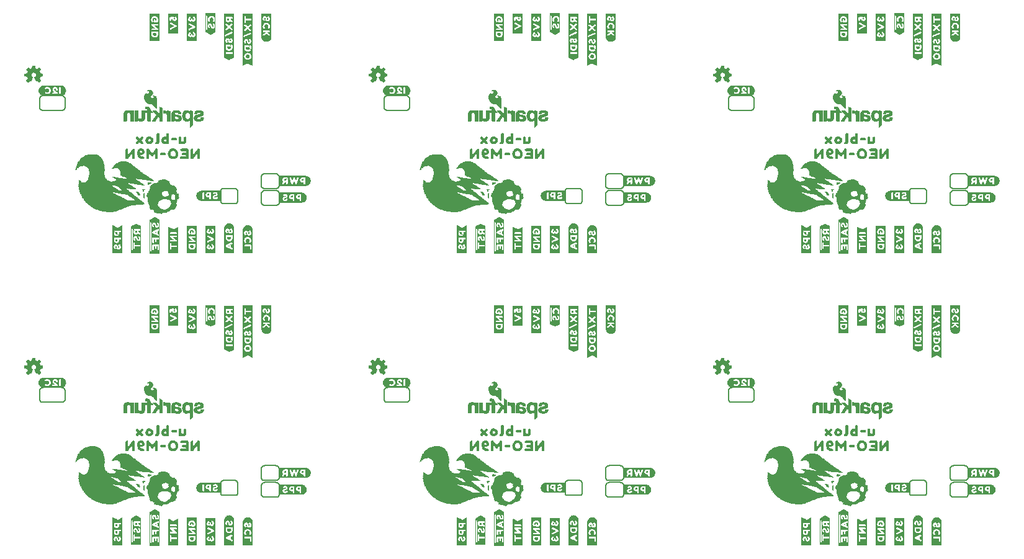
<source format=gbo>
G04 EAGLE Gerber RS-274X export*
G75*
%MOMM*%
%FSLAX34Y34*%
%LPD*%
%INSilkscreen Bottom*%
%IPPOS*%
%AMOC8*
5,1,8,0,0,1.08239X$1,22.5*%
G01*
%ADD10C,0.203200*%
%ADD11C,0.152400*%
%ADD12R,0.890000X0.030000*%
%ADD13R,1.110000X0.040000*%
%ADD14R,1.410000X0.040000*%
%ADD15R,1.560000X0.030000*%
%ADD16R,1.780000X0.040000*%
%ADD17R,1.860000X0.040000*%
%ADD18R,2.040000X0.040000*%
%ADD19R,2.140000X0.030000*%
%ADD20R,2.260000X0.040000*%
%ADD21R,2.330000X0.040000*%
%ADD22R,2.450000X0.030000*%
%ADD23R,2.520000X0.040000*%
%ADD24R,2.630000X0.040000*%
%ADD25R,2.670000X0.030000*%
%ADD26R,2.740000X0.040000*%
%ADD27R,2.810000X0.040000*%
%ADD28R,2.890000X0.040000*%
%ADD29R,2.920000X0.030000*%
%ADD30R,3.000000X0.040000*%
%ADD31R,3.080000X0.040000*%
%ADD32R,3.120000X0.030000*%
%ADD33R,3.150000X0.040000*%
%ADD34R,3.180000X0.040000*%
%ADD35R,3.260000X0.030000*%
%ADD36R,3.300000X0.040000*%
%ADD37R,0.630000X0.040000*%
%ADD38R,3.370000X0.040000*%
%ADD39R,3.410000X0.030000*%
%ADD40R,1.150000X0.040000*%
%ADD41R,3.440000X0.040000*%
%ADD42R,1.290000X0.040000*%
%ADD43R,3.480000X0.040000*%
%ADD44R,1.480000X0.030000*%
%ADD45R,3.520000X0.030000*%
%ADD46R,1.590000X0.040000*%
%ADD47R,3.520000X0.040000*%
%ADD48R,1.740000X0.040000*%
%ADD49R,3.560000X0.040000*%
%ADD50R,1.850000X0.040000*%
%ADD51R,3.590000X0.040000*%
%ADD52R,2.000000X0.030000*%
%ADD53R,3.630000X0.030000*%
%ADD54R,2.070000X0.040000*%
%ADD55R,3.670000X0.040000*%
%ADD56R,2.190000X0.040000*%
%ADD57R,2.260000X0.030000*%
%ADD58R,3.710000X0.030000*%
%ADD59R,3.710000X0.040000*%
%ADD60R,2.410000X0.040000*%
%ADD61R,3.740000X0.040000*%
%ADD62R,2.520000X0.030000*%
%ADD63R,3.740000X0.030000*%
%ADD64R,2.590000X0.040000*%
%ADD65R,3.770000X0.040000*%
%ADD66R,2.670000X0.040000*%
%ADD67R,2.770000X0.040000*%
%ADD68R,0.930000X0.040000*%
%ADD69R,2.850000X0.030000*%
%ADD70R,2.510000X0.030000*%
%ADD71R,0.560000X0.030000*%
%ADD72R,2.930000X0.040000*%
%ADD73R,2.440000X0.040000*%
%ADD74R,0.480000X0.040000*%
%ADD75R,2.370000X0.040000*%
%ADD76R,0.410000X0.040000*%
%ADD77R,3.080000X0.030000*%
%ADD78R,2.410000X0.030000*%
%ADD79R,0.370000X0.030000*%
%ADD80R,3.140000X0.040000*%
%ADD81R,0.300000X0.040000*%
%ADD82R,3.220000X0.040000*%
%ADD83R,0.290000X0.040000*%
%ADD84R,2.780000X0.030000*%
%ADD85R,0.440000X0.030000*%
%ADD86R,2.290000X0.030000*%
%ADD87R,0.250000X0.030000*%
%ADD88R,2.550000X0.040000*%
%ADD89R,0.260000X0.040000*%
%ADD90R,0.180000X0.040000*%
%ADD91R,0.190000X0.040000*%
%ADD92R,0.220000X0.040000*%
%ADD93R,2.220000X0.040000*%
%ADD94R,0.150000X0.040000*%
%ADD95R,2.220000X0.030000*%
%ADD96R,0.150000X0.030000*%
%ADD97R,2.560000X0.040000*%
%ADD98R,2.180000X0.040000*%
%ADD99R,0.110000X0.040000*%
%ADD100R,0.070000X0.040000*%
%ADD101R,2.590000X0.030000*%
%ADD102R,2.180000X0.030000*%
%ADD103R,2.150000X0.040000*%
%ADD104R,2.700000X0.030000*%
%ADD105R,2.150000X0.030000*%
%ADD106R,2.110000X0.040000*%
%ADD107R,2.780000X0.040000*%
%ADD108R,2.810000X0.030000*%
%ADD109R,2.110000X0.030000*%
%ADD110R,2.960000X0.030000*%
%ADD111R,3.070000X0.040000*%
%ADD112R,3.110000X0.040000*%
%ADD113R,3.180000X0.030000*%
%ADD114R,3.330000X0.030000*%
%ADD115R,3.450000X0.040000*%
%ADD116R,3.480000X0.030000*%
%ADD117R,3.410000X0.040000*%
%ADD118R,3.370000X0.030000*%
%ADD119R,2.190000X0.030000*%
%ADD120R,3.340000X0.040000*%
%ADD121R,3.290000X0.040000*%
%ADD122R,0.340000X0.030000*%
%ADD123R,3.260000X0.040000*%
%ADD124R,0.590000X0.040000*%
%ADD125R,0.740000X0.040000*%
%ADD126R,2.290000X0.040000*%
%ADD127R,1.000000X0.040000*%
%ADD128R,1.110000X0.030000*%
%ADD129R,2.370000X0.030000*%
%ADD130R,1.880000X0.040000*%
%ADD131R,0.970000X0.040000*%
%ADD132R,1.370000X0.040000*%
%ADD133R,2.450000X0.040000*%
%ADD134R,1.520000X0.040000*%
%ADD135R,2.480000X0.040000*%
%ADD136R,1.450000X0.030000*%
%ADD137R,2.480000X0.030000*%
%ADD138R,1.330000X0.040000*%
%ADD139R,2.710000X0.040000*%
%ADD140R,2.700000X0.040000*%
%ADD141R,0.740000X0.030000*%
%ADD142R,0.880000X0.030000*%
%ADD143R,2.820000X0.030000*%
%ADD144R,2.660000X0.030000*%
%ADD145R,1.030000X0.040000*%
%ADD146R,0.560000X0.040000*%
%ADD147R,2.960000X0.040000*%
%ADD148R,0.450000X0.040000*%
%ADD149R,3.040000X0.040000*%
%ADD150R,1.260000X0.040000*%
%ADD151R,2.850000X0.040000*%
%ADD152R,1.300000X0.030000*%
%ADD153R,3.300000X0.030000*%
%ADD154R,2.970000X0.030000*%
%ADD155R,0.190000X0.030000*%
%ADD156R,1.450000X0.040000*%
%ADD157R,3.660000X0.040000*%
%ADD158R,7.300000X0.030000*%
%ADD159R,7.370000X0.040000*%
%ADD160R,0.370000X0.040000*%
%ADD161R,1.560000X0.040000*%
%ADD162R,7.560000X0.040000*%
%ADD163R,1.600000X0.030000*%
%ADD164R,7.630000X0.030000*%
%ADD165R,0.520000X0.030000*%
%ADD166R,1.710000X0.040000*%
%ADD167R,0.440000X0.040000*%
%ADD168R,6.660000X0.040000*%
%ADD169R,1.630000X0.040000*%
%ADD170R,6.630000X0.040000*%
%ADD171R,2.140000X0.040000*%
%ADD172R,6.740000X0.040000*%
%ADD173R,0.300000X0.030000*%
%ADD174R,1.260000X0.030000*%
%ADD175R,6.770000X0.030000*%
%ADD176R,2.340000X0.040000*%
%ADD177R,0.960000X0.040000*%
%ADD178R,6.850000X0.040000*%
%ADD179R,2.400000X0.040000*%
%ADD180R,0.850000X0.040000*%
%ADD181R,6.880000X0.040000*%
%ADD182R,2.560000X0.030000*%
%ADD183R,0.590000X0.030000*%
%ADD184R,6.960000X0.030000*%
%ADD185R,7.000000X0.040000*%
%ADD186R,4.440000X0.040000*%
%ADD187R,2.820000X0.040000*%
%ADD188R,3.220000X0.030000*%
%ADD189R,4.510000X0.030000*%
%ADD190R,4.550000X0.040000*%
%ADD191R,4.630000X0.040000*%
%ADD192R,3.400000X0.030000*%
%ADD193R,2.040000X0.030000*%
%ADD194R,4.660000X0.030000*%
%ADD195R,2.000000X0.040000*%
%ADD196R,4.740000X0.040000*%
%ADD197R,4.770000X0.040000*%
%ADD198R,4.820000X0.030000*%
%ADD199R,3.550000X0.040000*%
%ADD200R,4.850000X0.040000*%
%ADD201R,4.930000X0.040000*%
%ADD202R,4.970000X0.040000*%
%ADD203R,5.000000X0.030000*%
%ADD204R,3.700000X0.040000*%
%ADD205R,0.810000X0.040000*%
%ADD206R,0.040000X0.040000*%
%ADD207R,5.080000X0.040000*%
%ADD208R,0.770000X0.040000*%
%ADD209R,5.150000X0.040000*%
%ADD210R,0.260000X0.030000*%
%ADD211R,0.780000X0.030000*%
%ADD212R,5.190000X0.030000*%
%ADD213R,5.190000X0.040000*%
%ADD214R,0.780000X0.040000*%
%ADD215R,5.260000X0.040000*%
%ADD216R,0.220000X0.030000*%
%ADD217R,5.300000X0.030000*%
%ADD218R,0.820000X0.040000*%
%ADD219R,5.330000X0.040000*%
%ADD220R,0.140000X0.040000*%
%ADD221R,6.700000X0.040000*%
%ADD222R,1.220000X0.030000*%
%ADD223R,1.960000X0.030000*%
%ADD224R,0.110000X0.030000*%
%ADD225R,1.190000X0.040000*%
%ADD226R,1.960000X0.040000*%
%ADD227R,6.780000X0.040000*%
%ADD228R,1.890000X0.040000*%
%ADD229R,6.820000X0.040000*%
%ADD230R,1.070000X0.030000*%
%ADD231R,1.930000X0.030000*%
%ADD232R,6.820000X0.030000*%
%ADD233R,1.080000X0.040000*%
%ADD234R,4.330000X0.040000*%
%ADD235R,0.380000X0.040000*%
%ADD236R,4.370000X0.040000*%
%ADD237R,1.810000X0.030000*%
%ADD238R,4.480000X0.030000*%
%ADD239R,0.080000X0.040000*%
%ADD240R,1.670000X0.040000*%
%ADD241R,1.300000X0.040000*%
%ADD242R,2.080000X0.040000*%
%ADD243R,1.550000X0.040000*%
%ADD244R,4.590000X0.040000*%
%ADD245R,1.340000X0.030000*%
%ADD246R,0.120000X0.030000*%
%ADD247R,0.330000X0.030000*%
%ADD248R,1.370000X0.030000*%
%ADD249R,0.710000X0.040000*%
%ADD250R,1.230000X0.040000*%
%ADD251R,0.340000X0.040000*%
%ADD252R,1.070000X0.040000*%
%ADD253R,4.820000X0.040000*%
%ADD254R,0.600000X0.030000*%
%ADD255R,0.410000X0.030000*%
%ADD256R,0.230000X0.030000*%
%ADD257R,0.930000X0.030000*%
%ADD258R,4.810000X0.030000*%
%ADD259R,0.400000X0.040000*%
%ADD260R,0.230000X0.040000*%
%ADD261R,0.550000X0.040000*%
%ADD262R,4.960000X0.040000*%
%ADD263R,5.000000X0.040000*%
%ADD264R,0.810000X0.030000*%
%ADD265R,5.040000X0.030000*%
%ADD266R,0.520000X0.040000*%
%ADD267R,0.490000X0.040000*%
%ADD268R,2.250000X0.040000*%
%ADD269R,5.110000X0.040000*%
%ADD270R,0.480000X0.030000*%
%ADD271R,5.220000X0.030000*%
%ADD272R,0.670000X0.040000*%
%ADD273R,5.370000X0.040000*%
%ADD274R,5.370000X0.030000*%
%ADD275R,0.120000X0.040000*%
%ADD276R,5.410000X0.040000*%
%ADD277R,3.230000X0.040000*%
%ADD278R,5.480000X0.040000*%
%ADD279R,5.520000X0.040000*%
%ADD280R,0.080000X0.030000*%
%ADD281R,0.710000X0.030000*%
%ADD282R,5.590000X0.030000*%
%ADD283R,5.660000X0.040000*%
%ADD284R,5.670000X0.040000*%
%ADD285R,0.400000X0.030000*%
%ADD286R,0.670000X0.030000*%
%ADD287R,5.700000X0.030000*%
%ADD288R,0.700000X0.040000*%
%ADD289R,5.780000X0.040000*%
%ADD290R,5.810000X0.040000*%
%ADD291R,1.040000X0.040000*%
%ADD292R,1.700000X0.040000*%
%ADD293R,5.860000X0.040000*%
%ADD294R,1.000000X0.030000*%
%ADD295R,1.630000X0.030000*%
%ADD296R,5.890000X0.030000*%
%ADD297R,0.920000X0.040000*%
%ADD298R,5.960000X0.040000*%
%ADD299R,0.890000X0.040000*%
%ADD300R,7.700000X0.040000*%
%ADD301R,0.850000X0.030000*%
%ADD302R,7.710000X0.030000*%
%ADD303R,1.480000X0.040000*%
%ADD304R,7.710000X0.040000*%
%ADD305R,1.440000X0.040000*%
%ADD306R,7.740000X0.040000*%
%ADD307R,1.410000X0.030000*%
%ADD308R,7.740000X0.030000*%
%ADD309R,7.770000X0.040000*%
%ADD310R,7.780000X0.040000*%
%ADD311R,7.810000X0.040000*%
%ADD312R,7.810000X0.030000*%
%ADD313R,7.820000X0.040000*%
%ADD314R,1.220000X0.040000*%
%ADD315R,0.030000X0.040000*%
%ADD316R,7.480000X0.040000*%
%ADD317R,0.820000X0.030000*%
%ADD318R,6.400000X0.030000*%
%ADD319R,1.180000X0.040000*%
%ADD320R,6.080000X0.040000*%
%ADD321R,0.860000X0.040000*%
%ADD322R,5.890000X0.040000*%
%ADD323R,5.630000X0.040000*%
%ADD324R,1.190000X0.030000*%
%ADD325R,5.480000X0.030000*%
%ADD326R,5.290000X0.040000*%
%ADD327R,4.920000X0.030000*%
%ADD328R,4.860000X0.040000*%
%ADD329R,1.340000X0.040000*%
%ADD330R,4.520000X0.040000*%
%ADD331R,4.300000X0.030000*%
%ADD332R,4.220000X0.040000*%
%ADD333R,4.040000X0.040000*%
%ADD334R,0.970000X0.030000*%
%ADD335R,1.400000X0.030000*%
%ADD336R,3.890000X0.030000*%
%ADD337R,1.490000X0.040000*%
%ADD338R,1.080000X0.030000*%
%ADD339R,1.290000X0.030000*%
%ADD340R,3.340000X0.030000*%
%ADD341R,1.810000X0.040000*%
%ADD342R,1.740000X0.030000*%

G36*
X310806Y276154D02*
X310806Y276154D01*
X310822Y276146D01*
X317504Y279437D01*
X318081Y279245D01*
X324077Y276146D01*
X324136Y276156D01*
X324134Y276168D01*
X324146Y276172D01*
X324346Y276672D01*
X324342Y276685D01*
X324349Y276690D01*
X324349Y347790D01*
X324313Y347837D01*
X324306Y347832D01*
X324300Y347839D01*
X310800Y347839D01*
X310753Y347803D01*
X310755Y347800D01*
X310751Y347798D01*
X310651Y347198D01*
X310654Y347193D01*
X310651Y347190D01*
X310651Y344490D01*
X310686Y344443D01*
X310708Y344436D01*
X310657Y344414D01*
X310663Y344400D01*
X310651Y344390D01*
X310651Y276790D01*
X310654Y276785D01*
X310651Y276782D01*
X310751Y276182D01*
X310752Y276182D01*
X310752Y276181D01*
X310753Y276180D01*
X310795Y276141D01*
X310806Y276154D01*
G37*
G36*
X780706Y276154D02*
X780706Y276154D01*
X780722Y276146D01*
X787404Y279437D01*
X787981Y279245D01*
X793977Y276146D01*
X794036Y276156D01*
X794034Y276168D01*
X794046Y276172D01*
X794246Y276672D01*
X794242Y276685D01*
X794249Y276690D01*
X794249Y347790D01*
X794213Y347837D01*
X794206Y347832D01*
X794200Y347839D01*
X780700Y347839D01*
X780653Y347803D01*
X780655Y347800D01*
X780651Y347798D01*
X780551Y347198D01*
X780554Y347193D01*
X780551Y347190D01*
X780551Y344490D01*
X780586Y344443D01*
X780608Y344436D01*
X780557Y344414D01*
X780563Y344400D01*
X780551Y344390D01*
X780551Y276790D01*
X780554Y276785D01*
X780551Y276782D01*
X780651Y276182D01*
X780652Y276182D01*
X780652Y276181D01*
X780653Y276180D01*
X780695Y276141D01*
X780706Y276154D01*
G37*
G36*
X1250606Y276154D02*
X1250606Y276154D01*
X1250622Y276146D01*
X1257304Y279437D01*
X1257881Y279245D01*
X1263877Y276146D01*
X1263936Y276156D01*
X1263934Y276168D01*
X1263946Y276172D01*
X1264146Y276672D01*
X1264142Y276685D01*
X1264149Y276690D01*
X1264149Y347790D01*
X1264113Y347837D01*
X1264106Y347832D01*
X1264100Y347839D01*
X1250600Y347839D01*
X1250553Y347803D01*
X1250555Y347800D01*
X1250551Y347798D01*
X1250451Y347198D01*
X1250454Y347193D01*
X1250451Y347190D01*
X1250451Y344490D01*
X1250486Y344443D01*
X1250508Y344436D01*
X1250457Y344414D01*
X1250463Y344400D01*
X1250451Y344390D01*
X1250451Y276790D01*
X1250454Y276785D01*
X1250451Y276782D01*
X1250551Y276182D01*
X1250552Y276182D01*
X1250552Y276181D01*
X1250553Y276180D01*
X1250595Y276141D01*
X1250606Y276154D01*
G37*
G36*
X310806Y674680D02*
X310806Y674680D01*
X310822Y674672D01*
X317504Y677963D01*
X318081Y677771D01*
X324077Y674672D01*
X324136Y674682D01*
X324134Y674694D01*
X324146Y674698D01*
X324346Y675198D01*
X324342Y675211D01*
X324349Y675216D01*
X324349Y746316D01*
X324313Y746363D01*
X324306Y746358D01*
X324300Y746365D01*
X310800Y746365D01*
X310753Y746329D01*
X310755Y746326D01*
X310751Y746324D01*
X310651Y745724D01*
X310654Y745719D01*
X310651Y745716D01*
X310651Y743016D01*
X310686Y742969D01*
X310708Y742962D01*
X310657Y742940D01*
X310663Y742926D01*
X310651Y742916D01*
X310651Y675316D01*
X310654Y675311D01*
X310651Y675308D01*
X310751Y674708D01*
X310752Y674708D01*
X310752Y674707D01*
X310753Y674706D01*
X310795Y674667D01*
X310806Y674680D01*
G37*
G36*
X780706Y674680D02*
X780706Y674680D01*
X780722Y674672D01*
X787404Y677963D01*
X787981Y677771D01*
X793977Y674672D01*
X794036Y674682D01*
X794034Y674694D01*
X794046Y674698D01*
X794246Y675198D01*
X794242Y675211D01*
X794249Y675216D01*
X794249Y746316D01*
X794213Y746363D01*
X794206Y746358D01*
X794200Y746365D01*
X780700Y746365D01*
X780653Y746329D01*
X780655Y746326D01*
X780651Y746324D01*
X780551Y745724D01*
X780554Y745719D01*
X780551Y745716D01*
X780551Y743016D01*
X780586Y742969D01*
X780608Y742962D01*
X780557Y742940D01*
X780563Y742926D01*
X780551Y742916D01*
X780551Y675316D01*
X780554Y675311D01*
X780551Y675308D01*
X780651Y674708D01*
X780652Y674708D01*
X780652Y674707D01*
X780653Y674706D01*
X780695Y674667D01*
X780706Y674680D01*
G37*
G36*
X1250606Y674680D02*
X1250606Y674680D01*
X1250622Y674672D01*
X1257304Y677963D01*
X1257881Y677771D01*
X1263877Y674672D01*
X1263936Y674682D01*
X1263934Y674694D01*
X1263946Y674698D01*
X1264146Y675198D01*
X1264142Y675211D01*
X1264149Y675216D01*
X1264149Y746316D01*
X1264113Y746363D01*
X1264106Y746358D01*
X1264100Y746365D01*
X1250600Y746365D01*
X1250553Y746329D01*
X1250555Y746326D01*
X1250551Y746324D01*
X1250451Y745724D01*
X1250454Y745719D01*
X1250451Y745716D01*
X1250451Y743016D01*
X1250486Y742969D01*
X1250508Y742962D01*
X1250457Y742940D01*
X1250463Y742926D01*
X1250451Y742916D01*
X1250451Y675316D01*
X1250454Y675311D01*
X1250451Y675308D01*
X1250551Y674708D01*
X1250552Y674708D01*
X1250552Y674707D01*
X1250553Y674706D01*
X1250595Y674667D01*
X1250606Y674680D01*
G37*
G36*
X1232416Y683079D02*
X1232416Y683079D01*
X1232418Y683083D01*
X1232422Y683082D01*
X1238522Y686082D01*
X1238532Y686102D01*
X1238540Y686108D01*
X1238547Y686110D01*
X1238747Y686710D01*
X1238743Y686721D01*
X1238749Y686726D01*
X1238749Y745626D01*
X1238720Y745664D01*
X1238718Y745672D01*
X1238218Y745872D01*
X1238205Y745868D01*
X1238200Y745875D01*
X1225300Y745875D01*
X1225262Y745846D01*
X1225254Y745844D01*
X1225054Y745344D01*
X1225055Y745341D01*
X1225053Y745339D01*
X1225058Y745333D01*
X1225058Y745331D01*
X1225051Y745326D01*
X1225051Y686926D01*
X1225054Y686922D01*
X1225051Y686919D01*
X1225151Y686219D01*
X1225176Y686195D01*
X1225178Y686182D01*
X1231778Y682882D01*
X1231804Y682887D01*
X1231816Y682879D01*
X1232416Y683079D01*
G37*
G36*
X292616Y284553D02*
X292616Y284553D01*
X292618Y284557D01*
X292622Y284556D01*
X298722Y287556D01*
X298732Y287576D01*
X298740Y287582D01*
X298747Y287584D01*
X298947Y288184D01*
X298943Y288195D01*
X298949Y288200D01*
X298949Y347100D01*
X298920Y347138D01*
X298918Y347146D01*
X298418Y347346D01*
X298405Y347342D01*
X298400Y347349D01*
X285500Y347349D01*
X285462Y347320D01*
X285454Y347318D01*
X285254Y346818D01*
X285255Y346815D01*
X285253Y346813D01*
X285258Y346807D01*
X285258Y346805D01*
X285251Y346800D01*
X285251Y288400D01*
X285254Y288396D01*
X285251Y288393D01*
X285351Y287693D01*
X285376Y287669D01*
X285378Y287656D01*
X291978Y284356D01*
X292004Y284361D01*
X292016Y284353D01*
X292616Y284553D01*
G37*
G36*
X762516Y284553D02*
X762516Y284553D01*
X762518Y284557D01*
X762522Y284556D01*
X768622Y287556D01*
X768632Y287576D01*
X768640Y287582D01*
X768647Y287584D01*
X768847Y288184D01*
X768843Y288195D01*
X768849Y288200D01*
X768849Y347100D01*
X768820Y347138D01*
X768818Y347146D01*
X768318Y347346D01*
X768305Y347342D01*
X768300Y347349D01*
X755400Y347349D01*
X755362Y347320D01*
X755354Y347318D01*
X755154Y346818D01*
X755155Y346815D01*
X755153Y346813D01*
X755158Y346807D01*
X755158Y346805D01*
X755151Y346800D01*
X755151Y288400D01*
X755154Y288396D01*
X755151Y288393D01*
X755251Y287693D01*
X755276Y287669D01*
X755278Y287656D01*
X761878Y284356D01*
X761904Y284361D01*
X761916Y284353D01*
X762516Y284553D01*
G37*
G36*
X762516Y683079D02*
X762516Y683079D01*
X762518Y683083D01*
X762522Y683082D01*
X768622Y686082D01*
X768632Y686102D01*
X768640Y686108D01*
X768647Y686110D01*
X768847Y686710D01*
X768843Y686721D01*
X768849Y686726D01*
X768849Y745626D01*
X768820Y745664D01*
X768818Y745672D01*
X768318Y745872D01*
X768305Y745868D01*
X768300Y745875D01*
X755400Y745875D01*
X755362Y745846D01*
X755354Y745844D01*
X755154Y745344D01*
X755155Y745341D01*
X755153Y745339D01*
X755158Y745333D01*
X755158Y745331D01*
X755151Y745326D01*
X755151Y686926D01*
X755154Y686922D01*
X755151Y686919D01*
X755251Y686219D01*
X755276Y686195D01*
X755278Y686182D01*
X761878Y682882D01*
X761904Y682887D01*
X761916Y682879D01*
X762516Y683079D01*
G37*
G36*
X292616Y683079D02*
X292616Y683079D01*
X292618Y683083D01*
X292622Y683082D01*
X298722Y686082D01*
X298732Y686102D01*
X298740Y686108D01*
X298747Y686110D01*
X298947Y686710D01*
X298943Y686721D01*
X298949Y686726D01*
X298949Y745626D01*
X298920Y745664D01*
X298918Y745672D01*
X298418Y745872D01*
X298405Y745868D01*
X298400Y745875D01*
X285500Y745875D01*
X285462Y745846D01*
X285454Y745844D01*
X285254Y745344D01*
X285255Y745341D01*
X285253Y745339D01*
X285258Y745333D01*
X285258Y745331D01*
X285251Y745326D01*
X285251Y686926D01*
X285254Y686922D01*
X285251Y686919D01*
X285351Y686219D01*
X285376Y686195D01*
X285378Y686182D01*
X291978Y682882D01*
X292004Y682887D01*
X292016Y682879D01*
X292616Y683079D01*
G37*
G36*
X1232416Y284553D02*
X1232416Y284553D01*
X1232418Y284557D01*
X1232422Y284556D01*
X1238522Y287556D01*
X1238532Y287576D01*
X1238540Y287582D01*
X1238547Y287584D01*
X1238747Y288184D01*
X1238743Y288195D01*
X1238749Y288200D01*
X1238749Y347100D01*
X1238720Y347138D01*
X1238718Y347146D01*
X1238218Y347346D01*
X1238205Y347342D01*
X1238200Y347349D01*
X1225300Y347349D01*
X1225262Y347320D01*
X1225254Y347318D01*
X1225054Y346818D01*
X1225055Y346815D01*
X1225053Y346813D01*
X1225058Y346807D01*
X1225058Y346805D01*
X1225051Y346800D01*
X1225051Y288400D01*
X1225054Y288396D01*
X1225051Y288393D01*
X1225151Y287693D01*
X1225176Y287669D01*
X1225178Y287656D01*
X1231778Y284356D01*
X1231804Y284361D01*
X1231816Y284353D01*
X1232416Y284553D01*
G37*
G36*
X1136938Y418586D02*
X1136938Y418586D01*
X1136946Y418588D01*
X1137146Y419088D01*
X1137142Y419101D01*
X1137149Y419106D01*
X1137149Y464406D01*
X1137140Y464419D01*
X1137144Y464428D01*
X1136844Y465028D01*
X1136824Y465038D01*
X1136822Y465050D01*
X1130822Y468050D01*
X1130812Y468048D01*
X1130808Y468055D01*
X1130208Y468155D01*
X1130202Y468151D01*
X1130192Y468151D01*
X1130186Y468146D01*
X1130178Y468150D01*
X1124078Y465150D01*
X1123478Y464850D01*
X1123466Y464826D01*
X1123453Y464816D01*
X1123457Y464810D01*
X1123451Y464806D01*
X1123451Y461506D01*
X1123473Y461477D01*
X1123474Y461464D01*
X1123495Y461451D01*
X1123485Y461444D01*
X1123467Y461442D01*
X1123468Y461431D01*
X1123453Y461419D01*
X1123453Y461418D01*
X1123457Y461411D01*
X1123451Y461406D01*
X1123451Y418806D01*
X1123480Y418768D01*
X1123482Y418760D01*
X1123982Y418560D01*
X1123995Y418564D01*
X1124000Y418557D01*
X1136900Y418557D01*
X1136938Y418586D01*
G37*
G36*
X667038Y418586D02*
X667038Y418586D01*
X667046Y418588D01*
X667246Y419088D01*
X667242Y419101D01*
X667249Y419106D01*
X667249Y464406D01*
X667240Y464419D01*
X667244Y464428D01*
X666944Y465028D01*
X666924Y465038D01*
X666922Y465050D01*
X660922Y468050D01*
X660912Y468048D01*
X660908Y468055D01*
X660308Y468155D01*
X660302Y468151D01*
X660292Y468151D01*
X660286Y468146D01*
X660278Y468150D01*
X654178Y465150D01*
X653578Y464850D01*
X653566Y464826D01*
X653553Y464816D01*
X653557Y464810D01*
X653551Y464806D01*
X653551Y461506D01*
X653573Y461477D01*
X653574Y461464D01*
X653595Y461451D01*
X653585Y461444D01*
X653567Y461442D01*
X653568Y461431D01*
X653553Y461419D01*
X653553Y461418D01*
X653557Y461411D01*
X653551Y461406D01*
X653551Y418806D01*
X653580Y418768D01*
X653582Y418760D01*
X654082Y418560D01*
X654095Y418564D01*
X654100Y418557D01*
X667000Y418557D01*
X667038Y418586D01*
G37*
G36*
X197138Y418586D02*
X197138Y418586D01*
X197146Y418588D01*
X197346Y419088D01*
X197342Y419101D01*
X197349Y419106D01*
X197349Y464406D01*
X197340Y464419D01*
X197344Y464428D01*
X197044Y465028D01*
X197024Y465038D01*
X197022Y465050D01*
X191022Y468050D01*
X191012Y468048D01*
X191008Y468055D01*
X190408Y468155D01*
X190402Y468151D01*
X190392Y468151D01*
X190386Y468146D01*
X190378Y468150D01*
X184278Y465150D01*
X183678Y464850D01*
X183666Y464826D01*
X183653Y464816D01*
X183657Y464810D01*
X183651Y464806D01*
X183651Y461506D01*
X183673Y461477D01*
X183674Y461464D01*
X183695Y461451D01*
X183685Y461444D01*
X183667Y461442D01*
X183668Y461431D01*
X183653Y461419D01*
X183653Y461418D01*
X183657Y461411D01*
X183651Y461406D01*
X183651Y418806D01*
X183680Y418768D01*
X183682Y418760D01*
X184182Y418560D01*
X184195Y418564D01*
X184200Y418557D01*
X197100Y418557D01*
X197138Y418586D01*
G37*
G36*
X197138Y20060D02*
X197138Y20060D01*
X197146Y20062D01*
X197346Y20562D01*
X197342Y20575D01*
X197349Y20580D01*
X197349Y65880D01*
X197340Y65893D01*
X197344Y65902D01*
X197044Y66502D01*
X197024Y66512D01*
X197022Y66524D01*
X191022Y69524D01*
X191012Y69522D01*
X191008Y69529D01*
X190408Y69629D01*
X190402Y69626D01*
X190392Y69626D01*
X190386Y69620D01*
X190378Y69624D01*
X184278Y66624D01*
X183678Y66324D01*
X183666Y66300D01*
X183653Y66290D01*
X183657Y66284D01*
X183651Y66280D01*
X183651Y62980D01*
X183673Y62951D01*
X183674Y62938D01*
X183695Y62925D01*
X183685Y62918D01*
X183667Y62916D01*
X183668Y62905D01*
X183653Y62893D01*
X183653Y62892D01*
X183658Y62885D01*
X183651Y62880D01*
X183651Y20280D01*
X183680Y20242D01*
X183682Y20234D01*
X184182Y20034D01*
X184195Y20038D01*
X184200Y20031D01*
X197100Y20031D01*
X197138Y20060D01*
G37*
G36*
X667038Y20060D02*
X667038Y20060D01*
X667046Y20062D01*
X667246Y20562D01*
X667242Y20575D01*
X667249Y20580D01*
X667249Y65880D01*
X667240Y65893D01*
X667244Y65902D01*
X666944Y66502D01*
X666924Y66512D01*
X666922Y66524D01*
X660922Y69524D01*
X660912Y69522D01*
X660908Y69529D01*
X660308Y69629D01*
X660302Y69626D01*
X660292Y69626D01*
X660286Y69620D01*
X660278Y69624D01*
X654178Y66624D01*
X653578Y66324D01*
X653566Y66300D01*
X653553Y66290D01*
X653557Y66284D01*
X653551Y66280D01*
X653551Y62980D01*
X653573Y62951D01*
X653574Y62938D01*
X653595Y62925D01*
X653585Y62918D01*
X653567Y62916D01*
X653568Y62905D01*
X653553Y62893D01*
X653553Y62892D01*
X653558Y62885D01*
X653551Y62880D01*
X653551Y20280D01*
X653580Y20242D01*
X653582Y20234D01*
X654082Y20034D01*
X654095Y20038D01*
X654100Y20031D01*
X667000Y20031D01*
X667038Y20060D01*
G37*
G36*
X1136938Y20060D02*
X1136938Y20060D01*
X1136946Y20062D01*
X1137146Y20562D01*
X1137142Y20575D01*
X1137149Y20580D01*
X1137149Y65880D01*
X1137140Y65893D01*
X1137144Y65902D01*
X1136844Y66502D01*
X1136824Y66512D01*
X1136822Y66524D01*
X1130822Y69524D01*
X1130812Y69522D01*
X1130808Y69529D01*
X1130208Y69629D01*
X1130202Y69626D01*
X1130192Y69626D01*
X1130186Y69620D01*
X1130178Y69624D01*
X1124078Y66624D01*
X1123478Y66324D01*
X1123466Y66300D01*
X1123453Y66290D01*
X1123457Y66284D01*
X1123451Y66280D01*
X1123451Y62980D01*
X1123473Y62951D01*
X1123474Y62938D01*
X1123495Y62925D01*
X1123485Y62918D01*
X1123467Y62916D01*
X1123468Y62905D01*
X1123453Y62893D01*
X1123453Y62892D01*
X1123458Y62885D01*
X1123451Y62880D01*
X1123451Y20280D01*
X1123480Y20242D01*
X1123482Y20234D01*
X1123982Y20034D01*
X1123995Y20038D01*
X1124000Y20031D01*
X1136900Y20031D01*
X1136938Y20060D01*
G37*
G36*
X866334Y511060D02*
X866334Y511060D01*
X866337Y511057D01*
X867737Y511257D01*
X867738Y511258D01*
X867738Y511257D01*
X868338Y511357D01*
X868341Y511361D01*
X868344Y511359D01*
X869044Y511559D01*
X869048Y511564D01*
X869052Y511562D01*
X869652Y511862D01*
X869655Y511869D01*
X869661Y511868D01*
X870159Y512266D01*
X870757Y512665D01*
X870758Y512668D01*
X870761Y512668D01*
X871261Y513068D01*
X871263Y513075D01*
X871268Y513075D01*
X871668Y513575D01*
X871669Y513579D01*
X871671Y513579D01*
X872471Y514779D01*
X872471Y514783D01*
X872474Y514784D01*
X872774Y515384D01*
X872773Y515389D01*
X872777Y515390D01*
X872977Y515990D01*
X872975Y515997D01*
X872979Y515999D01*
X873179Y517399D01*
X873176Y517404D01*
X873179Y517406D01*
X873179Y518706D01*
X873176Y518710D01*
X873179Y518713D01*
X873079Y519413D01*
X873074Y519418D01*
X873077Y519422D01*
X872877Y520022D01*
X872874Y520023D01*
X872875Y520025D01*
X872575Y520725D01*
X872573Y520727D01*
X872574Y520728D01*
X872274Y521328D01*
X872271Y521329D01*
X872272Y521331D01*
X871972Y521831D01*
X871971Y521832D01*
X871971Y521833D01*
X871571Y522433D01*
X871564Y522436D01*
X871565Y522441D01*
X871065Y522941D01*
X871061Y522941D01*
X871061Y522944D01*
X870561Y523344D01*
X870557Y523345D01*
X870557Y523347D01*
X869957Y523747D01*
X869953Y523747D01*
X869952Y523750D01*
X868752Y524350D01*
X868745Y524349D01*
X868744Y524353D01*
X868044Y524553D01*
X868040Y524552D01*
X868038Y524555D01*
X867438Y524655D01*
X867437Y524654D01*
X867437Y524655D01*
X866737Y524755D01*
X866732Y524752D01*
X866730Y524755D01*
X829830Y524755D01*
X829821Y524748D01*
X829812Y524742D01*
X829800Y524745D01*
X829400Y524445D01*
X829395Y524426D01*
X829383Y524417D01*
X829387Y524411D01*
X829381Y524406D01*
X829381Y511506D01*
X829397Y511485D01*
X829395Y511471D01*
X829795Y511071D01*
X829822Y511068D01*
X829830Y511057D01*
X866330Y511057D01*
X866334Y511060D01*
G37*
G36*
X396434Y511060D02*
X396434Y511060D01*
X396437Y511057D01*
X397837Y511257D01*
X397838Y511258D01*
X397838Y511257D01*
X398438Y511357D01*
X398441Y511361D01*
X398444Y511359D01*
X399144Y511559D01*
X399148Y511564D01*
X399152Y511562D01*
X399752Y511862D01*
X399755Y511869D01*
X399761Y511868D01*
X400259Y512266D01*
X400857Y512665D01*
X400858Y512668D01*
X400861Y512668D01*
X401361Y513068D01*
X401363Y513075D01*
X401368Y513075D01*
X401768Y513575D01*
X401769Y513579D01*
X401771Y513579D01*
X402571Y514779D01*
X402571Y514783D01*
X402574Y514784D01*
X402874Y515384D01*
X402873Y515389D01*
X402877Y515390D01*
X403077Y515990D01*
X403075Y515997D01*
X403079Y515999D01*
X403279Y517399D01*
X403276Y517404D01*
X403279Y517406D01*
X403279Y518706D01*
X403276Y518710D01*
X403279Y518713D01*
X403179Y519413D01*
X403174Y519418D01*
X403177Y519422D01*
X402977Y520022D01*
X402974Y520023D01*
X402975Y520025D01*
X402675Y520725D01*
X402673Y520727D01*
X402674Y520728D01*
X402374Y521328D01*
X402371Y521329D01*
X402372Y521331D01*
X402072Y521831D01*
X402071Y521832D01*
X402071Y521833D01*
X401671Y522433D01*
X401664Y522436D01*
X401665Y522441D01*
X401165Y522941D01*
X401161Y522941D01*
X401161Y522944D01*
X400661Y523344D01*
X400657Y523345D01*
X400657Y523347D01*
X400057Y523747D01*
X400053Y523747D01*
X400052Y523750D01*
X398852Y524350D01*
X398845Y524349D01*
X398844Y524353D01*
X398144Y524553D01*
X398140Y524552D01*
X398138Y524555D01*
X397538Y524655D01*
X397537Y524654D01*
X397537Y524655D01*
X396837Y524755D01*
X396832Y524752D01*
X396830Y524755D01*
X359930Y524755D01*
X359921Y524748D01*
X359912Y524742D01*
X359900Y524745D01*
X359500Y524445D01*
X359495Y524426D01*
X359483Y524417D01*
X359487Y524411D01*
X359481Y524406D01*
X359481Y511506D01*
X359497Y511485D01*
X359495Y511471D01*
X359895Y511071D01*
X359922Y511068D01*
X359930Y511057D01*
X396430Y511057D01*
X396434Y511060D01*
G37*
G36*
X1336234Y511060D02*
X1336234Y511060D01*
X1336237Y511057D01*
X1337637Y511257D01*
X1337638Y511258D01*
X1337638Y511257D01*
X1338238Y511357D01*
X1338241Y511361D01*
X1338244Y511359D01*
X1338944Y511559D01*
X1338948Y511564D01*
X1338952Y511562D01*
X1339552Y511862D01*
X1339555Y511869D01*
X1339561Y511868D01*
X1340059Y512266D01*
X1340657Y512665D01*
X1340658Y512668D01*
X1340661Y512668D01*
X1341161Y513068D01*
X1341163Y513075D01*
X1341168Y513075D01*
X1341568Y513575D01*
X1341569Y513579D01*
X1341571Y513579D01*
X1342371Y514779D01*
X1342371Y514783D01*
X1342374Y514784D01*
X1342674Y515384D01*
X1342673Y515389D01*
X1342677Y515390D01*
X1342877Y515990D01*
X1342875Y515997D01*
X1342879Y515999D01*
X1343079Y517399D01*
X1343076Y517404D01*
X1343079Y517406D01*
X1343079Y518706D01*
X1343076Y518710D01*
X1343079Y518713D01*
X1342979Y519413D01*
X1342974Y519418D01*
X1342977Y519422D01*
X1342777Y520022D01*
X1342774Y520023D01*
X1342775Y520025D01*
X1342475Y520725D01*
X1342473Y520727D01*
X1342474Y520728D01*
X1342174Y521328D01*
X1342171Y521329D01*
X1342172Y521331D01*
X1341872Y521831D01*
X1341871Y521832D01*
X1341871Y521833D01*
X1341471Y522433D01*
X1341464Y522436D01*
X1341465Y522441D01*
X1340965Y522941D01*
X1340961Y522941D01*
X1340961Y522944D01*
X1340461Y523344D01*
X1340457Y523345D01*
X1340457Y523347D01*
X1339857Y523747D01*
X1339853Y523747D01*
X1339852Y523750D01*
X1338652Y524350D01*
X1338645Y524349D01*
X1338644Y524353D01*
X1337944Y524553D01*
X1337940Y524552D01*
X1337938Y524555D01*
X1337338Y524655D01*
X1337337Y524654D01*
X1337337Y524655D01*
X1336637Y524755D01*
X1336632Y524752D01*
X1336630Y524755D01*
X1299730Y524755D01*
X1299721Y524748D01*
X1299712Y524742D01*
X1299700Y524745D01*
X1299300Y524445D01*
X1299295Y524426D01*
X1299283Y524417D01*
X1299287Y524411D01*
X1299281Y524406D01*
X1299281Y511506D01*
X1299297Y511485D01*
X1299295Y511471D01*
X1299695Y511071D01*
X1299722Y511068D01*
X1299730Y511057D01*
X1336230Y511057D01*
X1336234Y511060D01*
G37*
G36*
X1336234Y112534D02*
X1336234Y112534D01*
X1336237Y112531D01*
X1337637Y112731D01*
X1337638Y112732D01*
X1337638Y112731D01*
X1338238Y112831D01*
X1338241Y112835D01*
X1338244Y112833D01*
X1338944Y113033D01*
X1338948Y113038D01*
X1338952Y113036D01*
X1339552Y113336D01*
X1339555Y113343D01*
X1339561Y113342D01*
X1340059Y113740D01*
X1340657Y114139D01*
X1340658Y114142D01*
X1340661Y114142D01*
X1341161Y114542D01*
X1341163Y114549D01*
X1341168Y114549D01*
X1341568Y115049D01*
X1341569Y115053D01*
X1341571Y115053D01*
X1342371Y116253D01*
X1342371Y116257D01*
X1342374Y116258D01*
X1342674Y116858D01*
X1342673Y116863D01*
X1342677Y116864D01*
X1342877Y117464D01*
X1342875Y117471D01*
X1342879Y117473D01*
X1343079Y118873D01*
X1343076Y118878D01*
X1343079Y118880D01*
X1343079Y120180D01*
X1343076Y120184D01*
X1343079Y120187D01*
X1342979Y120887D01*
X1342974Y120892D01*
X1342977Y120896D01*
X1342777Y121496D01*
X1342774Y121497D01*
X1342775Y121499D01*
X1342475Y122199D01*
X1342473Y122201D01*
X1342474Y122202D01*
X1342174Y122802D01*
X1342171Y122803D01*
X1342172Y122805D01*
X1341872Y123305D01*
X1341871Y123306D01*
X1341871Y123307D01*
X1341471Y123907D01*
X1341464Y123910D01*
X1341465Y123915D01*
X1340965Y124415D01*
X1340961Y124415D01*
X1340961Y124418D01*
X1340461Y124818D01*
X1340457Y124819D01*
X1340457Y124821D01*
X1339857Y125221D01*
X1339853Y125221D01*
X1339852Y125224D01*
X1338652Y125824D01*
X1338645Y125823D01*
X1338644Y125827D01*
X1337944Y126027D01*
X1337940Y126026D01*
X1337938Y126029D01*
X1337338Y126129D01*
X1337337Y126128D01*
X1337337Y126129D01*
X1336637Y126229D01*
X1336632Y126226D01*
X1336630Y126229D01*
X1299730Y126229D01*
X1299721Y126222D01*
X1299712Y126216D01*
X1299700Y126219D01*
X1299300Y125919D01*
X1299295Y125900D01*
X1299283Y125891D01*
X1299287Y125885D01*
X1299281Y125880D01*
X1299281Y112980D01*
X1299297Y112959D01*
X1299295Y112945D01*
X1299695Y112545D01*
X1299722Y112542D01*
X1299730Y112531D01*
X1336230Y112531D01*
X1336234Y112534D01*
G37*
G36*
X396434Y112534D02*
X396434Y112534D01*
X396437Y112531D01*
X397837Y112731D01*
X397838Y112732D01*
X397838Y112731D01*
X398438Y112831D01*
X398441Y112835D01*
X398444Y112833D01*
X399144Y113033D01*
X399148Y113038D01*
X399152Y113036D01*
X399752Y113336D01*
X399755Y113343D01*
X399761Y113342D01*
X400259Y113740D01*
X400857Y114139D01*
X400858Y114142D01*
X400861Y114142D01*
X401361Y114542D01*
X401363Y114549D01*
X401368Y114549D01*
X401768Y115049D01*
X401769Y115053D01*
X401771Y115053D01*
X402571Y116253D01*
X402571Y116257D01*
X402574Y116258D01*
X402874Y116858D01*
X402873Y116863D01*
X402877Y116864D01*
X403077Y117464D01*
X403075Y117471D01*
X403079Y117473D01*
X403279Y118873D01*
X403276Y118878D01*
X403279Y118880D01*
X403279Y120180D01*
X403276Y120184D01*
X403279Y120187D01*
X403179Y120887D01*
X403174Y120892D01*
X403177Y120896D01*
X402977Y121496D01*
X402974Y121497D01*
X402975Y121499D01*
X402675Y122199D01*
X402673Y122201D01*
X402674Y122202D01*
X402374Y122802D01*
X402371Y122803D01*
X402372Y122805D01*
X402072Y123305D01*
X402071Y123306D01*
X402071Y123307D01*
X401671Y123907D01*
X401664Y123910D01*
X401665Y123915D01*
X401165Y124415D01*
X401161Y124415D01*
X401161Y124418D01*
X400661Y124818D01*
X400657Y124819D01*
X400657Y124821D01*
X400057Y125221D01*
X400053Y125221D01*
X400052Y125224D01*
X398852Y125824D01*
X398845Y125823D01*
X398844Y125827D01*
X398144Y126027D01*
X398140Y126026D01*
X398138Y126029D01*
X397538Y126129D01*
X397537Y126128D01*
X397537Y126129D01*
X396837Y126229D01*
X396832Y126226D01*
X396830Y126229D01*
X359930Y126229D01*
X359921Y126222D01*
X359912Y126216D01*
X359900Y126219D01*
X359500Y125919D01*
X359495Y125900D01*
X359483Y125891D01*
X359487Y125885D01*
X359481Y125880D01*
X359481Y112980D01*
X359497Y112959D01*
X359495Y112945D01*
X359895Y112545D01*
X359922Y112542D01*
X359930Y112531D01*
X396430Y112531D01*
X396434Y112534D01*
G37*
G36*
X866334Y112534D02*
X866334Y112534D01*
X866337Y112531D01*
X867737Y112731D01*
X867738Y112732D01*
X867738Y112731D01*
X868338Y112831D01*
X868341Y112835D01*
X868344Y112833D01*
X869044Y113033D01*
X869048Y113038D01*
X869052Y113036D01*
X869652Y113336D01*
X869655Y113343D01*
X869661Y113342D01*
X870159Y113740D01*
X870757Y114139D01*
X870758Y114142D01*
X870761Y114142D01*
X871261Y114542D01*
X871263Y114549D01*
X871268Y114549D01*
X871668Y115049D01*
X871669Y115053D01*
X871671Y115053D01*
X872471Y116253D01*
X872471Y116257D01*
X872474Y116258D01*
X872774Y116858D01*
X872773Y116863D01*
X872777Y116864D01*
X872977Y117464D01*
X872975Y117471D01*
X872979Y117473D01*
X873179Y118873D01*
X873176Y118878D01*
X873179Y118880D01*
X873179Y120180D01*
X873176Y120184D01*
X873179Y120187D01*
X873079Y120887D01*
X873074Y120892D01*
X873077Y120896D01*
X872877Y121496D01*
X872874Y121497D01*
X872875Y121499D01*
X872575Y122199D01*
X872573Y122201D01*
X872574Y122202D01*
X872274Y122802D01*
X872271Y122803D01*
X872272Y122805D01*
X871972Y123305D01*
X871971Y123306D01*
X871971Y123307D01*
X871571Y123907D01*
X871564Y123910D01*
X871565Y123915D01*
X871065Y124415D01*
X871061Y124415D01*
X871061Y124418D01*
X870561Y124818D01*
X870557Y124819D01*
X870557Y124821D01*
X869957Y125221D01*
X869953Y125221D01*
X869952Y125224D01*
X868752Y125824D01*
X868745Y125823D01*
X868744Y125827D01*
X868044Y126027D01*
X868040Y126026D01*
X868038Y126029D01*
X867438Y126129D01*
X867437Y126128D01*
X867437Y126129D01*
X866737Y126229D01*
X866732Y126226D01*
X866730Y126229D01*
X829830Y126229D01*
X829821Y126222D01*
X829812Y126216D01*
X829800Y126219D01*
X829400Y125919D01*
X829395Y125900D01*
X829383Y125891D01*
X829387Y125885D01*
X829381Y125880D01*
X829381Y112980D01*
X829397Y112959D01*
X829395Y112945D01*
X829795Y112545D01*
X829822Y112542D01*
X829830Y112531D01*
X866330Y112531D01*
X866334Y112534D01*
G37*
G36*
X768418Y419060D02*
X768418Y419060D01*
X768430Y419057D01*
X768830Y419357D01*
X768834Y419373D01*
X768841Y419378D01*
X768837Y419384D01*
X768839Y419388D01*
X768849Y419396D01*
X768849Y453196D01*
X768846Y453200D01*
X768849Y453203D01*
X768749Y453899D01*
X768749Y454596D01*
X768742Y454605D01*
X768747Y454612D01*
X768547Y455211D01*
X768347Y455910D01*
X768342Y455914D01*
X768344Y455918D01*
X768044Y456518D01*
X768040Y456520D01*
X768041Y456523D01*
X767641Y457123D01*
X767638Y457124D01*
X767638Y457127D01*
X766838Y458127D01*
X766834Y458128D01*
X766835Y458131D01*
X766335Y458631D01*
X766328Y458632D01*
X766327Y458637D01*
X765727Y459037D01*
X765726Y459037D01*
X765725Y459038D01*
X765225Y459338D01*
X765220Y459338D01*
X765219Y459341D01*
X764519Y459641D01*
X764516Y459641D01*
X764516Y459643D01*
X763316Y460043D01*
X763309Y460041D01*
X763307Y460045D01*
X762607Y460145D01*
X762602Y460142D01*
X762600Y460145D01*
X761900Y460145D01*
X761896Y460142D01*
X761893Y460145D01*
X761193Y460045D01*
X761192Y460044D01*
X761192Y460045D01*
X760592Y459945D01*
X759893Y459845D01*
X759885Y459837D01*
X759878Y459840D01*
X758678Y459240D01*
X758676Y459236D01*
X758673Y459237D01*
X758073Y458837D01*
X758072Y458834D01*
X758069Y458834D01*
X757069Y458034D01*
X757068Y458030D01*
X757065Y458031D01*
X756565Y457531D01*
X756564Y457519D01*
X756556Y457518D01*
X756257Y456921D01*
X755859Y456323D01*
X755860Y456314D01*
X755853Y456312D01*
X755653Y455712D01*
X755654Y455710D01*
X755653Y455710D01*
X755651Y455702D01*
X755608Y455554D01*
X755594Y455505D01*
X755552Y455357D01*
X755510Y455210D01*
X755496Y455160D01*
X755454Y455013D01*
X755453Y455011D01*
X755253Y454412D01*
X755255Y454405D01*
X755251Y454403D01*
X755151Y453703D01*
X755154Y453698D01*
X755151Y453696D01*
X755151Y419496D01*
X755164Y419478D01*
X755161Y419466D01*
X755461Y419066D01*
X755492Y419058D01*
X755500Y419047D01*
X768400Y419047D01*
X768418Y419060D01*
G37*
G36*
X768418Y20534D02*
X768418Y20534D01*
X768430Y20531D01*
X768830Y20831D01*
X768834Y20847D01*
X768841Y20852D01*
X768837Y20858D01*
X768839Y20862D01*
X768849Y20870D01*
X768849Y54670D01*
X768846Y54674D01*
X768849Y54677D01*
X768749Y55373D01*
X768749Y56070D01*
X768742Y56079D01*
X768747Y56086D01*
X768547Y56685D01*
X768347Y57384D01*
X768342Y57388D01*
X768344Y57392D01*
X768044Y57992D01*
X768040Y57994D01*
X768041Y57997D01*
X767641Y58597D01*
X767638Y58598D01*
X767638Y58601D01*
X766838Y59601D01*
X766834Y59602D01*
X766835Y59605D01*
X766335Y60105D01*
X766328Y60106D01*
X766327Y60111D01*
X765727Y60511D01*
X765726Y60511D01*
X765725Y60512D01*
X765225Y60812D01*
X765220Y60812D01*
X765219Y60815D01*
X764519Y61115D01*
X764516Y61115D01*
X764516Y61117D01*
X763316Y61517D01*
X763309Y61515D01*
X763307Y61519D01*
X762607Y61619D01*
X762602Y61616D01*
X762600Y61619D01*
X761900Y61619D01*
X761896Y61616D01*
X761893Y61619D01*
X761193Y61519D01*
X761192Y61518D01*
X761192Y61519D01*
X760592Y61419D01*
X759893Y61319D01*
X759885Y61311D01*
X759878Y61314D01*
X758678Y60714D01*
X758676Y60710D01*
X758673Y60711D01*
X758073Y60311D01*
X758072Y60308D01*
X758069Y60308D01*
X757069Y59508D01*
X757068Y59504D01*
X757065Y59505D01*
X756565Y59005D01*
X756564Y58993D01*
X756556Y58992D01*
X756257Y58395D01*
X755859Y57797D01*
X755860Y57788D01*
X755853Y57786D01*
X755653Y57186D01*
X755654Y57184D01*
X755653Y57184D01*
X755651Y57176D01*
X755608Y57028D01*
X755594Y56979D01*
X755552Y56831D01*
X755510Y56684D01*
X755496Y56634D01*
X755454Y56487D01*
X755453Y56485D01*
X755253Y55886D01*
X755255Y55879D01*
X755251Y55877D01*
X755151Y55177D01*
X755154Y55172D01*
X755151Y55170D01*
X755151Y20970D01*
X755164Y20952D01*
X755161Y20940D01*
X755461Y20540D01*
X755492Y20532D01*
X755500Y20521D01*
X768400Y20521D01*
X768418Y20534D01*
G37*
G36*
X1238318Y20534D02*
X1238318Y20534D01*
X1238330Y20531D01*
X1238730Y20831D01*
X1238734Y20847D01*
X1238741Y20852D01*
X1238737Y20858D01*
X1238739Y20862D01*
X1238749Y20870D01*
X1238749Y54670D01*
X1238746Y54674D01*
X1238749Y54677D01*
X1238649Y55373D01*
X1238649Y56070D01*
X1238642Y56079D01*
X1238647Y56086D01*
X1238447Y56685D01*
X1238247Y57384D01*
X1238242Y57388D01*
X1238244Y57392D01*
X1237944Y57992D01*
X1237940Y57994D01*
X1237941Y57997D01*
X1237541Y58597D01*
X1237538Y58598D01*
X1237538Y58601D01*
X1236738Y59601D01*
X1236734Y59602D01*
X1236735Y59605D01*
X1236235Y60105D01*
X1236228Y60106D01*
X1236227Y60111D01*
X1235627Y60511D01*
X1235626Y60511D01*
X1235625Y60512D01*
X1235125Y60812D01*
X1235120Y60812D01*
X1235119Y60815D01*
X1234419Y61115D01*
X1234416Y61115D01*
X1234416Y61117D01*
X1233216Y61517D01*
X1233209Y61515D01*
X1233207Y61519D01*
X1232507Y61619D01*
X1232502Y61616D01*
X1232500Y61619D01*
X1231800Y61619D01*
X1231796Y61616D01*
X1231793Y61619D01*
X1231093Y61519D01*
X1231092Y61518D01*
X1231092Y61519D01*
X1230492Y61419D01*
X1229793Y61319D01*
X1229785Y61311D01*
X1229778Y61314D01*
X1228578Y60714D01*
X1228576Y60710D01*
X1228573Y60711D01*
X1227973Y60311D01*
X1227972Y60308D01*
X1227969Y60308D01*
X1226969Y59508D01*
X1226968Y59504D01*
X1226965Y59505D01*
X1226465Y59005D01*
X1226464Y58993D01*
X1226456Y58992D01*
X1226157Y58395D01*
X1225759Y57797D01*
X1225760Y57788D01*
X1225753Y57786D01*
X1225553Y57186D01*
X1225554Y57184D01*
X1225553Y57184D01*
X1225551Y57176D01*
X1225508Y57028D01*
X1225494Y56979D01*
X1225452Y56831D01*
X1225410Y56684D01*
X1225396Y56634D01*
X1225354Y56487D01*
X1225353Y56485D01*
X1225153Y55886D01*
X1225155Y55879D01*
X1225151Y55877D01*
X1225051Y55177D01*
X1225054Y55172D01*
X1225051Y55170D01*
X1225051Y20970D01*
X1225064Y20952D01*
X1225061Y20940D01*
X1225361Y20540D01*
X1225392Y20532D01*
X1225400Y20521D01*
X1238300Y20521D01*
X1238318Y20534D01*
G37*
G36*
X298518Y20534D02*
X298518Y20534D01*
X298530Y20531D01*
X298930Y20831D01*
X298934Y20847D01*
X298941Y20852D01*
X298937Y20858D01*
X298939Y20862D01*
X298949Y20870D01*
X298949Y54670D01*
X298946Y54674D01*
X298949Y54677D01*
X298849Y55373D01*
X298849Y56070D01*
X298842Y56079D01*
X298847Y56086D01*
X298647Y56685D01*
X298447Y57384D01*
X298442Y57388D01*
X298444Y57392D01*
X298144Y57992D01*
X298140Y57994D01*
X298141Y57997D01*
X297741Y58597D01*
X297738Y58598D01*
X297738Y58601D01*
X296938Y59601D01*
X296934Y59602D01*
X296935Y59605D01*
X296435Y60105D01*
X296428Y60106D01*
X296427Y60111D01*
X295827Y60511D01*
X295826Y60511D01*
X295825Y60512D01*
X295325Y60812D01*
X295320Y60812D01*
X295319Y60815D01*
X294619Y61115D01*
X294616Y61115D01*
X294616Y61117D01*
X293416Y61517D01*
X293409Y61515D01*
X293407Y61519D01*
X292707Y61619D01*
X292702Y61616D01*
X292700Y61619D01*
X292000Y61619D01*
X291996Y61616D01*
X291993Y61619D01*
X291293Y61519D01*
X291292Y61518D01*
X291292Y61519D01*
X290692Y61419D01*
X289993Y61319D01*
X289985Y61311D01*
X289978Y61314D01*
X288778Y60714D01*
X288776Y60710D01*
X288773Y60711D01*
X288173Y60311D01*
X288172Y60308D01*
X288169Y60308D01*
X287169Y59508D01*
X287168Y59504D01*
X287165Y59505D01*
X286665Y59005D01*
X286664Y58993D01*
X286656Y58992D01*
X286357Y58395D01*
X285959Y57797D01*
X285960Y57788D01*
X285953Y57786D01*
X285753Y57186D01*
X285754Y57184D01*
X285753Y57184D01*
X285751Y57176D01*
X285708Y57028D01*
X285694Y56979D01*
X285652Y56831D01*
X285610Y56684D01*
X285596Y56634D01*
X285554Y56487D01*
X285553Y56485D01*
X285353Y55886D01*
X285355Y55879D01*
X285351Y55877D01*
X285251Y55177D01*
X285254Y55172D01*
X285251Y55170D01*
X285251Y20970D01*
X285264Y20952D01*
X285261Y20940D01*
X285561Y20540D01*
X285592Y20532D01*
X285600Y20521D01*
X298500Y20521D01*
X298518Y20534D01*
G37*
G36*
X298518Y419060D02*
X298518Y419060D01*
X298530Y419057D01*
X298930Y419357D01*
X298934Y419373D01*
X298941Y419378D01*
X298937Y419384D01*
X298939Y419388D01*
X298949Y419396D01*
X298949Y453196D01*
X298946Y453200D01*
X298949Y453203D01*
X298849Y453899D01*
X298849Y454596D01*
X298842Y454605D01*
X298847Y454612D01*
X298647Y455211D01*
X298447Y455910D01*
X298442Y455914D01*
X298444Y455918D01*
X298144Y456518D01*
X298140Y456520D01*
X298141Y456523D01*
X297741Y457123D01*
X297738Y457124D01*
X297738Y457127D01*
X296938Y458127D01*
X296934Y458128D01*
X296935Y458131D01*
X296435Y458631D01*
X296428Y458632D01*
X296427Y458637D01*
X295827Y459037D01*
X295826Y459037D01*
X295825Y459038D01*
X295325Y459338D01*
X295320Y459338D01*
X295319Y459341D01*
X294619Y459641D01*
X294616Y459641D01*
X294616Y459643D01*
X293416Y460043D01*
X293409Y460041D01*
X293407Y460045D01*
X292707Y460145D01*
X292702Y460142D01*
X292700Y460145D01*
X292000Y460145D01*
X291996Y460142D01*
X291993Y460145D01*
X291293Y460045D01*
X291292Y460044D01*
X291292Y460045D01*
X290692Y459945D01*
X289993Y459845D01*
X289985Y459837D01*
X289978Y459840D01*
X288778Y459240D01*
X288776Y459236D01*
X288773Y459237D01*
X288173Y458837D01*
X288172Y458834D01*
X288169Y458834D01*
X287169Y458034D01*
X287168Y458030D01*
X287165Y458031D01*
X286665Y457531D01*
X286664Y457519D01*
X286656Y457518D01*
X286357Y456921D01*
X285959Y456323D01*
X285960Y456314D01*
X285953Y456312D01*
X285753Y455712D01*
X285754Y455710D01*
X285753Y455710D01*
X285751Y455702D01*
X285708Y455554D01*
X285694Y455505D01*
X285652Y455357D01*
X285610Y455210D01*
X285596Y455160D01*
X285554Y455013D01*
X285553Y455011D01*
X285353Y454412D01*
X285355Y454405D01*
X285351Y454403D01*
X285251Y453703D01*
X285254Y453698D01*
X285251Y453696D01*
X285251Y419496D01*
X285264Y419478D01*
X285261Y419466D01*
X285561Y419066D01*
X285592Y419058D01*
X285600Y419047D01*
X298500Y419047D01*
X298518Y419060D01*
G37*
G36*
X1238318Y419060D02*
X1238318Y419060D01*
X1238330Y419057D01*
X1238730Y419357D01*
X1238734Y419373D01*
X1238741Y419378D01*
X1238737Y419384D01*
X1238739Y419388D01*
X1238749Y419396D01*
X1238749Y453196D01*
X1238746Y453200D01*
X1238749Y453203D01*
X1238649Y453899D01*
X1238649Y454596D01*
X1238642Y454605D01*
X1238647Y454612D01*
X1238447Y455211D01*
X1238247Y455910D01*
X1238242Y455914D01*
X1238244Y455918D01*
X1237944Y456518D01*
X1237940Y456520D01*
X1237941Y456523D01*
X1237541Y457123D01*
X1237538Y457124D01*
X1237538Y457127D01*
X1236738Y458127D01*
X1236734Y458128D01*
X1236735Y458131D01*
X1236235Y458631D01*
X1236228Y458632D01*
X1236227Y458637D01*
X1235627Y459037D01*
X1235626Y459037D01*
X1235625Y459038D01*
X1235125Y459338D01*
X1235120Y459338D01*
X1235119Y459341D01*
X1234419Y459641D01*
X1234416Y459641D01*
X1234416Y459643D01*
X1233216Y460043D01*
X1233209Y460041D01*
X1233207Y460045D01*
X1232507Y460145D01*
X1232502Y460142D01*
X1232500Y460145D01*
X1231800Y460145D01*
X1231796Y460142D01*
X1231793Y460145D01*
X1231093Y460045D01*
X1231092Y460044D01*
X1231092Y460045D01*
X1230492Y459945D01*
X1229793Y459845D01*
X1229785Y459837D01*
X1229778Y459840D01*
X1228578Y459240D01*
X1228576Y459236D01*
X1228573Y459237D01*
X1227973Y458837D01*
X1227972Y458834D01*
X1227969Y458834D01*
X1226969Y458034D01*
X1226968Y458030D01*
X1226965Y458031D01*
X1226465Y457531D01*
X1226464Y457519D01*
X1226456Y457518D01*
X1226157Y456921D01*
X1225759Y456323D01*
X1225760Y456314D01*
X1225753Y456312D01*
X1225553Y455712D01*
X1225554Y455710D01*
X1225553Y455710D01*
X1225551Y455702D01*
X1225508Y455554D01*
X1225494Y455505D01*
X1225452Y455357D01*
X1225410Y455210D01*
X1225396Y455160D01*
X1225354Y455013D01*
X1225353Y455011D01*
X1225153Y454412D01*
X1225155Y454405D01*
X1225151Y454403D01*
X1225051Y453703D01*
X1225054Y453698D01*
X1225051Y453696D01*
X1225051Y419496D01*
X1225064Y419478D01*
X1225061Y419466D01*
X1225361Y419066D01*
X1225392Y419058D01*
X1225400Y419047D01*
X1238300Y419047D01*
X1238318Y419060D01*
G37*
G36*
X171518Y419660D02*
X171518Y419660D01*
X171530Y419657D01*
X171930Y419957D01*
X171934Y419973D01*
X171941Y419978D01*
X171937Y419984D01*
X171939Y419988D01*
X171949Y419996D01*
X171949Y455896D01*
X171930Y455921D01*
X171931Y455934D01*
X171431Y456334D01*
X171423Y456335D01*
X171422Y456340D01*
X165322Y459340D01*
X165309Y459338D01*
X165306Y459342D01*
X165294Y459342D01*
X165292Y459345D01*
X164692Y459245D01*
X164685Y459237D01*
X164678Y459240D01*
X158578Y456240D01*
X158569Y456223D01*
X158558Y456221D01*
X158258Y455721D01*
X158259Y455715D01*
X158254Y455711D01*
X158260Y455703D01*
X158251Y455696D01*
X158251Y452696D01*
X158275Y452663D01*
X158277Y452652D01*
X158293Y452644D01*
X158281Y452632D01*
X158264Y452629D01*
X158266Y452618D01*
X158253Y452608D01*
X158255Y452606D01*
X158251Y452602D01*
X158255Y452599D01*
X158251Y452596D01*
X158251Y420096D01*
X158264Y420078D01*
X158261Y420066D01*
X158561Y419666D01*
X158592Y419658D01*
X158600Y419647D01*
X171500Y419647D01*
X171518Y419660D01*
G37*
G36*
X1111318Y21134D02*
X1111318Y21134D01*
X1111330Y21131D01*
X1111730Y21431D01*
X1111734Y21447D01*
X1111741Y21452D01*
X1111737Y21458D01*
X1111739Y21462D01*
X1111749Y21470D01*
X1111749Y57370D01*
X1111730Y57395D01*
X1111731Y57408D01*
X1111231Y57808D01*
X1111223Y57809D01*
X1111222Y57814D01*
X1105122Y60814D01*
X1105109Y60812D01*
X1105106Y60816D01*
X1105094Y60816D01*
X1105092Y60819D01*
X1104492Y60719D01*
X1104485Y60711D01*
X1104478Y60714D01*
X1098378Y57714D01*
X1098369Y57697D01*
X1098358Y57695D01*
X1098058Y57195D01*
X1098059Y57189D01*
X1098054Y57185D01*
X1098060Y57177D01*
X1098051Y57170D01*
X1098051Y54170D01*
X1098075Y54137D01*
X1098077Y54126D01*
X1098093Y54118D01*
X1098081Y54106D01*
X1098064Y54103D01*
X1098066Y54092D01*
X1098053Y54082D01*
X1098055Y54080D01*
X1098051Y54076D01*
X1098055Y54073D01*
X1098051Y54070D01*
X1098051Y21570D01*
X1098064Y21552D01*
X1098061Y21540D01*
X1098361Y21140D01*
X1098392Y21132D01*
X1098400Y21121D01*
X1111300Y21121D01*
X1111318Y21134D01*
G37*
G36*
X1111318Y419660D02*
X1111318Y419660D01*
X1111330Y419657D01*
X1111730Y419957D01*
X1111734Y419973D01*
X1111741Y419978D01*
X1111737Y419984D01*
X1111739Y419988D01*
X1111749Y419996D01*
X1111749Y455896D01*
X1111730Y455921D01*
X1111731Y455934D01*
X1111231Y456334D01*
X1111223Y456335D01*
X1111222Y456340D01*
X1105122Y459340D01*
X1105109Y459338D01*
X1105106Y459342D01*
X1105094Y459342D01*
X1105092Y459345D01*
X1104492Y459245D01*
X1104485Y459237D01*
X1104478Y459240D01*
X1098378Y456240D01*
X1098369Y456223D01*
X1098358Y456221D01*
X1098058Y455721D01*
X1098059Y455715D01*
X1098054Y455711D01*
X1098060Y455703D01*
X1098051Y455696D01*
X1098051Y452696D01*
X1098075Y452663D01*
X1098077Y452652D01*
X1098093Y452644D01*
X1098081Y452632D01*
X1098064Y452629D01*
X1098066Y452618D01*
X1098053Y452608D01*
X1098055Y452606D01*
X1098051Y452602D01*
X1098055Y452599D01*
X1098051Y452596D01*
X1098051Y420096D01*
X1098064Y420078D01*
X1098061Y420066D01*
X1098361Y419666D01*
X1098392Y419658D01*
X1098400Y419647D01*
X1111300Y419647D01*
X1111318Y419660D01*
G37*
G36*
X171518Y21134D02*
X171518Y21134D01*
X171530Y21131D01*
X171930Y21431D01*
X171934Y21447D01*
X171941Y21452D01*
X171937Y21458D01*
X171939Y21462D01*
X171949Y21470D01*
X171949Y57370D01*
X171930Y57395D01*
X171931Y57408D01*
X171431Y57808D01*
X171423Y57809D01*
X171422Y57814D01*
X165322Y60814D01*
X165309Y60812D01*
X165306Y60816D01*
X165294Y60816D01*
X165292Y60819D01*
X164692Y60719D01*
X164685Y60711D01*
X164678Y60714D01*
X158578Y57714D01*
X158569Y57697D01*
X158558Y57695D01*
X158258Y57195D01*
X158259Y57189D01*
X158254Y57185D01*
X158260Y57177D01*
X158251Y57170D01*
X158251Y54170D01*
X158275Y54137D01*
X158277Y54126D01*
X158293Y54118D01*
X158281Y54106D01*
X158264Y54103D01*
X158266Y54092D01*
X158253Y54082D01*
X158255Y54080D01*
X158251Y54076D01*
X158255Y54073D01*
X158251Y54070D01*
X158251Y21570D01*
X158264Y21552D01*
X158261Y21540D01*
X158561Y21140D01*
X158592Y21132D01*
X158600Y21121D01*
X171500Y21121D01*
X171518Y21134D01*
G37*
G36*
X641418Y419660D02*
X641418Y419660D01*
X641430Y419657D01*
X641830Y419957D01*
X641834Y419973D01*
X641841Y419978D01*
X641837Y419984D01*
X641839Y419988D01*
X641849Y419996D01*
X641849Y455896D01*
X641830Y455921D01*
X641831Y455934D01*
X641331Y456334D01*
X641323Y456335D01*
X641322Y456340D01*
X635222Y459340D01*
X635209Y459338D01*
X635206Y459342D01*
X635194Y459342D01*
X635192Y459345D01*
X634592Y459245D01*
X634585Y459237D01*
X634578Y459240D01*
X628478Y456240D01*
X628469Y456223D01*
X628458Y456221D01*
X628158Y455721D01*
X628159Y455715D01*
X628154Y455711D01*
X628160Y455703D01*
X628151Y455696D01*
X628151Y452696D01*
X628175Y452663D01*
X628177Y452652D01*
X628193Y452644D01*
X628181Y452632D01*
X628164Y452629D01*
X628166Y452618D01*
X628153Y452608D01*
X628155Y452606D01*
X628151Y452602D01*
X628155Y452599D01*
X628151Y452596D01*
X628151Y420096D01*
X628164Y420078D01*
X628161Y420066D01*
X628461Y419666D01*
X628492Y419658D01*
X628500Y419647D01*
X641400Y419647D01*
X641418Y419660D01*
G37*
G36*
X641418Y21134D02*
X641418Y21134D01*
X641430Y21131D01*
X641830Y21431D01*
X641834Y21447D01*
X641841Y21452D01*
X641837Y21458D01*
X641839Y21462D01*
X641849Y21470D01*
X641849Y57370D01*
X641830Y57395D01*
X641831Y57408D01*
X641331Y57808D01*
X641323Y57809D01*
X641322Y57814D01*
X635222Y60814D01*
X635209Y60812D01*
X635206Y60816D01*
X635194Y60816D01*
X635192Y60819D01*
X634592Y60719D01*
X634585Y60711D01*
X634578Y60714D01*
X628478Y57714D01*
X628469Y57697D01*
X628458Y57695D01*
X628158Y57195D01*
X628159Y57189D01*
X628154Y57185D01*
X628160Y57177D01*
X628151Y57170D01*
X628151Y54170D01*
X628175Y54137D01*
X628177Y54126D01*
X628193Y54118D01*
X628181Y54106D01*
X628164Y54103D01*
X628166Y54092D01*
X628153Y54082D01*
X628155Y54080D01*
X628151Y54076D01*
X628155Y54073D01*
X628151Y54070D01*
X628151Y21570D01*
X628164Y21552D01*
X628161Y21540D01*
X628461Y21140D01*
X628492Y21132D01*
X628500Y21121D01*
X641400Y21121D01*
X641418Y21134D01*
G37*
G36*
X1187947Y20457D02*
X1187947Y20457D01*
X1187942Y20464D01*
X1187949Y20470D01*
X1187949Y57670D01*
X1187946Y57675D01*
X1187949Y57678D01*
X1187849Y58278D01*
X1187805Y58319D01*
X1187803Y58316D01*
X1187800Y58319D01*
X1174300Y58319D01*
X1174253Y58283D01*
X1174258Y58276D01*
X1174251Y58270D01*
X1174251Y54970D01*
X1174271Y54944D01*
X1174271Y54930D01*
X1174300Y54909D01*
X1174269Y54908D01*
X1174270Y54884D01*
X1174251Y54870D01*
X1174251Y21070D01*
X1174254Y21065D01*
X1174251Y21062D01*
X1174351Y20462D01*
X1174395Y20421D01*
X1174398Y20424D01*
X1174400Y20421D01*
X1187900Y20421D01*
X1187947Y20457D01*
G37*
G36*
X1187947Y418983D02*
X1187947Y418983D01*
X1187942Y418990D01*
X1187949Y418996D01*
X1187949Y456196D01*
X1187946Y456201D01*
X1187949Y456204D01*
X1187849Y456804D01*
X1187805Y456845D01*
X1187803Y456842D01*
X1187800Y456845D01*
X1174300Y456845D01*
X1174253Y456809D01*
X1174258Y456802D01*
X1174251Y456796D01*
X1174251Y453496D01*
X1174271Y453470D01*
X1174271Y453456D01*
X1174300Y453435D01*
X1174269Y453434D01*
X1174270Y453410D01*
X1174251Y453396D01*
X1174251Y419596D01*
X1174254Y419591D01*
X1174251Y419588D01*
X1174351Y418988D01*
X1174395Y418947D01*
X1174398Y418950D01*
X1174400Y418947D01*
X1187900Y418947D01*
X1187947Y418983D01*
G37*
G36*
X197347Y708543D02*
X197347Y708543D01*
X197342Y708550D01*
X197349Y708556D01*
X197349Y745756D01*
X197346Y745761D01*
X197349Y745764D01*
X197249Y746364D01*
X197205Y746405D01*
X197203Y746402D01*
X197200Y746405D01*
X183700Y746405D01*
X183653Y746369D01*
X183658Y746362D01*
X183651Y746356D01*
X183651Y743056D01*
X183671Y743030D01*
X183671Y743016D01*
X183700Y742995D01*
X183669Y742994D01*
X183670Y742970D01*
X183651Y742956D01*
X183651Y709156D01*
X183654Y709151D01*
X183651Y709148D01*
X183751Y708548D01*
X183795Y708507D01*
X183798Y708510D01*
X183800Y708507D01*
X197300Y708507D01*
X197347Y708543D01*
G37*
G36*
X667247Y708543D02*
X667247Y708543D01*
X667242Y708550D01*
X667249Y708556D01*
X667249Y745756D01*
X667246Y745761D01*
X667249Y745764D01*
X667149Y746364D01*
X667105Y746405D01*
X667103Y746402D01*
X667100Y746405D01*
X653600Y746405D01*
X653553Y746369D01*
X653558Y746362D01*
X653551Y746356D01*
X653551Y743056D01*
X653571Y743030D01*
X653571Y743016D01*
X653600Y742995D01*
X653569Y742994D01*
X653570Y742970D01*
X653551Y742956D01*
X653551Y709156D01*
X653554Y709151D01*
X653551Y709148D01*
X653651Y708548D01*
X653695Y708507D01*
X653698Y708510D01*
X653700Y708507D01*
X667200Y708507D01*
X667247Y708543D01*
G37*
G36*
X1137147Y708543D02*
X1137147Y708543D01*
X1137142Y708550D01*
X1137149Y708556D01*
X1137149Y745756D01*
X1137146Y745761D01*
X1137149Y745764D01*
X1137049Y746364D01*
X1137005Y746405D01*
X1137003Y746402D01*
X1137000Y746405D01*
X1123500Y746405D01*
X1123453Y746369D01*
X1123458Y746362D01*
X1123451Y746356D01*
X1123451Y743056D01*
X1123471Y743030D01*
X1123471Y743016D01*
X1123500Y742995D01*
X1123469Y742994D01*
X1123470Y742970D01*
X1123451Y742956D01*
X1123451Y709156D01*
X1123454Y709151D01*
X1123451Y709148D01*
X1123551Y708548D01*
X1123595Y708507D01*
X1123598Y708510D01*
X1123600Y708507D01*
X1137100Y708507D01*
X1137147Y708543D01*
G37*
G36*
X248147Y20457D02*
X248147Y20457D01*
X248142Y20464D01*
X248149Y20470D01*
X248149Y57670D01*
X248146Y57675D01*
X248149Y57678D01*
X248049Y58278D01*
X248005Y58319D01*
X248003Y58316D01*
X248000Y58319D01*
X234500Y58319D01*
X234453Y58283D01*
X234458Y58276D01*
X234451Y58270D01*
X234451Y54970D01*
X234471Y54944D01*
X234471Y54930D01*
X234500Y54909D01*
X234469Y54908D01*
X234470Y54884D01*
X234451Y54870D01*
X234451Y21070D01*
X234454Y21065D01*
X234451Y21062D01*
X234551Y20462D01*
X234595Y20421D01*
X234598Y20424D01*
X234600Y20421D01*
X248100Y20421D01*
X248147Y20457D01*
G37*
G36*
X667247Y310017D02*
X667247Y310017D01*
X667242Y310024D01*
X667249Y310030D01*
X667249Y347230D01*
X667246Y347235D01*
X667249Y347238D01*
X667149Y347838D01*
X667105Y347879D01*
X667103Y347876D01*
X667100Y347879D01*
X653600Y347879D01*
X653553Y347843D01*
X653558Y347836D01*
X653551Y347830D01*
X653551Y344530D01*
X653571Y344504D01*
X653571Y344490D01*
X653600Y344469D01*
X653569Y344468D01*
X653570Y344444D01*
X653551Y344430D01*
X653551Y310630D01*
X653554Y310625D01*
X653551Y310622D01*
X653651Y310022D01*
X653695Y309981D01*
X653698Y309984D01*
X653700Y309981D01*
X667200Y309981D01*
X667247Y310017D01*
G37*
G36*
X1137147Y310017D02*
X1137147Y310017D01*
X1137142Y310024D01*
X1137149Y310030D01*
X1137149Y347230D01*
X1137146Y347235D01*
X1137149Y347238D01*
X1137049Y347838D01*
X1137005Y347879D01*
X1137003Y347876D01*
X1137000Y347879D01*
X1123500Y347879D01*
X1123453Y347843D01*
X1123458Y347836D01*
X1123451Y347830D01*
X1123451Y344530D01*
X1123471Y344504D01*
X1123471Y344490D01*
X1123500Y344469D01*
X1123469Y344468D01*
X1123470Y344444D01*
X1123451Y344430D01*
X1123451Y310630D01*
X1123454Y310625D01*
X1123451Y310622D01*
X1123551Y310022D01*
X1123595Y309981D01*
X1123598Y309984D01*
X1123600Y309981D01*
X1137100Y309981D01*
X1137147Y310017D01*
G37*
G36*
X197347Y310017D02*
X197347Y310017D01*
X197342Y310024D01*
X197349Y310030D01*
X197349Y347230D01*
X197346Y347235D01*
X197349Y347238D01*
X197249Y347838D01*
X197205Y347879D01*
X197203Y347876D01*
X197200Y347879D01*
X183700Y347879D01*
X183653Y347843D01*
X183658Y347836D01*
X183651Y347830D01*
X183651Y344530D01*
X183671Y344504D01*
X183671Y344490D01*
X183700Y344469D01*
X183669Y344468D01*
X183670Y344444D01*
X183651Y344430D01*
X183651Y310630D01*
X183654Y310625D01*
X183651Y310622D01*
X183751Y310022D01*
X183795Y309981D01*
X183798Y309984D01*
X183800Y309981D01*
X197300Y309981D01*
X197347Y310017D01*
G37*
G36*
X248147Y418983D02*
X248147Y418983D01*
X248142Y418990D01*
X248149Y418996D01*
X248149Y456196D01*
X248146Y456201D01*
X248149Y456204D01*
X248049Y456804D01*
X248005Y456845D01*
X248003Y456842D01*
X248000Y456845D01*
X234500Y456845D01*
X234453Y456809D01*
X234458Y456802D01*
X234451Y456796D01*
X234451Y453496D01*
X234471Y453470D01*
X234471Y453456D01*
X234500Y453435D01*
X234469Y453434D01*
X234470Y453410D01*
X234451Y453396D01*
X234451Y419596D01*
X234454Y419591D01*
X234451Y419588D01*
X234551Y418988D01*
X234595Y418947D01*
X234598Y418950D01*
X234600Y418947D01*
X248100Y418947D01*
X248147Y418983D01*
G37*
G36*
X718047Y20457D02*
X718047Y20457D01*
X718042Y20464D01*
X718049Y20470D01*
X718049Y57670D01*
X718046Y57675D01*
X718049Y57678D01*
X717949Y58278D01*
X717905Y58319D01*
X717903Y58316D01*
X717900Y58319D01*
X704400Y58319D01*
X704353Y58283D01*
X704358Y58276D01*
X704351Y58270D01*
X704351Y54970D01*
X704371Y54944D01*
X704371Y54930D01*
X704400Y54909D01*
X704369Y54908D01*
X704370Y54884D01*
X704351Y54870D01*
X704351Y21070D01*
X704354Y21065D01*
X704351Y21062D01*
X704451Y20462D01*
X704495Y20421D01*
X704498Y20424D01*
X704500Y20421D01*
X718000Y20421D01*
X718047Y20457D01*
G37*
G36*
X718047Y418983D02*
X718047Y418983D01*
X718042Y418990D01*
X718049Y418996D01*
X718049Y456196D01*
X718046Y456201D01*
X718049Y456204D01*
X717949Y456804D01*
X717905Y456845D01*
X717903Y456842D01*
X717900Y456845D01*
X704400Y456845D01*
X704353Y456809D01*
X704358Y456802D01*
X704351Y456796D01*
X704351Y453496D01*
X704371Y453470D01*
X704371Y453456D01*
X704400Y453435D01*
X704369Y453434D01*
X704370Y453410D01*
X704351Y453396D01*
X704351Y419596D01*
X704354Y419591D01*
X704351Y419588D01*
X704451Y418988D01*
X704495Y418947D01*
X704498Y418950D01*
X704500Y418947D01*
X718000Y418947D01*
X718047Y418983D01*
G37*
G36*
X742805Y419250D02*
X742805Y419250D01*
X742808Y419247D01*
X743408Y419347D01*
X743449Y419391D01*
X743446Y419394D01*
X743449Y419396D01*
X743449Y455996D01*
X743441Y456007D01*
X743446Y456014D01*
X743246Y456514D01*
X743205Y456539D01*
X743200Y456545D01*
X730300Y456545D01*
X730289Y456537D01*
X730282Y456542D01*
X729782Y456342D01*
X729757Y456301D01*
X729751Y456296D01*
X729751Y419896D01*
X729754Y419891D01*
X729751Y419888D01*
X729851Y419288D01*
X729895Y419247D01*
X729898Y419250D01*
X729900Y419247D01*
X742800Y419247D01*
X742805Y419250D01*
G37*
G36*
X717405Y708810D02*
X717405Y708810D01*
X717408Y708807D01*
X718008Y708907D01*
X718049Y708951D01*
X718046Y708954D01*
X718049Y708956D01*
X718049Y745556D01*
X718041Y745567D01*
X718046Y745574D01*
X717846Y746074D01*
X717805Y746099D01*
X717800Y746105D01*
X704900Y746105D01*
X704889Y746097D01*
X704882Y746102D01*
X704382Y745902D01*
X704357Y745861D01*
X704351Y745856D01*
X704351Y709456D01*
X704354Y709451D01*
X704351Y709448D01*
X704451Y708848D01*
X704495Y708807D01*
X704498Y708810D01*
X704500Y708807D01*
X717400Y708807D01*
X717405Y708810D01*
G37*
G36*
X272905Y419250D02*
X272905Y419250D01*
X272908Y419247D01*
X273508Y419347D01*
X273549Y419391D01*
X273546Y419394D01*
X273549Y419396D01*
X273549Y455996D01*
X273541Y456007D01*
X273546Y456014D01*
X273346Y456514D01*
X273305Y456539D01*
X273300Y456545D01*
X260400Y456545D01*
X260389Y456537D01*
X260382Y456542D01*
X259882Y456342D01*
X259857Y456301D01*
X259851Y456296D01*
X259851Y419896D01*
X259854Y419891D01*
X259851Y419888D01*
X259951Y419288D01*
X259995Y419247D01*
X259998Y419250D01*
X260000Y419247D01*
X272900Y419247D01*
X272905Y419250D01*
G37*
G36*
X717405Y310284D02*
X717405Y310284D01*
X717408Y310281D01*
X718008Y310381D01*
X718049Y310425D01*
X718046Y310428D01*
X718049Y310430D01*
X718049Y347030D01*
X718041Y347041D01*
X718046Y347048D01*
X717846Y347548D01*
X717805Y347573D01*
X717800Y347579D01*
X704900Y347579D01*
X704889Y347571D01*
X704882Y347576D01*
X704382Y347376D01*
X704357Y347335D01*
X704351Y347330D01*
X704351Y310930D01*
X704354Y310925D01*
X704351Y310922D01*
X704451Y310322D01*
X704495Y310281D01*
X704498Y310284D01*
X704500Y310281D01*
X717400Y310281D01*
X717405Y310284D01*
G37*
G36*
X247505Y310284D02*
X247505Y310284D01*
X247508Y310281D01*
X248108Y310381D01*
X248149Y310425D01*
X248146Y310428D01*
X248149Y310430D01*
X248149Y347030D01*
X248141Y347041D01*
X248146Y347048D01*
X247946Y347548D01*
X247905Y347573D01*
X247900Y347579D01*
X235000Y347579D01*
X234989Y347571D01*
X234982Y347576D01*
X234482Y347376D01*
X234457Y347335D01*
X234451Y347330D01*
X234451Y310930D01*
X234454Y310925D01*
X234451Y310922D01*
X234551Y310322D01*
X234595Y310281D01*
X234598Y310284D01*
X234600Y310281D01*
X247500Y310281D01*
X247505Y310284D01*
G37*
G36*
X1187305Y708810D02*
X1187305Y708810D01*
X1187308Y708807D01*
X1187908Y708907D01*
X1187949Y708951D01*
X1187946Y708954D01*
X1187949Y708956D01*
X1187949Y745556D01*
X1187941Y745567D01*
X1187946Y745574D01*
X1187746Y746074D01*
X1187705Y746099D01*
X1187700Y746105D01*
X1174800Y746105D01*
X1174789Y746097D01*
X1174782Y746102D01*
X1174282Y745902D01*
X1174257Y745861D01*
X1174251Y745856D01*
X1174251Y709456D01*
X1174254Y709451D01*
X1174251Y709448D01*
X1174351Y708848D01*
X1174395Y708807D01*
X1174398Y708810D01*
X1174400Y708807D01*
X1187300Y708807D01*
X1187305Y708810D01*
G37*
G36*
X1212705Y419250D02*
X1212705Y419250D01*
X1212708Y419247D01*
X1213308Y419347D01*
X1213349Y419391D01*
X1213346Y419394D01*
X1213349Y419396D01*
X1213349Y455996D01*
X1213341Y456007D01*
X1213346Y456014D01*
X1213146Y456514D01*
X1213105Y456539D01*
X1213100Y456545D01*
X1200200Y456545D01*
X1200189Y456537D01*
X1200182Y456542D01*
X1199682Y456342D01*
X1199657Y456301D01*
X1199651Y456296D01*
X1199651Y419896D01*
X1199654Y419891D01*
X1199651Y419888D01*
X1199751Y419288D01*
X1199795Y419247D01*
X1199798Y419250D01*
X1199800Y419247D01*
X1212700Y419247D01*
X1212705Y419250D01*
G37*
G36*
X247505Y708810D02*
X247505Y708810D01*
X247508Y708807D01*
X248108Y708907D01*
X248149Y708951D01*
X248146Y708954D01*
X248149Y708956D01*
X248149Y745556D01*
X248141Y745567D01*
X248146Y745574D01*
X247946Y746074D01*
X247905Y746099D01*
X247900Y746105D01*
X235000Y746105D01*
X234989Y746097D01*
X234982Y746102D01*
X234482Y745902D01*
X234457Y745861D01*
X234451Y745856D01*
X234451Y709456D01*
X234454Y709451D01*
X234451Y709448D01*
X234551Y708848D01*
X234595Y708807D01*
X234598Y708810D01*
X234600Y708807D01*
X247500Y708807D01*
X247505Y708810D01*
G37*
G36*
X1187305Y310284D02*
X1187305Y310284D01*
X1187308Y310281D01*
X1187908Y310381D01*
X1187949Y310425D01*
X1187946Y310428D01*
X1187949Y310430D01*
X1187949Y347030D01*
X1187941Y347041D01*
X1187946Y347048D01*
X1187746Y347548D01*
X1187705Y347573D01*
X1187700Y347579D01*
X1174800Y347579D01*
X1174789Y347571D01*
X1174782Y347576D01*
X1174282Y347376D01*
X1174257Y347335D01*
X1174251Y347330D01*
X1174251Y310930D01*
X1174254Y310925D01*
X1174251Y310922D01*
X1174351Y310322D01*
X1174395Y310281D01*
X1174398Y310284D01*
X1174400Y310281D01*
X1187300Y310281D01*
X1187305Y310284D01*
G37*
G36*
X742805Y20724D02*
X742805Y20724D01*
X742808Y20721D01*
X743408Y20821D01*
X743449Y20865D01*
X743446Y20868D01*
X743449Y20870D01*
X743449Y57470D01*
X743441Y57481D01*
X743446Y57488D01*
X743246Y57988D01*
X743205Y58013D01*
X743200Y58019D01*
X730300Y58019D01*
X730289Y58011D01*
X730282Y58016D01*
X729782Y57816D01*
X729757Y57775D01*
X729751Y57770D01*
X729751Y21370D01*
X729754Y21365D01*
X729751Y21362D01*
X729851Y20762D01*
X729895Y20721D01*
X729898Y20724D01*
X729900Y20721D01*
X742800Y20721D01*
X742805Y20724D01*
G37*
G36*
X1212705Y20724D02*
X1212705Y20724D01*
X1212708Y20721D01*
X1213308Y20821D01*
X1213349Y20865D01*
X1213346Y20868D01*
X1213349Y20870D01*
X1213349Y57470D01*
X1213341Y57481D01*
X1213346Y57488D01*
X1213146Y57988D01*
X1213105Y58013D01*
X1213100Y58019D01*
X1200200Y58019D01*
X1200189Y58011D01*
X1200182Y58016D01*
X1199682Y57816D01*
X1199657Y57775D01*
X1199651Y57770D01*
X1199651Y21370D01*
X1199654Y21365D01*
X1199651Y21362D01*
X1199751Y20762D01*
X1199795Y20721D01*
X1199798Y20724D01*
X1199800Y20721D01*
X1212700Y20721D01*
X1212705Y20724D01*
G37*
G36*
X272905Y20724D02*
X272905Y20724D01*
X272908Y20721D01*
X273508Y20821D01*
X273549Y20865D01*
X273546Y20868D01*
X273549Y20870D01*
X273549Y57470D01*
X273541Y57481D01*
X273546Y57488D01*
X273346Y57988D01*
X273305Y58013D01*
X273300Y58019D01*
X260400Y58019D01*
X260389Y58011D01*
X260382Y58016D01*
X259882Y57816D01*
X259857Y57775D01*
X259851Y57770D01*
X259851Y21370D01*
X259854Y21365D01*
X259851Y21362D01*
X259951Y20762D01*
X259995Y20721D01*
X259998Y20724D01*
X260000Y20721D01*
X272900Y20721D01*
X272905Y20724D01*
G37*
G36*
X343705Y707680D02*
X343705Y707680D01*
X343708Y707677D01*
X344308Y707777D01*
X344311Y707781D01*
X344314Y707779D01*
X345014Y707979D01*
X345015Y707980D01*
X345016Y707979D01*
X345616Y708179D01*
X345619Y708184D01*
X345622Y708182D01*
X346222Y708482D01*
X346224Y708486D01*
X346227Y708485D01*
X346827Y708885D01*
X346828Y708888D01*
X346831Y708888D01*
X347331Y709288D01*
X347332Y709292D01*
X347335Y709291D01*
X348335Y710291D01*
X348336Y710298D01*
X348341Y710299D01*
X348741Y710899D01*
X348741Y710903D01*
X348744Y710904D01*
X349044Y711504D01*
X349043Y711509D01*
X349047Y711510D01*
X349246Y712107D01*
X349544Y712704D01*
X349542Y712715D01*
X349549Y712719D01*
X349749Y714119D01*
X349746Y714124D01*
X349749Y714126D01*
X349749Y745926D01*
X349740Y745939D01*
X349744Y745948D01*
X349544Y746348D01*
X349507Y746367D01*
X349500Y746375D01*
X336600Y746375D01*
X336594Y746371D01*
X336590Y746374D01*
X336090Y746274D01*
X336051Y746230D01*
X336053Y746228D01*
X336051Y746226D01*
X336051Y743026D01*
X336073Y742997D01*
X336074Y742984D01*
X336103Y742966D01*
X336066Y742961D01*
X336068Y742939D01*
X336051Y742926D01*
X336051Y714526D01*
X336054Y714521D01*
X336051Y714518D01*
X336151Y713922D01*
X336151Y713226D01*
X336157Y713218D01*
X336153Y713212D01*
X336353Y712512D01*
X336354Y712511D01*
X336353Y712510D01*
X336553Y711910D01*
X336558Y711907D01*
X336556Y711904D01*
X336856Y711304D01*
X336860Y711302D01*
X336859Y711299D01*
X337659Y710099D01*
X337662Y710098D01*
X337662Y710095D01*
X338062Y709595D01*
X338069Y709593D01*
X338069Y709588D01*
X338569Y709188D01*
X338573Y709187D01*
X338573Y709185D01*
X339171Y708786D01*
X339669Y708388D01*
X339683Y708387D01*
X339686Y708379D01*
X340382Y708180D01*
X340978Y707882D01*
X340989Y707884D01*
X340993Y707877D01*
X341692Y707777D01*
X342292Y707677D01*
X342297Y707680D01*
X342300Y707677D01*
X343700Y707677D01*
X343705Y707680D01*
G37*
G36*
X1283505Y707680D02*
X1283505Y707680D01*
X1283508Y707677D01*
X1284108Y707777D01*
X1284111Y707781D01*
X1284114Y707779D01*
X1284814Y707979D01*
X1284815Y707980D01*
X1284816Y707979D01*
X1285416Y708179D01*
X1285419Y708184D01*
X1285422Y708182D01*
X1286022Y708482D01*
X1286024Y708486D01*
X1286027Y708485D01*
X1286627Y708885D01*
X1286628Y708888D01*
X1286631Y708888D01*
X1287131Y709288D01*
X1287132Y709292D01*
X1287135Y709291D01*
X1288135Y710291D01*
X1288136Y710298D01*
X1288141Y710299D01*
X1288541Y710899D01*
X1288541Y710903D01*
X1288544Y710904D01*
X1288844Y711504D01*
X1288843Y711509D01*
X1288847Y711510D01*
X1289046Y712107D01*
X1289344Y712704D01*
X1289342Y712715D01*
X1289349Y712719D01*
X1289549Y714119D01*
X1289546Y714124D01*
X1289549Y714126D01*
X1289549Y745926D01*
X1289540Y745939D01*
X1289544Y745948D01*
X1289344Y746348D01*
X1289307Y746367D01*
X1289300Y746375D01*
X1276400Y746375D01*
X1276394Y746371D01*
X1276390Y746374D01*
X1275890Y746274D01*
X1275851Y746230D01*
X1275853Y746228D01*
X1275851Y746226D01*
X1275851Y743026D01*
X1275873Y742997D01*
X1275874Y742984D01*
X1275903Y742966D01*
X1275866Y742961D01*
X1275868Y742939D01*
X1275851Y742926D01*
X1275851Y714526D01*
X1275854Y714521D01*
X1275851Y714518D01*
X1275951Y713922D01*
X1275951Y713226D01*
X1275957Y713218D01*
X1275953Y713212D01*
X1276153Y712512D01*
X1276154Y712511D01*
X1276153Y712510D01*
X1276353Y711910D01*
X1276358Y711907D01*
X1276356Y711904D01*
X1276656Y711304D01*
X1276660Y711302D01*
X1276659Y711299D01*
X1277459Y710099D01*
X1277462Y710098D01*
X1277462Y710095D01*
X1277862Y709595D01*
X1277869Y709593D01*
X1277869Y709588D01*
X1278369Y709188D01*
X1278373Y709187D01*
X1278373Y709185D01*
X1278971Y708786D01*
X1279469Y708388D01*
X1279483Y708387D01*
X1279486Y708379D01*
X1280182Y708180D01*
X1280778Y707882D01*
X1280789Y707884D01*
X1280793Y707877D01*
X1281492Y707777D01*
X1282092Y707677D01*
X1282097Y707680D01*
X1282100Y707677D01*
X1283500Y707677D01*
X1283505Y707680D01*
G37*
G36*
X813605Y707680D02*
X813605Y707680D01*
X813608Y707677D01*
X814208Y707777D01*
X814211Y707781D01*
X814214Y707779D01*
X814914Y707979D01*
X814915Y707980D01*
X814916Y707979D01*
X815516Y708179D01*
X815519Y708184D01*
X815522Y708182D01*
X816122Y708482D01*
X816124Y708486D01*
X816127Y708485D01*
X816727Y708885D01*
X816728Y708888D01*
X816731Y708888D01*
X817231Y709288D01*
X817232Y709292D01*
X817235Y709291D01*
X818235Y710291D01*
X818236Y710298D01*
X818241Y710299D01*
X818641Y710899D01*
X818641Y710903D01*
X818644Y710904D01*
X818944Y711504D01*
X818943Y711509D01*
X818947Y711510D01*
X819146Y712107D01*
X819444Y712704D01*
X819442Y712715D01*
X819449Y712719D01*
X819649Y714119D01*
X819646Y714124D01*
X819649Y714126D01*
X819649Y745926D01*
X819640Y745939D01*
X819644Y745948D01*
X819444Y746348D01*
X819407Y746367D01*
X819400Y746375D01*
X806500Y746375D01*
X806494Y746371D01*
X806490Y746374D01*
X805990Y746274D01*
X805951Y746230D01*
X805953Y746228D01*
X805951Y746226D01*
X805951Y743026D01*
X805973Y742997D01*
X805974Y742984D01*
X806003Y742966D01*
X805966Y742961D01*
X805968Y742939D01*
X805951Y742926D01*
X805951Y714526D01*
X805954Y714521D01*
X805951Y714518D01*
X806051Y713922D01*
X806051Y713226D01*
X806057Y713218D01*
X806053Y713212D01*
X806253Y712512D01*
X806254Y712511D01*
X806253Y712510D01*
X806453Y711910D01*
X806458Y711907D01*
X806456Y711904D01*
X806756Y711304D01*
X806760Y711302D01*
X806759Y711299D01*
X807559Y710099D01*
X807562Y710098D01*
X807562Y710095D01*
X807962Y709595D01*
X807969Y709593D01*
X807969Y709588D01*
X808469Y709188D01*
X808473Y709187D01*
X808473Y709185D01*
X809071Y708786D01*
X809569Y708388D01*
X809583Y708387D01*
X809586Y708379D01*
X810282Y708180D01*
X810878Y707882D01*
X810889Y707884D01*
X810893Y707877D01*
X811592Y707777D01*
X812192Y707677D01*
X812197Y707680D01*
X812200Y707677D01*
X813600Y707677D01*
X813605Y707680D01*
G37*
G36*
X343705Y309154D02*
X343705Y309154D01*
X343708Y309151D01*
X344308Y309251D01*
X344311Y309255D01*
X344314Y309253D01*
X345014Y309453D01*
X345015Y309454D01*
X345016Y309453D01*
X345616Y309653D01*
X345619Y309658D01*
X345622Y309656D01*
X346222Y309956D01*
X346224Y309960D01*
X346227Y309959D01*
X346827Y310359D01*
X346828Y310362D01*
X346831Y310362D01*
X347331Y310762D01*
X347332Y310766D01*
X347335Y310765D01*
X348335Y311765D01*
X348336Y311772D01*
X348341Y311773D01*
X348741Y312373D01*
X348741Y312377D01*
X348744Y312378D01*
X349044Y312978D01*
X349043Y312983D01*
X349047Y312984D01*
X349246Y313581D01*
X349544Y314178D01*
X349542Y314189D01*
X349549Y314193D01*
X349749Y315593D01*
X349746Y315598D01*
X349749Y315600D01*
X349749Y347400D01*
X349740Y347413D01*
X349744Y347422D01*
X349544Y347822D01*
X349507Y347841D01*
X349500Y347849D01*
X336600Y347849D01*
X336594Y347845D01*
X336590Y347848D01*
X336090Y347748D01*
X336051Y347704D01*
X336053Y347702D01*
X336051Y347700D01*
X336051Y344500D01*
X336073Y344471D01*
X336074Y344458D01*
X336103Y344440D01*
X336066Y344435D01*
X336068Y344413D01*
X336051Y344400D01*
X336051Y316000D01*
X336054Y315995D01*
X336051Y315992D01*
X336151Y315396D01*
X336151Y314700D01*
X336157Y314692D01*
X336153Y314686D01*
X336353Y313986D01*
X336354Y313985D01*
X336353Y313984D01*
X336553Y313384D01*
X336558Y313381D01*
X336556Y313378D01*
X336856Y312778D01*
X336860Y312776D01*
X336859Y312773D01*
X337659Y311573D01*
X337662Y311572D01*
X337662Y311569D01*
X338062Y311069D01*
X338069Y311067D01*
X338069Y311062D01*
X338569Y310662D01*
X338573Y310661D01*
X338573Y310659D01*
X339171Y310260D01*
X339669Y309862D01*
X339683Y309861D01*
X339686Y309853D01*
X340382Y309654D01*
X340978Y309356D01*
X340989Y309358D01*
X340993Y309351D01*
X341692Y309251D01*
X342292Y309151D01*
X342297Y309154D01*
X342300Y309151D01*
X343700Y309151D01*
X343705Y309154D01*
G37*
G36*
X813605Y309154D02*
X813605Y309154D01*
X813608Y309151D01*
X814208Y309251D01*
X814211Y309255D01*
X814214Y309253D01*
X814914Y309453D01*
X814915Y309454D01*
X814916Y309453D01*
X815516Y309653D01*
X815519Y309658D01*
X815522Y309656D01*
X816122Y309956D01*
X816124Y309960D01*
X816127Y309959D01*
X816727Y310359D01*
X816728Y310362D01*
X816731Y310362D01*
X817231Y310762D01*
X817232Y310766D01*
X817235Y310765D01*
X818235Y311765D01*
X818236Y311772D01*
X818241Y311773D01*
X818641Y312373D01*
X818641Y312377D01*
X818644Y312378D01*
X818944Y312978D01*
X818943Y312983D01*
X818947Y312984D01*
X819146Y313581D01*
X819444Y314178D01*
X819442Y314189D01*
X819449Y314193D01*
X819649Y315593D01*
X819646Y315598D01*
X819649Y315600D01*
X819649Y347400D01*
X819640Y347413D01*
X819644Y347422D01*
X819444Y347822D01*
X819407Y347841D01*
X819400Y347849D01*
X806500Y347849D01*
X806494Y347845D01*
X806490Y347848D01*
X805990Y347748D01*
X805951Y347704D01*
X805953Y347702D01*
X805951Y347700D01*
X805951Y344500D01*
X805973Y344471D01*
X805974Y344458D01*
X806003Y344440D01*
X805966Y344435D01*
X805968Y344413D01*
X805951Y344400D01*
X805951Y316000D01*
X805954Y315995D01*
X805951Y315992D01*
X806051Y315396D01*
X806051Y314700D01*
X806057Y314692D01*
X806053Y314686D01*
X806253Y313986D01*
X806254Y313985D01*
X806253Y313984D01*
X806453Y313384D01*
X806458Y313381D01*
X806456Y313378D01*
X806756Y312778D01*
X806760Y312776D01*
X806759Y312773D01*
X807559Y311573D01*
X807562Y311572D01*
X807562Y311569D01*
X807962Y311069D01*
X807969Y311067D01*
X807969Y311062D01*
X808469Y310662D01*
X808473Y310661D01*
X808473Y310659D01*
X809071Y310260D01*
X809569Y309862D01*
X809583Y309861D01*
X809586Y309853D01*
X810282Y309654D01*
X810878Y309356D01*
X810889Y309358D01*
X810893Y309351D01*
X811592Y309251D01*
X812192Y309151D01*
X812197Y309154D01*
X812200Y309151D01*
X813600Y309151D01*
X813605Y309154D01*
G37*
G36*
X1283505Y309154D02*
X1283505Y309154D01*
X1283508Y309151D01*
X1284108Y309251D01*
X1284111Y309255D01*
X1284114Y309253D01*
X1284814Y309453D01*
X1284815Y309454D01*
X1284816Y309453D01*
X1285416Y309653D01*
X1285419Y309658D01*
X1285422Y309656D01*
X1286022Y309956D01*
X1286024Y309960D01*
X1286027Y309959D01*
X1286627Y310359D01*
X1286628Y310362D01*
X1286631Y310362D01*
X1287131Y310762D01*
X1287132Y310766D01*
X1287135Y310765D01*
X1288135Y311765D01*
X1288136Y311772D01*
X1288141Y311773D01*
X1288541Y312373D01*
X1288541Y312377D01*
X1288544Y312378D01*
X1288844Y312978D01*
X1288843Y312983D01*
X1288847Y312984D01*
X1289046Y313581D01*
X1289344Y314178D01*
X1289342Y314189D01*
X1289349Y314193D01*
X1289549Y315593D01*
X1289546Y315598D01*
X1289549Y315600D01*
X1289549Y347400D01*
X1289540Y347413D01*
X1289544Y347422D01*
X1289344Y347822D01*
X1289307Y347841D01*
X1289300Y347849D01*
X1276400Y347849D01*
X1276394Y347845D01*
X1276390Y347848D01*
X1275890Y347748D01*
X1275851Y347704D01*
X1275853Y347702D01*
X1275851Y347700D01*
X1275851Y344500D01*
X1275873Y344471D01*
X1275874Y344458D01*
X1275903Y344440D01*
X1275866Y344435D01*
X1275868Y344413D01*
X1275851Y344400D01*
X1275851Y316000D01*
X1275854Y315995D01*
X1275851Y315992D01*
X1275951Y315396D01*
X1275951Y314700D01*
X1275957Y314692D01*
X1275953Y314686D01*
X1276153Y313986D01*
X1276154Y313985D01*
X1276153Y313984D01*
X1276353Y313384D01*
X1276358Y313381D01*
X1276356Y313378D01*
X1276656Y312778D01*
X1276660Y312776D01*
X1276659Y312773D01*
X1277459Y311573D01*
X1277462Y311572D01*
X1277462Y311569D01*
X1277862Y311069D01*
X1277869Y311067D01*
X1277869Y311062D01*
X1278369Y310662D01*
X1278373Y310661D01*
X1278373Y310659D01*
X1278971Y310260D01*
X1279469Y309862D01*
X1279483Y309861D01*
X1279486Y309853D01*
X1280182Y309654D01*
X1280778Y309356D01*
X1280789Y309358D01*
X1280793Y309351D01*
X1281492Y309251D01*
X1282092Y309151D01*
X1282097Y309154D01*
X1282100Y309151D01*
X1283500Y309151D01*
X1283505Y309154D01*
G37*
G36*
X794038Y419206D02*
X794038Y419206D01*
X794046Y419208D01*
X794246Y419708D01*
X794242Y419721D01*
X794249Y419726D01*
X794249Y450926D01*
X794246Y450930D01*
X794249Y450933D01*
X794049Y452333D01*
X794044Y452338D01*
X794047Y452342D01*
X793847Y452942D01*
X793842Y452945D01*
X793844Y452948D01*
X793244Y454148D01*
X793240Y454150D01*
X793241Y454153D01*
X792841Y454753D01*
X792838Y454754D01*
X792838Y454757D01*
X792438Y455257D01*
X792434Y455258D01*
X792435Y455261D01*
X791935Y455761D01*
X791928Y455762D01*
X791927Y455767D01*
X791329Y456166D01*
X790831Y456564D01*
X790823Y456565D01*
X790822Y456570D01*
X790222Y456870D01*
X790215Y456869D01*
X790214Y456873D01*
X789515Y457073D01*
X788916Y457273D01*
X788909Y457271D01*
X788907Y457275D01*
X787507Y457475D01*
X787497Y457469D01*
X787492Y457475D01*
X786896Y457375D01*
X786200Y457375D01*
X786192Y457369D01*
X786186Y457373D01*
X785486Y457173D01*
X785485Y457172D01*
X785484Y457173D01*
X784884Y456973D01*
X784881Y456968D01*
X784878Y456970D01*
X783678Y456370D01*
X783676Y456366D01*
X783673Y456367D01*
X783073Y455967D01*
X783070Y455960D01*
X783065Y455961D01*
X782565Y455461D01*
X782565Y455457D01*
X782562Y455457D01*
X781762Y454457D01*
X781761Y454453D01*
X781759Y454453D01*
X781359Y453853D01*
X781359Y453849D01*
X781356Y453848D01*
X781056Y453248D01*
X781057Y453241D01*
X781053Y453240D01*
X781034Y453173D01*
X780991Y453025D01*
X780977Y452976D01*
X780935Y452828D01*
X780893Y452680D01*
X780879Y452631D01*
X780853Y452541D01*
X780653Y451942D01*
X780653Y451941D01*
X780657Y451931D01*
X780651Y451926D01*
X780651Y451230D01*
X780551Y450634D01*
X780554Y450629D01*
X780551Y450626D01*
X780551Y419426D01*
X780580Y419388D01*
X780582Y419380D01*
X781082Y419180D01*
X781095Y419184D01*
X781100Y419177D01*
X794000Y419177D01*
X794038Y419206D01*
G37*
G36*
X1263938Y419206D02*
X1263938Y419206D01*
X1263946Y419208D01*
X1264146Y419708D01*
X1264142Y419721D01*
X1264149Y419726D01*
X1264149Y450926D01*
X1264146Y450930D01*
X1264149Y450933D01*
X1263949Y452333D01*
X1263944Y452338D01*
X1263947Y452342D01*
X1263747Y452942D01*
X1263742Y452945D01*
X1263744Y452948D01*
X1263144Y454148D01*
X1263140Y454150D01*
X1263141Y454153D01*
X1262741Y454753D01*
X1262738Y454754D01*
X1262738Y454757D01*
X1262338Y455257D01*
X1262334Y455258D01*
X1262335Y455261D01*
X1261835Y455761D01*
X1261828Y455762D01*
X1261827Y455767D01*
X1261229Y456166D01*
X1260731Y456564D01*
X1260723Y456565D01*
X1260722Y456570D01*
X1260122Y456870D01*
X1260115Y456869D01*
X1260114Y456873D01*
X1259415Y457073D01*
X1258816Y457273D01*
X1258809Y457271D01*
X1258807Y457275D01*
X1257407Y457475D01*
X1257397Y457469D01*
X1257392Y457475D01*
X1256796Y457375D01*
X1256100Y457375D01*
X1256092Y457369D01*
X1256086Y457373D01*
X1255386Y457173D01*
X1255385Y457172D01*
X1255384Y457173D01*
X1254784Y456973D01*
X1254781Y456968D01*
X1254778Y456970D01*
X1253578Y456370D01*
X1253576Y456366D01*
X1253573Y456367D01*
X1252973Y455967D01*
X1252970Y455960D01*
X1252965Y455961D01*
X1252465Y455461D01*
X1252465Y455457D01*
X1252462Y455457D01*
X1251662Y454457D01*
X1251661Y454453D01*
X1251659Y454453D01*
X1251259Y453853D01*
X1251259Y453849D01*
X1251256Y453848D01*
X1250956Y453248D01*
X1250957Y453241D01*
X1250953Y453240D01*
X1250934Y453173D01*
X1250891Y453025D01*
X1250877Y452976D01*
X1250835Y452828D01*
X1250793Y452680D01*
X1250779Y452631D01*
X1250753Y452541D01*
X1250553Y451942D01*
X1250553Y451941D01*
X1250557Y451931D01*
X1250551Y451926D01*
X1250551Y451230D01*
X1250451Y450634D01*
X1250454Y450629D01*
X1250451Y450626D01*
X1250451Y419426D01*
X1250480Y419388D01*
X1250482Y419380D01*
X1250982Y419180D01*
X1250995Y419184D01*
X1251000Y419177D01*
X1263900Y419177D01*
X1263938Y419206D01*
G37*
G36*
X1263938Y20680D02*
X1263938Y20680D01*
X1263946Y20682D01*
X1264146Y21182D01*
X1264142Y21195D01*
X1264149Y21200D01*
X1264149Y52400D01*
X1264146Y52404D01*
X1264149Y52407D01*
X1263949Y53807D01*
X1263944Y53812D01*
X1263947Y53816D01*
X1263747Y54416D01*
X1263742Y54419D01*
X1263744Y54422D01*
X1263144Y55622D01*
X1263140Y55624D01*
X1263141Y55627D01*
X1262741Y56227D01*
X1262738Y56228D01*
X1262738Y56231D01*
X1262338Y56731D01*
X1262334Y56732D01*
X1262335Y56735D01*
X1261835Y57235D01*
X1261828Y57236D01*
X1261827Y57241D01*
X1261229Y57640D01*
X1260731Y58038D01*
X1260723Y58039D01*
X1260722Y58044D01*
X1260122Y58344D01*
X1260115Y58343D01*
X1260114Y58347D01*
X1259415Y58547D01*
X1258816Y58747D01*
X1258809Y58745D01*
X1258807Y58749D01*
X1257407Y58949D01*
X1257397Y58943D01*
X1257392Y58949D01*
X1256796Y58849D01*
X1256100Y58849D01*
X1256092Y58843D01*
X1256086Y58847D01*
X1255386Y58647D01*
X1255385Y58646D01*
X1255384Y58647D01*
X1254784Y58447D01*
X1254781Y58442D01*
X1254778Y58444D01*
X1253578Y57844D01*
X1253576Y57840D01*
X1253573Y57841D01*
X1252973Y57441D01*
X1252970Y57434D01*
X1252965Y57435D01*
X1252465Y56935D01*
X1252465Y56931D01*
X1252462Y56931D01*
X1251662Y55931D01*
X1251661Y55927D01*
X1251659Y55927D01*
X1251259Y55327D01*
X1251259Y55323D01*
X1251256Y55322D01*
X1250956Y54722D01*
X1250957Y54715D01*
X1250953Y54714D01*
X1250934Y54647D01*
X1250891Y54499D01*
X1250877Y54450D01*
X1250835Y54302D01*
X1250793Y54154D01*
X1250779Y54105D01*
X1250753Y54015D01*
X1250553Y53416D01*
X1250553Y53415D01*
X1250557Y53405D01*
X1250551Y53400D01*
X1250551Y52704D01*
X1250451Y52108D01*
X1250454Y52103D01*
X1250451Y52100D01*
X1250451Y20900D01*
X1250480Y20862D01*
X1250482Y20854D01*
X1250982Y20654D01*
X1250995Y20658D01*
X1251000Y20651D01*
X1263900Y20651D01*
X1263938Y20680D01*
G37*
G36*
X324138Y419206D02*
X324138Y419206D01*
X324146Y419208D01*
X324346Y419708D01*
X324342Y419721D01*
X324349Y419726D01*
X324349Y450926D01*
X324346Y450930D01*
X324349Y450933D01*
X324149Y452333D01*
X324144Y452338D01*
X324147Y452342D01*
X323947Y452942D01*
X323942Y452945D01*
X323944Y452948D01*
X323344Y454148D01*
X323340Y454150D01*
X323341Y454153D01*
X322941Y454753D01*
X322938Y454754D01*
X322938Y454757D01*
X322538Y455257D01*
X322534Y455258D01*
X322535Y455261D01*
X322035Y455761D01*
X322028Y455762D01*
X322027Y455767D01*
X321429Y456166D01*
X320931Y456564D01*
X320923Y456565D01*
X320922Y456570D01*
X320322Y456870D01*
X320315Y456869D01*
X320314Y456873D01*
X319615Y457073D01*
X319016Y457273D01*
X319009Y457271D01*
X319007Y457275D01*
X317607Y457475D01*
X317597Y457469D01*
X317592Y457475D01*
X316996Y457375D01*
X316300Y457375D01*
X316292Y457369D01*
X316286Y457373D01*
X315586Y457173D01*
X315585Y457172D01*
X315584Y457173D01*
X314984Y456973D01*
X314981Y456968D01*
X314978Y456970D01*
X313778Y456370D01*
X313776Y456366D01*
X313773Y456367D01*
X313173Y455967D01*
X313170Y455960D01*
X313165Y455961D01*
X312665Y455461D01*
X312665Y455457D01*
X312662Y455457D01*
X311862Y454457D01*
X311861Y454453D01*
X311859Y454453D01*
X311459Y453853D01*
X311459Y453849D01*
X311456Y453848D01*
X311156Y453248D01*
X311157Y453241D01*
X311153Y453240D01*
X311134Y453173D01*
X311091Y453025D01*
X311077Y452976D01*
X311035Y452828D01*
X310993Y452680D01*
X310979Y452631D01*
X310953Y452541D01*
X310753Y451942D01*
X310753Y451941D01*
X310757Y451931D01*
X310751Y451926D01*
X310751Y451230D01*
X310651Y450634D01*
X310654Y450629D01*
X310651Y450626D01*
X310651Y419426D01*
X310680Y419388D01*
X310682Y419380D01*
X311182Y419180D01*
X311195Y419184D01*
X311200Y419177D01*
X324100Y419177D01*
X324138Y419206D01*
G37*
G36*
X324138Y20680D02*
X324138Y20680D01*
X324146Y20682D01*
X324346Y21182D01*
X324342Y21195D01*
X324349Y21200D01*
X324349Y52400D01*
X324346Y52404D01*
X324349Y52407D01*
X324149Y53807D01*
X324144Y53812D01*
X324147Y53816D01*
X323947Y54416D01*
X323942Y54419D01*
X323944Y54422D01*
X323344Y55622D01*
X323340Y55624D01*
X323341Y55627D01*
X322941Y56227D01*
X322938Y56228D01*
X322938Y56231D01*
X322538Y56731D01*
X322534Y56732D01*
X322535Y56735D01*
X322035Y57235D01*
X322028Y57236D01*
X322027Y57241D01*
X321429Y57640D01*
X320931Y58038D01*
X320923Y58039D01*
X320922Y58044D01*
X320322Y58344D01*
X320315Y58343D01*
X320314Y58347D01*
X319615Y58547D01*
X319016Y58747D01*
X319009Y58745D01*
X319007Y58749D01*
X317607Y58949D01*
X317597Y58943D01*
X317592Y58949D01*
X316996Y58849D01*
X316300Y58849D01*
X316292Y58843D01*
X316286Y58847D01*
X315586Y58647D01*
X315585Y58646D01*
X315584Y58647D01*
X314984Y58447D01*
X314981Y58442D01*
X314978Y58444D01*
X313778Y57844D01*
X313776Y57840D01*
X313773Y57841D01*
X313173Y57441D01*
X313170Y57434D01*
X313165Y57435D01*
X312665Y56935D01*
X312665Y56931D01*
X312662Y56931D01*
X311862Y55931D01*
X311861Y55927D01*
X311859Y55927D01*
X311459Y55327D01*
X311459Y55323D01*
X311456Y55322D01*
X311156Y54722D01*
X311157Y54715D01*
X311153Y54714D01*
X311134Y54647D01*
X311091Y54499D01*
X311077Y54450D01*
X311035Y54302D01*
X310993Y54154D01*
X310979Y54105D01*
X310953Y54015D01*
X310753Y53416D01*
X310753Y53415D01*
X310757Y53405D01*
X310751Y53400D01*
X310751Y52704D01*
X310651Y52108D01*
X310654Y52103D01*
X310651Y52100D01*
X310651Y20900D01*
X310680Y20862D01*
X310682Y20854D01*
X311182Y20654D01*
X311195Y20658D01*
X311200Y20651D01*
X324100Y20651D01*
X324138Y20680D01*
G37*
G36*
X794038Y20680D02*
X794038Y20680D01*
X794046Y20682D01*
X794246Y21182D01*
X794242Y21195D01*
X794249Y21200D01*
X794249Y52400D01*
X794246Y52404D01*
X794249Y52407D01*
X794049Y53807D01*
X794044Y53812D01*
X794047Y53816D01*
X793847Y54416D01*
X793842Y54419D01*
X793844Y54422D01*
X793244Y55622D01*
X793240Y55624D01*
X793241Y55627D01*
X792841Y56227D01*
X792838Y56228D01*
X792838Y56231D01*
X792438Y56731D01*
X792434Y56732D01*
X792435Y56735D01*
X791935Y57235D01*
X791928Y57236D01*
X791927Y57241D01*
X791329Y57640D01*
X790831Y58038D01*
X790823Y58039D01*
X790822Y58044D01*
X790222Y58344D01*
X790215Y58343D01*
X790214Y58347D01*
X789515Y58547D01*
X788916Y58747D01*
X788909Y58745D01*
X788907Y58749D01*
X787507Y58949D01*
X787497Y58943D01*
X787492Y58949D01*
X786896Y58849D01*
X786200Y58849D01*
X786192Y58843D01*
X786186Y58847D01*
X785486Y58647D01*
X785485Y58646D01*
X785484Y58647D01*
X784884Y58447D01*
X784881Y58442D01*
X784878Y58444D01*
X783678Y57844D01*
X783676Y57840D01*
X783673Y57841D01*
X783073Y57441D01*
X783070Y57434D01*
X783065Y57435D01*
X782565Y56935D01*
X782565Y56931D01*
X782562Y56931D01*
X781762Y55931D01*
X781761Y55927D01*
X781759Y55927D01*
X781359Y55327D01*
X781359Y55323D01*
X781356Y55322D01*
X781056Y54722D01*
X781057Y54715D01*
X781053Y54714D01*
X781034Y54647D01*
X780991Y54499D01*
X780977Y54450D01*
X780935Y54302D01*
X780893Y54154D01*
X780879Y54105D01*
X780853Y54015D01*
X780653Y53416D01*
X780653Y53415D01*
X780657Y53405D01*
X780651Y53400D01*
X780651Y52704D01*
X780551Y52108D01*
X780554Y52103D01*
X780551Y52100D01*
X780551Y20900D01*
X780580Y20862D01*
X780582Y20854D01*
X781082Y20654D01*
X781095Y20658D01*
X781100Y20651D01*
X794000Y20651D01*
X794038Y20680D01*
G37*
G36*
X1330794Y89674D02*
X1330794Y89674D01*
X1330797Y89671D01*
X1331493Y89771D01*
X1332090Y89771D01*
X1332098Y89777D01*
X1332104Y89773D01*
X1332804Y89973D01*
X1332805Y89974D01*
X1332806Y89973D01*
X1333406Y90173D01*
X1333409Y90178D01*
X1333412Y90176D01*
X1334012Y90476D01*
X1334014Y90480D01*
X1334017Y90479D01*
X1335217Y91279D01*
X1335218Y91282D01*
X1335221Y91282D01*
X1335721Y91682D01*
X1335723Y91689D01*
X1335728Y91689D01*
X1336128Y92189D01*
X1336129Y92193D01*
X1336131Y92193D01*
X1336530Y92791D01*
X1336928Y93289D01*
X1336929Y93297D01*
X1336934Y93298D01*
X1337234Y93898D01*
X1337233Y93905D01*
X1337237Y93906D01*
X1337276Y94041D01*
X1337290Y94090D01*
X1337332Y94238D01*
X1337374Y94385D01*
X1337388Y94435D01*
X1337430Y94582D01*
X1337431Y94582D01*
X1337430Y94582D01*
X1337437Y94606D01*
X1337436Y94610D01*
X1337439Y94612D01*
X1337539Y95212D01*
X1337538Y95213D01*
X1337539Y95213D01*
X1337739Y96613D01*
X1337734Y96622D01*
X1337739Y96627D01*
X1337639Y97327D01*
X1337638Y97328D01*
X1337639Y97328D01*
X1337539Y97928D01*
X1337535Y97931D01*
X1337537Y97934D01*
X1337337Y98634D01*
X1337336Y98635D01*
X1337337Y98636D01*
X1337137Y99236D01*
X1337132Y99239D01*
X1337134Y99242D01*
X1336834Y99842D01*
X1336830Y99844D01*
X1336831Y99847D01*
X1336431Y100447D01*
X1336428Y100448D01*
X1336428Y100451D01*
X1336028Y100951D01*
X1336024Y100952D01*
X1336025Y100955D01*
X1335025Y101955D01*
X1335016Y101956D01*
X1335015Y101962D01*
X1334516Y102262D01*
X1333917Y102661D01*
X1333908Y102660D01*
X1333906Y102667D01*
X1333306Y102867D01*
X1333304Y102866D01*
X1333304Y102867D01*
X1332605Y103067D01*
X1332006Y103267D01*
X1331999Y103265D01*
X1331997Y103269D01*
X1331297Y103369D01*
X1331292Y103366D01*
X1331290Y103369D01*
X1299790Y103369D01*
X1299743Y103333D01*
X1299746Y103329D01*
X1299741Y103327D01*
X1299641Y102627D01*
X1299644Y102622D01*
X1299641Y102620D01*
X1299641Y89820D01*
X1299677Y89773D01*
X1299680Y89775D01*
X1299682Y89771D01*
X1300282Y89671D01*
X1300287Y89674D01*
X1300290Y89671D01*
X1330790Y89671D01*
X1330794Y89674D01*
G37*
G36*
X860894Y89674D02*
X860894Y89674D01*
X860897Y89671D01*
X861593Y89771D01*
X862190Y89771D01*
X862198Y89777D01*
X862204Y89773D01*
X862904Y89973D01*
X862905Y89974D01*
X862906Y89973D01*
X863506Y90173D01*
X863509Y90178D01*
X863512Y90176D01*
X864112Y90476D01*
X864114Y90480D01*
X864117Y90479D01*
X865317Y91279D01*
X865318Y91282D01*
X865321Y91282D01*
X865821Y91682D01*
X865823Y91689D01*
X865828Y91689D01*
X866228Y92189D01*
X866229Y92193D01*
X866231Y92193D01*
X866630Y92791D01*
X867028Y93289D01*
X867029Y93297D01*
X867034Y93298D01*
X867334Y93898D01*
X867333Y93905D01*
X867337Y93906D01*
X867376Y94041D01*
X867390Y94090D01*
X867432Y94238D01*
X867474Y94385D01*
X867488Y94435D01*
X867530Y94582D01*
X867531Y94582D01*
X867530Y94582D01*
X867537Y94606D01*
X867536Y94610D01*
X867539Y94612D01*
X867639Y95212D01*
X867638Y95213D01*
X867639Y95213D01*
X867839Y96613D01*
X867834Y96622D01*
X867839Y96627D01*
X867739Y97327D01*
X867738Y97328D01*
X867739Y97328D01*
X867639Y97928D01*
X867635Y97931D01*
X867637Y97934D01*
X867437Y98634D01*
X867436Y98635D01*
X867437Y98636D01*
X867237Y99236D01*
X867232Y99239D01*
X867234Y99242D01*
X866934Y99842D01*
X866930Y99844D01*
X866931Y99847D01*
X866531Y100447D01*
X866528Y100448D01*
X866528Y100451D01*
X866128Y100951D01*
X866124Y100952D01*
X866125Y100955D01*
X865125Y101955D01*
X865116Y101956D01*
X865115Y101962D01*
X864616Y102262D01*
X864017Y102661D01*
X864008Y102660D01*
X864006Y102667D01*
X863406Y102867D01*
X863404Y102866D01*
X863404Y102867D01*
X862705Y103067D01*
X862106Y103267D01*
X862099Y103265D01*
X862097Y103269D01*
X861397Y103369D01*
X861392Y103366D01*
X861390Y103369D01*
X829890Y103369D01*
X829843Y103333D01*
X829846Y103329D01*
X829841Y103327D01*
X829741Y102627D01*
X829744Y102622D01*
X829741Y102620D01*
X829741Y89820D01*
X829777Y89773D01*
X829780Y89775D01*
X829782Y89771D01*
X830382Y89671D01*
X830387Y89674D01*
X830390Y89671D01*
X860890Y89671D01*
X860894Y89674D01*
G37*
G36*
X860894Y488200D02*
X860894Y488200D01*
X860897Y488197D01*
X861593Y488297D01*
X862190Y488297D01*
X862198Y488303D01*
X862204Y488299D01*
X862904Y488499D01*
X862905Y488500D01*
X862906Y488499D01*
X863506Y488699D01*
X863509Y488704D01*
X863512Y488702D01*
X864112Y489002D01*
X864114Y489006D01*
X864117Y489005D01*
X865317Y489805D01*
X865318Y489808D01*
X865321Y489808D01*
X865821Y490208D01*
X865823Y490215D01*
X865828Y490215D01*
X866228Y490715D01*
X866229Y490719D01*
X866231Y490719D01*
X866630Y491317D01*
X867028Y491815D01*
X867029Y491823D01*
X867034Y491824D01*
X867334Y492424D01*
X867333Y492431D01*
X867337Y492432D01*
X867376Y492567D01*
X867390Y492616D01*
X867432Y492764D01*
X867474Y492911D01*
X867488Y492961D01*
X867530Y493108D01*
X867531Y493108D01*
X867530Y493108D01*
X867537Y493132D01*
X867536Y493136D01*
X867539Y493138D01*
X867639Y493738D01*
X867638Y493739D01*
X867639Y493739D01*
X867839Y495139D01*
X867834Y495148D01*
X867839Y495153D01*
X867739Y495853D01*
X867738Y495854D01*
X867739Y495854D01*
X867639Y496454D01*
X867635Y496457D01*
X867637Y496460D01*
X867437Y497160D01*
X867436Y497161D01*
X867437Y497162D01*
X867237Y497762D01*
X867232Y497765D01*
X867234Y497768D01*
X866934Y498368D01*
X866930Y498370D01*
X866931Y498373D01*
X866531Y498973D01*
X866528Y498974D01*
X866528Y498977D01*
X866128Y499477D01*
X866124Y499478D01*
X866125Y499481D01*
X865125Y500481D01*
X865116Y500482D01*
X865115Y500488D01*
X864616Y500788D01*
X864017Y501187D01*
X864008Y501186D01*
X864006Y501193D01*
X863406Y501393D01*
X863404Y501392D01*
X863404Y501393D01*
X862705Y501593D01*
X862106Y501793D01*
X862099Y501791D01*
X862097Y501795D01*
X861397Y501895D01*
X861392Y501892D01*
X861390Y501895D01*
X829890Y501895D01*
X829843Y501859D01*
X829846Y501855D01*
X829841Y501853D01*
X829741Y501153D01*
X829744Y501148D01*
X829741Y501146D01*
X829741Y488346D01*
X829777Y488299D01*
X829780Y488301D01*
X829782Y488297D01*
X830382Y488197D01*
X830387Y488200D01*
X830390Y488197D01*
X860890Y488197D01*
X860894Y488200D01*
G37*
G36*
X1330794Y488200D02*
X1330794Y488200D01*
X1330797Y488197D01*
X1331493Y488297D01*
X1332090Y488297D01*
X1332098Y488303D01*
X1332104Y488299D01*
X1332804Y488499D01*
X1332805Y488500D01*
X1332806Y488499D01*
X1333406Y488699D01*
X1333409Y488704D01*
X1333412Y488702D01*
X1334012Y489002D01*
X1334014Y489006D01*
X1334017Y489005D01*
X1335217Y489805D01*
X1335218Y489808D01*
X1335221Y489808D01*
X1335721Y490208D01*
X1335723Y490215D01*
X1335728Y490215D01*
X1336128Y490715D01*
X1336129Y490719D01*
X1336131Y490719D01*
X1336530Y491317D01*
X1336928Y491815D01*
X1336929Y491823D01*
X1336934Y491824D01*
X1337234Y492424D01*
X1337233Y492431D01*
X1337237Y492432D01*
X1337276Y492567D01*
X1337290Y492616D01*
X1337332Y492764D01*
X1337374Y492911D01*
X1337388Y492961D01*
X1337430Y493108D01*
X1337431Y493108D01*
X1337430Y493108D01*
X1337437Y493132D01*
X1337436Y493136D01*
X1337439Y493138D01*
X1337539Y493738D01*
X1337538Y493739D01*
X1337539Y493739D01*
X1337739Y495139D01*
X1337734Y495148D01*
X1337739Y495153D01*
X1337639Y495853D01*
X1337638Y495854D01*
X1337639Y495854D01*
X1337539Y496454D01*
X1337535Y496457D01*
X1337537Y496460D01*
X1337337Y497160D01*
X1337336Y497161D01*
X1337337Y497162D01*
X1337137Y497762D01*
X1337132Y497765D01*
X1337134Y497768D01*
X1336834Y498368D01*
X1336830Y498370D01*
X1336831Y498373D01*
X1336431Y498973D01*
X1336428Y498974D01*
X1336428Y498977D01*
X1336028Y499477D01*
X1336024Y499478D01*
X1336025Y499481D01*
X1335025Y500481D01*
X1335016Y500482D01*
X1335015Y500488D01*
X1334516Y500788D01*
X1333917Y501187D01*
X1333908Y501186D01*
X1333906Y501193D01*
X1333306Y501393D01*
X1333304Y501392D01*
X1333304Y501393D01*
X1332605Y501593D01*
X1332006Y501793D01*
X1331999Y501791D01*
X1331997Y501795D01*
X1331297Y501895D01*
X1331292Y501892D01*
X1331290Y501895D01*
X1299790Y501895D01*
X1299743Y501859D01*
X1299746Y501855D01*
X1299741Y501853D01*
X1299641Y501153D01*
X1299644Y501148D01*
X1299641Y501146D01*
X1299641Y488346D01*
X1299677Y488299D01*
X1299680Y488301D01*
X1299682Y488297D01*
X1300282Y488197D01*
X1300287Y488200D01*
X1300290Y488197D01*
X1330790Y488197D01*
X1330794Y488200D01*
G37*
G36*
X390994Y488200D02*
X390994Y488200D01*
X390997Y488197D01*
X391693Y488297D01*
X392290Y488297D01*
X392298Y488303D01*
X392304Y488299D01*
X393004Y488499D01*
X393005Y488500D01*
X393006Y488499D01*
X393606Y488699D01*
X393609Y488704D01*
X393612Y488702D01*
X394212Y489002D01*
X394214Y489006D01*
X394217Y489005D01*
X395417Y489805D01*
X395418Y489808D01*
X395421Y489808D01*
X395921Y490208D01*
X395923Y490215D01*
X395928Y490215D01*
X396328Y490715D01*
X396329Y490719D01*
X396331Y490719D01*
X396730Y491317D01*
X397128Y491815D01*
X397129Y491823D01*
X397134Y491824D01*
X397434Y492424D01*
X397433Y492431D01*
X397437Y492432D01*
X397476Y492567D01*
X397490Y492616D01*
X397532Y492764D01*
X397574Y492911D01*
X397588Y492961D01*
X397630Y493108D01*
X397631Y493108D01*
X397630Y493108D01*
X397637Y493132D01*
X397636Y493136D01*
X397639Y493138D01*
X397739Y493738D01*
X397738Y493739D01*
X397739Y493739D01*
X397939Y495139D01*
X397934Y495148D01*
X397939Y495153D01*
X397839Y495853D01*
X397838Y495854D01*
X397839Y495854D01*
X397739Y496454D01*
X397735Y496457D01*
X397737Y496460D01*
X397537Y497160D01*
X397536Y497161D01*
X397537Y497162D01*
X397337Y497762D01*
X397332Y497765D01*
X397334Y497768D01*
X397034Y498368D01*
X397030Y498370D01*
X397031Y498373D01*
X396631Y498973D01*
X396628Y498974D01*
X396628Y498977D01*
X396228Y499477D01*
X396224Y499478D01*
X396225Y499481D01*
X395225Y500481D01*
X395216Y500482D01*
X395215Y500488D01*
X394716Y500788D01*
X394117Y501187D01*
X394108Y501186D01*
X394106Y501193D01*
X393506Y501393D01*
X393504Y501392D01*
X393504Y501393D01*
X392805Y501593D01*
X392206Y501793D01*
X392199Y501791D01*
X392197Y501795D01*
X391497Y501895D01*
X391492Y501892D01*
X391490Y501895D01*
X359990Y501895D01*
X359943Y501859D01*
X359946Y501855D01*
X359941Y501853D01*
X359841Y501153D01*
X359844Y501148D01*
X359841Y501146D01*
X359841Y488346D01*
X359877Y488299D01*
X359880Y488301D01*
X359882Y488297D01*
X360482Y488197D01*
X360487Y488200D01*
X360490Y488197D01*
X390990Y488197D01*
X390994Y488200D01*
G37*
G36*
X390994Y89674D02*
X390994Y89674D01*
X390997Y89671D01*
X391693Y89771D01*
X392290Y89771D01*
X392298Y89777D01*
X392304Y89773D01*
X393004Y89973D01*
X393005Y89974D01*
X393006Y89973D01*
X393606Y90173D01*
X393609Y90178D01*
X393612Y90176D01*
X394212Y90476D01*
X394214Y90480D01*
X394217Y90479D01*
X395417Y91279D01*
X395418Y91282D01*
X395421Y91282D01*
X395921Y91682D01*
X395923Y91689D01*
X395928Y91689D01*
X396328Y92189D01*
X396329Y92193D01*
X396331Y92193D01*
X396730Y92791D01*
X397128Y93289D01*
X397129Y93297D01*
X397134Y93298D01*
X397434Y93898D01*
X397433Y93905D01*
X397437Y93906D01*
X397476Y94041D01*
X397490Y94090D01*
X397532Y94238D01*
X397574Y94385D01*
X397588Y94435D01*
X397630Y94582D01*
X397631Y94582D01*
X397630Y94582D01*
X397637Y94606D01*
X397636Y94610D01*
X397639Y94612D01*
X397739Y95212D01*
X397738Y95213D01*
X397739Y95213D01*
X397939Y96613D01*
X397934Y96622D01*
X397939Y96627D01*
X397839Y97327D01*
X397838Y97328D01*
X397839Y97328D01*
X397739Y97928D01*
X397735Y97931D01*
X397737Y97934D01*
X397537Y98634D01*
X397536Y98635D01*
X397537Y98636D01*
X397337Y99236D01*
X397332Y99239D01*
X397334Y99242D01*
X397034Y99842D01*
X397030Y99844D01*
X397031Y99847D01*
X396631Y100447D01*
X396628Y100448D01*
X396628Y100451D01*
X396228Y100951D01*
X396224Y100952D01*
X396225Y100955D01*
X395225Y101955D01*
X395216Y101956D01*
X395215Y101962D01*
X394716Y102262D01*
X394117Y102661D01*
X394108Y102660D01*
X394106Y102667D01*
X393506Y102867D01*
X393504Y102866D01*
X393504Y102867D01*
X392805Y103067D01*
X392206Y103267D01*
X392199Y103265D01*
X392197Y103269D01*
X391497Y103369D01*
X391492Y103366D01*
X391490Y103369D01*
X359990Y103369D01*
X359943Y103333D01*
X359946Y103329D01*
X359941Y103327D01*
X359841Y102627D01*
X359844Y102622D01*
X359841Y102620D01*
X359841Y89820D01*
X359877Y89773D01*
X359880Y89775D01*
X359882Y89771D01*
X360482Y89671D01*
X360487Y89674D01*
X360490Y89671D01*
X390990Y89671D01*
X390994Y89674D01*
G37*
G36*
X616347Y419313D02*
X616347Y419313D01*
X616345Y419316D01*
X616349Y419318D01*
X616449Y419918D01*
X616446Y419923D01*
X616449Y419926D01*
X616449Y457126D01*
X616413Y457173D01*
X616401Y457164D01*
X616390Y457174D01*
X615890Y457074D01*
X615884Y457067D01*
X615878Y457070D01*
X609793Y454077D01*
X609215Y454173D01*
X603222Y457170D01*
X603198Y457166D01*
X603188Y457174D01*
X602788Y457074D01*
X602751Y457027D01*
X602752Y457027D01*
X602751Y457026D01*
X602751Y419426D01*
X602787Y419379D01*
X602791Y419382D01*
X602793Y419377D01*
X603493Y419277D01*
X603498Y419280D01*
X603500Y419277D01*
X616300Y419277D01*
X616347Y419313D01*
G37*
G36*
X1086247Y20787D02*
X1086247Y20787D01*
X1086245Y20790D01*
X1086249Y20792D01*
X1086349Y21392D01*
X1086346Y21397D01*
X1086349Y21400D01*
X1086349Y58600D01*
X1086313Y58647D01*
X1086301Y58638D01*
X1086290Y58648D01*
X1085790Y58548D01*
X1085784Y58541D01*
X1085778Y58544D01*
X1079693Y55551D01*
X1079115Y55647D01*
X1073122Y58644D01*
X1073098Y58640D01*
X1073088Y58648D01*
X1072688Y58548D01*
X1072651Y58501D01*
X1072652Y58501D01*
X1072651Y58500D01*
X1072651Y20900D01*
X1072687Y20853D01*
X1072691Y20856D01*
X1072693Y20851D01*
X1073393Y20751D01*
X1073398Y20754D01*
X1073400Y20751D01*
X1086200Y20751D01*
X1086247Y20787D01*
G37*
G36*
X146447Y20787D02*
X146447Y20787D01*
X146445Y20790D01*
X146449Y20792D01*
X146549Y21392D01*
X146546Y21397D01*
X146549Y21400D01*
X146549Y58600D01*
X146513Y58647D01*
X146501Y58638D01*
X146490Y58648D01*
X145990Y58548D01*
X145984Y58541D01*
X145978Y58544D01*
X139893Y55551D01*
X139315Y55647D01*
X133322Y58644D01*
X133298Y58640D01*
X133288Y58648D01*
X132888Y58548D01*
X132851Y58501D01*
X132852Y58501D01*
X132851Y58500D01*
X132851Y20900D01*
X132887Y20853D01*
X132891Y20856D01*
X132893Y20851D01*
X133593Y20751D01*
X133598Y20754D01*
X133600Y20751D01*
X146400Y20751D01*
X146447Y20787D01*
G37*
G36*
X1086247Y419313D02*
X1086247Y419313D01*
X1086245Y419316D01*
X1086249Y419318D01*
X1086349Y419918D01*
X1086346Y419923D01*
X1086349Y419926D01*
X1086349Y457126D01*
X1086313Y457173D01*
X1086301Y457164D01*
X1086290Y457174D01*
X1085790Y457074D01*
X1085784Y457067D01*
X1085778Y457070D01*
X1079693Y454077D01*
X1079115Y454173D01*
X1073122Y457170D01*
X1073098Y457166D01*
X1073088Y457174D01*
X1072688Y457074D01*
X1072651Y457027D01*
X1072652Y457027D01*
X1072651Y457026D01*
X1072651Y419426D01*
X1072687Y419379D01*
X1072691Y419382D01*
X1072693Y419377D01*
X1073393Y419277D01*
X1073398Y419280D01*
X1073400Y419277D01*
X1086200Y419277D01*
X1086247Y419313D01*
G37*
G36*
X616347Y20787D02*
X616347Y20787D01*
X616345Y20790D01*
X616349Y20792D01*
X616449Y21392D01*
X616446Y21397D01*
X616449Y21400D01*
X616449Y58600D01*
X616413Y58647D01*
X616401Y58638D01*
X616390Y58648D01*
X615890Y58548D01*
X615884Y58541D01*
X615878Y58544D01*
X609793Y55551D01*
X609215Y55647D01*
X603222Y58644D01*
X603198Y58640D01*
X603188Y58648D01*
X602788Y58548D01*
X602751Y58501D01*
X602752Y58501D01*
X602751Y58500D01*
X602751Y20900D01*
X602787Y20853D01*
X602791Y20856D01*
X602793Y20851D01*
X603493Y20751D01*
X603498Y20754D01*
X603500Y20751D01*
X616300Y20751D01*
X616347Y20787D01*
G37*
G36*
X146447Y419313D02*
X146447Y419313D01*
X146445Y419316D01*
X146449Y419318D01*
X146549Y419918D01*
X146546Y419923D01*
X146549Y419926D01*
X146549Y457126D01*
X146513Y457173D01*
X146501Y457164D01*
X146490Y457174D01*
X145990Y457074D01*
X145984Y457067D01*
X145978Y457070D01*
X139893Y454077D01*
X139315Y454173D01*
X133322Y457170D01*
X133298Y457166D01*
X133288Y457174D01*
X132888Y457074D01*
X132851Y457027D01*
X132852Y457027D01*
X132851Y457026D01*
X132851Y419426D01*
X132887Y419379D01*
X132891Y419382D01*
X132893Y419377D01*
X133593Y419277D01*
X133598Y419280D01*
X133600Y419277D01*
X146400Y419277D01*
X146447Y419313D01*
G37*
G36*
X63305Y634250D02*
X63305Y634250D01*
X63308Y634247D01*
X63908Y634347D01*
X63911Y634351D01*
X63914Y634349D01*
X64614Y634549D01*
X64615Y634550D01*
X64616Y634549D01*
X65216Y634749D01*
X65217Y634752D01*
X65219Y634751D01*
X65919Y635051D01*
X65921Y635053D01*
X65922Y635052D01*
X66522Y635352D01*
X66525Y635359D01*
X66531Y635358D01*
X67531Y636158D01*
X67532Y636162D01*
X67535Y636161D01*
X68035Y636661D01*
X68036Y636668D01*
X68041Y636669D01*
X68441Y637269D01*
X68441Y637273D01*
X68444Y637274D01*
X69344Y639074D01*
X69342Y639085D01*
X69349Y639089D01*
X69449Y639788D01*
X69549Y640388D01*
X69548Y640389D01*
X69549Y640389D01*
X69649Y641089D01*
X69644Y641098D01*
X69649Y641103D01*
X69549Y641803D01*
X69548Y641804D01*
X69549Y641804D01*
X69449Y642404D01*
X69349Y643103D01*
X69341Y643111D01*
X69344Y643118D01*
X68444Y644918D01*
X68440Y644920D01*
X68441Y644923D01*
X68041Y645523D01*
X68034Y645526D01*
X68035Y645531D01*
X67535Y646031D01*
X67531Y646031D01*
X67531Y646034D01*
X66531Y646834D01*
X66523Y646835D01*
X66522Y646840D01*
X65322Y647440D01*
X65315Y647439D01*
X65314Y647443D01*
X63914Y647843D01*
X63910Y647842D01*
X63908Y647845D01*
X63308Y647945D01*
X63303Y647942D01*
X63300Y647945D01*
X38400Y647945D01*
X38396Y647942D01*
X38393Y647945D01*
X37693Y647845D01*
X37692Y647844D01*
X37692Y647845D01*
X37092Y647745D01*
X37086Y647738D01*
X37081Y647741D01*
X36382Y647442D01*
X35784Y647243D01*
X35779Y647235D01*
X35773Y647237D01*
X35174Y646838D01*
X34675Y646538D01*
X34671Y646530D01*
X34665Y646531D01*
X33665Y645531D01*
X33665Y645527D01*
X33662Y645527D01*
X33262Y645027D01*
X33261Y645023D01*
X33259Y645023D01*
X32859Y644423D01*
X32859Y644419D01*
X32856Y644418D01*
X32556Y643818D01*
X32556Y643815D01*
X32555Y643815D01*
X32557Y643813D01*
X32553Y643812D01*
X32353Y643212D01*
X32354Y643210D01*
X32353Y643210D01*
X32329Y643125D01*
X32286Y642977D01*
X32272Y642928D01*
X32230Y642780D01*
X32188Y642633D01*
X32174Y642583D01*
X32153Y642510D01*
X32154Y642506D01*
X32151Y642504D01*
X32051Y641904D01*
X32052Y641903D01*
X32051Y641903D01*
X31951Y641203D01*
X31956Y641194D01*
X31951Y641189D01*
X32151Y639789D01*
X32152Y639788D01*
X32151Y639788D01*
X32251Y639188D01*
X32256Y639184D01*
X32253Y639180D01*
X32453Y638580D01*
X32456Y638579D01*
X32455Y638577D01*
X32755Y637877D01*
X32763Y637872D01*
X32762Y637865D01*
X33160Y637367D01*
X33559Y636769D01*
X33562Y636768D01*
X33562Y636765D01*
X33962Y636265D01*
X33969Y636263D01*
X33969Y636258D01*
X34469Y635858D01*
X34473Y635857D01*
X34473Y635855D01*
X35071Y635456D01*
X35569Y635058D01*
X35579Y635057D01*
X35581Y635051D01*
X36281Y634751D01*
X36284Y634752D01*
X36284Y634749D01*
X36884Y634549D01*
X36886Y634550D01*
X36886Y634549D01*
X37586Y634349D01*
X37596Y634352D01*
X37600Y634347D01*
X38197Y634347D01*
X38893Y634247D01*
X38898Y634250D01*
X38900Y634247D01*
X63300Y634247D01*
X63305Y634250D01*
G37*
G36*
X1003105Y634250D02*
X1003105Y634250D01*
X1003108Y634247D01*
X1003708Y634347D01*
X1003711Y634351D01*
X1003714Y634349D01*
X1004414Y634549D01*
X1004415Y634550D01*
X1004416Y634549D01*
X1005016Y634749D01*
X1005017Y634752D01*
X1005019Y634751D01*
X1005719Y635051D01*
X1005721Y635053D01*
X1005722Y635052D01*
X1006322Y635352D01*
X1006325Y635359D01*
X1006331Y635358D01*
X1007331Y636158D01*
X1007332Y636162D01*
X1007335Y636161D01*
X1007835Y636661D01*
X1007836Y636668D01*
X1007841Y636669D01*
X1008241Y637269D01*
X1008241Y637273D01*
X1008244Y637274D01*
X1009144Y639074D01*
X1009142Y639085D01*
X1009149Y639089D01*
X1009249Y639788D01*
X1009349Y640388D01*
X1009348Y640389D01*
X1009349Y640389D01*
X1009449Y641089D01*
X1009444Y641098D01*
X1009449Y641103D01*
X1009349Y641803D01*
X1009348Y641804D01*
X1009349Y641804D01*
X1009249Y642404D01*
X1009149Y643103D01*
X1009141Y643111D01*
X1009144Y643118D01*
X1008244Y644918D01*
X1008240Y644920D01*
X1008241Y644923D01*
X1007841Y645523D01*
X1007834Y645526D01*
X1007835Y645531D01*
X1007335Y646031D01*
X1007331Y646031D01*
X1007331Y646034D01*
X1006331Y646834D01*
X1006323Y646835D01*
X1006322Y646840D01*
X1005122Y647440D01*
X1005115Y647439D01*
X1005114Y647443D01*
X1003714Y647843D01*
X1003710Y647842D01*
X1003708Y647845D01*
X1003108Y647945D01*
X1003103Y647942D01*
X1003100Y647945D01*
X978200Y647945D01*
X978196Y647942D01*
X978193Y647945D01*
X977493Y647845D01*
X977492Y647844D01*
X977492Y647845D01*
X976892Y647745D01*
X976886Y647738D01*
X976881Y647741D01*
X976182Y647442D01*
X975584Y647243D01*
X975579Y647235D01*
X975573Y647237D01*
X974974Y646838D01*
X974475Y646538D01*
X974471Y646530D01*
X974465Y646531D01*
X973465Y645531D01*
X973465Y645527D01*
X973462Y645527D01*
X973062Y645027D01*
X973061Y645023D01*
X973059Y645023D01*
X972659Y644423D01*
X972659Y644419D01*
X972656Y644418D01*
X972356Y643818D01*
X972356Y643815D01*
X972355Y643815D01*
X972357Y643813D01*
X972353Y643812D01*
X972153Y643212D01*
X972154Y643210D01*
X972153Y643210D01*
X972129Y643125D01*
X972086Y642977D01*
X972072Y642928D01*
X972030Y642780D01*
X971988Y642633D01*
X971974Y642583D01*
X971953Y642510D01*
X971954Y642506D01*
X971951Y642504D01*
X971851Y641904D01*
X971852Y641903D01*
X971851Y641903D01*
X971751Y641203D01*
X971756Y641194D01*
X971751Y641189D01*
X971951Y639789D01*
X971952Y639788D01*
X971951Y639788D01*
X972051Y639188D01*
X972056Y639184D01*
X972053Y639180D01*
X972253Y638580D01*
X972256Y638579D01*
X972255Y638577D01*
X972555Y637877D01*
X972563Y637872D01*
X972562Y637865D01*
X972960Y637367D01*
X973359Y636769D01*
X973362Y636768D01*
X973362Y636765D01*
X973762Y636265D01*
X973769Y636263D01*
X973769Y636258D01*
X974269Y635858D01*
X974273Y635857D01*
X974273Y635855D01*
X974871Y635456D01*
X975369Y635058D01*
X975379Y635057D01*
X975381Y635051D01*
X976081Y634751D01*
X976084Y634752D01*
X976084Y634749D01*
X976684Y634549D01*
X976686Y634550D01*
X976686Y634549D01*
X977386Y634349D01*
X977396Y634352D01*
X977400Y634347D01*
X977997Y634347D01*
X978693Y634247D01*
X978698Y634250D01*
X978700Y634247D01*
X1003100Y634247D01*
X1003105Y634250D01*
G37*
G36*
X533205Y634250D02*
X533205Y634250D01*
X533208Y634247D01*
X533808Y634347D01*
X533811Y634351D01*
X533814Y634349D01*
X534514Y634549D01*
X534515Y634550D01*
X534516Y634549D01*
X535116Y634749D01*
X535117Y634752D01*
X535119Y634751D01*
X535819Y635051D01*
X535821Y635053D01*
X535822Y635052D01*
X536422Y635352D01*
X536425Y635359D01*
X536431Y635358D01*
X537431Y636158D01*
X537432Y636162D01*
X537435Y636161D01*
X537935Y636661D01*
X537936Y636668D01*
X537941Y636669D01*
X538341Y637269D01*
X538341Y637273D01*
X538344Y637274D01*
X539244Y639074D01*
X539242Y639085D01*
X539249Y639089D01*
X539349Y639788D01*
X539449Y640388D01*
X539448Y640389D01*
X539449Y640389D01*
X539549Y641089D01*
X539544Y641098D01*
X539549Y641103D01*
X539449Y641803D01*
X539448Y641804D01*
X539449Y641804D01*
X539349Y642404D01*
X539249Y643103D01*
X539241Y643111D01*
X539244Y643118D01*
X538344Y644918D01*
X538340Y644920D01*
X538341Y644923D01*
X537941Y645523D01*
X537934Y645526D01*
X537935Y645531D01*
X537435Y646031D01*
X537431Y646031D01*
X537431Y646034D01*
X536431Y646834D01*
X536423Y646835D01*
X536422Y646840D01*
X535222Y647440D01*
X535215Y647439D01*
X535214Y647443D01*
X533814Y647843D01*
X533810Y647842D01*
X533808Y647845D01*
X533208Y647945D01*
X533203Y647942D01*
X533200Y647945D01*
X508300Y647945D01*
X508296Y647942D01*
X508293Y647945D01*
X507593Y647845D01*
X507592Y647844D01*
X507592Y647845D01*
X506992Y647745D01*
X506986Y647738D01*
X506981Y647741D01*
X506282Y647442D01*
X505684Y647243D01*
X505679Y647235D01*
X505673Y647237D01*
X505074Y646838D01*
X504575Y646538D01*
X504571Y646530D01*
X504565Y646531D01*
X503565Y645531D01*
X503565Y645527D01*
X503562Y645527D01*
X503162Y645027D01*
X503161Y645023D01*
X503159Y645023D01*
X502759Y644423D01*
X502759Y644419D01*
X502756Y644418D01*
X502456Y643818D01*
X502456Y643815D01*
X502455Y643815D01*
X502457Y643813D01*
X502453Y643812D01*
X502253Y643212D01*
X502254Y643210D01*
X502253Y643210D01*
X502229Y643125D01*
X502186Y642977D01*
X502172Y642928D01*
X502130Y642780D01*
X502088Y642633D01*
X502074Y642583D01*
X502053Y642510D01*
X502054Y642506D01*
X502051Y642504D01*
X501951Y641904D01*
X501952Y641903D01*
X501951Y641903D01*
X501851Y641203D01*
X501856Y641194D01*
X501851Y641189D01*
X502051Y639789D01*
X502052Y639788D01*
X502051Y639788D01*
X502151Y639188D01*
X502156Y639184D01*
X502153Y639180D01*
X502353Y638580D01*
X502356Y638579D01*
X502355Y638577D01*
X502655Y637877D01*
X502663Y637872D01*
X502662Y637865D01*
X503060Y637367D01*
X503459Y636769D01*
X503462Y636768D01*
X503462Y636765D01*
X503862Y636265D01*
X503869Y636263D01*
X503869Y636258D01*
X504369Y635858D01*
X504373Y635857D01*
X504373Y635855D01*
X504971Y635456D01*
X505469Y635058D01*
X505479Y635057D01*
X505481Y635051D01*
X506181Y634751D01*
X506184Y634752D01*
X506184Y634749D01*
X506784Y634549D01*
X506786Y634550D01*
X506786Y634549D01*
X507486Y634349D01*
X507496Y634352D01*
X507500Y634347D01*
X508097Y634347D01*
X508793Y634247D01*
X508798Y634250D01*
X508800Y634247D01*
X533200Y634247D01*
X533205Y634250D01*
G37*
G36*
X63305Y235724D02*
X63305Y235724D01*
X63308Y235721D01*
X63908Y235821D01*
X63911Y235825D01*
X63914Y235823D01*
X64614Y236023D01*
X64615Y236024D01*
X64616Y236023D01*
X65216Y236223D01*
X65217Y236226D01*
X65219Y236225D01*
X65919Y236525D01*
X65921Y236527D01*
X65922Y236526D01*
X66522Y236826D01*
X66525Y236833D01*
X66531Y236832D01*
X67531Y237632D01*
X67532Y237636D01*
X67535Y237635D01*
X68035Y238135D01*
X68036Y238142D01*
X68041Y238143D01*
X68441Y238743D01*
X68441Y238747D01*
X68444Y238748D01*
X69344Y240548D01*
X69342Y240559D01*
X69349Y240563D01*
X69449Y241262D01*
X69549Y241862D01*
X69548Y241863D01*
X69549Y241863D01*
X69649Y242563D01*
X69644Y242572D01*
X69649Y242577D01*
X69549Y243277D01*
X69548Y243278D01*
X69549Y243278D01*
X69449Y243878D01*
X69349Y244577D01*
X69341Y244585D01*
X69344Y244592D01*
X68444Y246392D01*
X68440Y246394D01*
X68441Y246397D01*
X68041Y246997D01*
X68034Y247000D01*
X68035Y247005D01*
X67535Y247505D01*
X67531Y247505D01*
X67531Y247508D01*
X66531Y248308D01*
X66523Y248309D01*
X66522Y248314D01*
X65322Y248914D01*
X65315Y248913D01*
X65314Y248917D01*
X63914Y249317D01*
X63910Y249316D01*
X63908Y249319D01*
X63308Y249419D01*
X63303Y249416D01*
X63300Y249419D01*
X38400Y249419D01*
X38396Y249416D01*
X38393Y249419D01*
X37693Y249319D01*
X37692Y249318D01*
X37692Y249319D01*
X37092Y249219D01*
X37086Y249212D01*
X37081Y249215D01*
X36382Y248916D01*
X35784Y248717D01*
X35779Y248709D01*
X35773Y248711D01*
X35174Y248312D01*
X34675Y248012D01*
X34671Y248004D01*
X34665Y248005D01*
X33665Y247005D01*
X33665Y247001D01*
X33662Y247001D01*
X33262Y246501D01*
X33261Y246497D01*
X33259Y246497D01*
X32859Y245897D01*
X32859Y245893D01*
X32856Y245892D01*
X32556Y245292D01*
X32556Y245289D01*
X32555Y245289D01*
X32557Y245287D01*
X32553Y245286D01*
X32353Y244686D01*
X32354Y244684D01*
X32353Y244684D01*
X32329Y244599D01*
X32286Y244451D01*
X32272Y244402D01*
X32230Y244254D01*
X32188Y244107D01*
X32174Y244057D01*
X32153Y243984D01*
X32154Y243980D01*
X32151Y243978D01*
X32051Y243378D01*
X32052Y243377D01*
X32051Y243377D01*
X31951Y242677D01*
X31956Y242668D01*
X31951Y242663D01*
X32151Y241263D01*
X32152Y241262D01*
X32151Y241262D01*
X32251Y240662D01*
X32256Y240658D01*
X32253Y240654D01*
X32453Y240054D01*
X32456Y240053D01*
X32455Y240051D01*
X32755Y239351D01*
X32763Y239346D01*
X32762Y239339D01*
X33160Y238841D01*
X33559Y238243D01*
X33562Y238242D01*
X33562Y238239D01*
X33962Y237739D01*
X33969Y237737D01*
X33969Y237732D01*
X34469Y237332D01*
X34473Y237331D01*
X34473Y237329D01*
X35071Y236930D01*
X35569Y236532D01*
X35579Y236531D01*
X35581Y236525D01*
X36281Y236225D01*
X36284Y236226D01*
X36284Y236223D01*
X36884Y236023D01*
X36886Y236024D01*
X36886Y236023D01*
X37586Y235823D01*
X37596Y235826D01*
X37600Y235821D01*
X38197Y235821D01*
X38893Y235721D01*
X38898Y235724D01*
X38900Y235721D01*
X63300Y235721D01*
X63305Y235724D01*
G37*
G36*
X1003105Y235724D02*
X1003105Y235724D01*
X1003108Y235721D01*
X1003708Y235821D01*
X1003711Y235825D01*
X1003714Y235823D01*
X1004414Y236023D01*
X1004415Y236024D01*
X1004416Y236023D01*
X1005016Y236223D01*
X1005017Y236226D01*
X1005019Y236225D01*
X1005719Y236525D01*
X1005721Y236527D01*
X1005722Y236526D01*
X1006322Y236826D01*
X1006325Y236833D01*
X1006331Y236832D01*
X1007331Y237632D01*
X1007332Y237636D01*
X1007335Y237635D01*
X1007835Y238135D01*
X1007836Y238142D01*
X1007841Y238143D01*
X1008241Y238743D01*
X1008241Y238747D01*
X1008244Y238748D01*
X1009144Y240548D01*
X1009142Y240559D01*
X1009149Y240563D01*
X1009249Y241262D01*
X1009349Y241862D01*
X1009348Y241863D01*
X1009349Y241863D01*
X1009449Y242563D01*
X1009444Y242572D01*
X1009449Y242577D01*
X1009349Y243277D01*
X1009348Y243278D01*
X1009349Y243278D01*
X1009249Y243878D01*
X1009149Y244577D01*
X1009141Y244585D01*
X1009144Y244592D01*
X1008244Y246392D01*
X1008240Y246394D01*
X1008241Y246397D01*
X1007841Y246997D01*
X1007834Y247000D01*
X1007835Y247005D01*
X1007335Y247505D01*
X1007331Y247505D01*
X1007331Y247508D01*
X1006331Y248308D01*
X1006323Y248309D01*
X1006322Y248314D01*
X1005122Y248914D01*
X1005115Y248913D01*
X1005114Y248917D01*
X1003714Y249317D01*
X1003710Y249316D01*
X1003708Y249319D01*
X1003108Y249419D01*
X1003103Y249416D01*
X1003100Y249419D01*
X978200Y249419D01*
X978196Y249416D01*
X978193Y249419D01*
X977493Y249319D01*
X977492Y249318D01*
X977492Y249319D01*
X976892Y249219D01*
X976886Y249212D01*
X976881Y249215D01*
X976182Y248916D01*
X975584Y248717D01*
X975579Y248709D01*
X975573Y248711D01*
X974974Y248312D01*
X974475Y248012D01*
X974471Y248004D01*
X974465Y248005D01*
X973465Y247005D01*
X973465Y247001D01*
X973462Y247001D01*
X973062Y246501D01*
X973061Y246497D01*
X973059Y246497D01*
X972659Y245897D01*
X972659Y245893D01*
X972656Y245892D01*
X972356Y245292D01*
X972356Y245289D01*
X972355Y245289D01*
X972357Y245287D01*
X972353Y245286D01*
X972153Y244686D01*
X972154Y244684D01*
X972153Y244684D01*
X972129Y244599D01*
X972086Y244451D01*
X972072Y244402D01*
X972030Y244254D01*
X971988Y244107D01*
X971974Y244057D01*
X971953Y243984D01*
X971954Y243980D01*
X971951Y243978D01*
X971851Y243378D01*
X971852Y243377D01*
X971851Y243377D01*
X971751Y242677D01*
X971756Y242668D01*
X971751Y242663D01*
X971951Y241263D01*
X971952Y241262D01*
X971951Y241262D01*
X972051Y240662D01*
X972056Y240658D01*
X972053Y240654D01*
X972253Y240054D01*
X972256Y240053D01*
X972255Y240051D01*
X972555Y239351D01*
X972563Y239346D01*
X972562Y239339D01*
X972960Y238841D01*
X973359Y238243D01*
X973362Y238242D01*
X973362Y238239D01*
X973762Y237739D01*
X973769Y237737D01*
X973769Y237732D01*
X974269Y237332D01*
X974273Y237331D01*
X974273Y237329D01*
X974871Y236930D01*
X975369Y236532D01*
X975379Y236531D01*
X975381Y236525D01*
X976081Y236225D01*
X976084Y236226D01*
X976084Y236223D01*
X976684Y236023D01*
X976686Y236024D01*
X976686Y236023D01*
X977386Y235823D01*
X977396Y235826D01*
X977400Y235821D01*
X977997Y235821D01*
X978693Y235721D01*
X978698Y235724D01*
X978700Y235721D01*
X1003100Y235721D01*
X1003105Y235724D01*
G37*
G36*
X533205Y235724D02*
X533205Y235724D01*
X533208Y235721D01*
X533808Y235821D01*
X533811Y235825D01*
X533814Y235823D01*
X534514Y236023D01*
X534515Y236024D01*
X534516Y236023D01*
X535116Y236223D01*
X535117Y236226D01*
X535119Y236225D01*
X535819Y236525D01*
X535821Y236527D01*
X535822Y236526D01*
X536422Y236826D01*
X536425Y236833D01*
X536431Y236832D01*
X537431Y237632D01*
X537432Y237636D01*
X537435Y237635D01*
X537935Y238135D01*
X537936Y238142D01*
X537941Y238143D01*
X538341Y238743D01*
X538341Y238747D01*
X538344Y238748D01*
X539244Y240548D01*
X539242Y240559D01*
X539249Y240563D01*
X539349Y241262D01*
X539449Y241862D01*
X539448Y241863D01*
X539449Y241863D01*
X539549Y242563D01*
X539544Y242572D01*
X539549Y242577D01*
X539449Y243277D01*
X539448Y243278D01*
X539449Y243278D01*
X539349Y243878D01*
X539249Y244577D01*
X539241Y244585D01*
X539244Y244592D01*
X538344Y246392D01*
X538340Y246394D01*
X538341Y246397D01*
X537941Y246997D01*
X537934Y247000D01*
X537935Y247005D01*
X537435Y247505D01*
X537431Y247505D01*
X537431Y247508D01*
X536431Y248308D01*
X536423Y248309D01*
X536422Y248314D01*
X535222Y248914D01*
X535215Y248913D01*
X535214Y248917D01*
X533814Y249317D01*
X533810Y249316D01*
X533808Y249319D01*
X533208Y249419D01*
X533203Y249416D01*
X533200Y249419D01*
X508300Y249419D01*
X508296Y249416D01*
X508293Y249419D01*
X507593Y249319D01*
X507592Y249318D01*
X507592Y249319D01*
X506992Y249219D01*
X506986Y249212D01*
X506981Y249215D01*
X506282Y248916D01*
X505684Y248717D01*
X505679Y248709D01*
X505673Y248711D01*
X505074Y248312D01*
X504575Y248012D01*
X504571Y248004D01*
X504565Y248005D01*
X503565Y247005D01*
X503565Y247001D01*
X503562Y247001D01*
X503162Y246501D01*
X503161Y246497D01*
X503159Y246497D01*
X502759Y245897D01*
X502759Y245893D01*
X502756Y245892D01*
X502456Y245292D01*
X502456Y245289D01*
X502455Y245289D01*
X502457Y245287D01*
X502453Y245286D01*
X502253Y244686D01*
X502254Y244684D01*
X502253Y244684D01*
X502229Y244599D01*
X502186Y244451D01*
X502172Y244402D01*
X502130Y244254D01*
X502088Y244107D01*
X502074Y244057D01*
X502053Y243984D01*
X502054Y243980D01*
X502051Y243978D01*
X501951Y243378D01*
X501952Y243377D01*
X501951Y243377D01*
X501851Y242677D01*
X501856Y242668D01*
X501851Y242663D01*
X502051Y241263D01*
X502052Y241262D01*
X502051Y241262D01*
X502151Y240662D01*
X502156Y240658D01*
X502153Y240654D01*
X502353Y240054D01*
X502356Y240053D01*
X502355Y240051D01*
X502655Y239351D01*
X502663Y239346D01*
X502662Y239339D01*
X503060Y238841D01*
X503459Y238243D01*
X503462Y238242D01*
X503462Y238239D01*
X503862Y237739D01*
X503869Y237737D01*
X503869Y237732D01*
X504369Y237332D01*
X504373Y237331D01*
X504373Y237329D01*
X504971Y236930D01*
X505469Y236532D01*
X505479Y236531D01*
X505481Y236525D01*
X506181Y236225D01*
X506184Y236226D01*
X506184Y236223D01*
X506784Y236023D01*
X506786Y236024D01*
X506786Y236023D01*
X507486Y235823D01*
X507496Y235826D01*
X507500Y235821D01*
X508097Y235821D01*
X508793Y235721D01*
X508798Y235724D01*
X508800Y235721D01*
X533200Y235721D01*
X533205Y235724D01*
G37*
G36*
X1162547Y419043D02*
X1162547Y419043D01*
X1162542Y419050D01*
X1162549Y419056D01*
X1162549Y455056D01*
X1162546Y455061D01*
X1162548Y455066D01*
X1162538Y455070D01*
X1162513Y455103D01*
X1162497Y455091D01*
X1162478Y455100D01*
X1155796Y451709D01*
X1155219Y451902D01*
X1149122Y455000D01*
X1149064Y454989D01*
X1149065Y454980D01*
X1149056Y454978D01*
X1148856Y454578D01*
X1148859Y454562D01*
X1148851Y454556D01*
X1148851Y419056D01*
X1148887Y419009D01*
X1148894Y419014D01*
X1148900Y419007D01*
X1162500Y419007D01*
X1162547Y419043D01*
G37*
G36*
X222747Y419043D02*
X222747Y419043D01*
X222742Y419050D01*
X222749Y419056D01*
X222749Y455056D01*
X222746Y455061D01*
X222748Y455066D01*
X222738Y455070D01*
X222713Y455103D01*
X222697Y455091D01*
X222678Y455100D01*
X215996Y451709D01*
X215419Y451902D01*
X209322Y455000D01*
X209264Y454989D01*
X209265Y454980D01*
X209256Y454978D01*
X209056Y454578D01*
X209059Y454562D01*
X209051Y454556D01*
X209051Y419056D01*
X209087Y419009D01*
X209094Y419014D01*
X209100Y419007D01*
X222700Y419007D01*
X222747Y419043D01*
G37*
G36*
X222747Y20517D02*
X222747Y20517D01*
X222742Y20524D01*
X222749Y20530D01*
X222749Y56530D01*
X222746Y56535D01*
X222748Y56540D01*
X222738Y56544D01*
X222713Y56577D01*
X222697Y56565D01*
X222678Y56574D01*
X215996Y53183D01*
X215419Y53376D01*
X209322Y56474D01*
X209264Y56463D01*
X209265Y56454D01*
X209256Y56452D01*
X209056Y56052D01*
X209059Y56036D01*
X209051Y56030D01*
X209051Y20530D01*
X209087Y20483D01*
X209094Y20488D01*
X209100Y20481D01*
X222700Y20481D01*
X222747Y20517D01*
G37*
G36*
X1162547Y20517D02*
X1162547Y20517D01*
X1162542Y20524D01*
X1162549Y20530D01*
X1162549Y56530D01*
X1162546Y56535D01*
X1162548Y56540D01*
X1162538Y56544D01*
X1162513Y56577D01*
X1162497Y56565D01*
X1162478Y56574D01*
X1155796Y53183D01*
X1155219Y53376D01*
X1149122Y56474D01*
X1149064Y56463D01*
X1149065Y56454D01*
X1149056Y56452D01*
X1148856Y56052D01*
X1148859Y56036D01*
X1148851Y56030D01*
X1148851Y20530D01*
X1148887Y20483D01*
X1148894Y20488D01*
X1148900Y20481D01*
X1162500Y20481D01*
X1162547Y20517D01*
G37*
G36*
X692647Y20517D02*
X692647Y20517D01*
X692642Y20524D01*
X692649Y20530D01*
X692649Y56530D01*
X692646Y56535D01*
X692648Y56540D01*
X692638Y56544D01*
X692613Y56577D01*
X692597Y56565D01*
X692578Y56574D01*
X685896Y53183D01*
X685319Y53376D01*
X679222Y56474D01*
X679164Y56463D01*
X679165Y56454D01*
X679156Y56452D01*
X678956Y56052D01*
X678959Y56036D01*
X678951Y56030D01*
X678951Y20530D01*
X678987Y20483D01*
X678994Y20488D01*
X679000Y20481D01*
X692600Y20481D01*
X692647Y20517D01*
G37*
G36*
X692647Y419043D02*
X692647Y419043D01*
X692642Y419050D01*
X692649Y419056D01*
X692649Y455056D01*
X692646Y455061D01*
X692648Y455066D01*
X692638Y455070D01*
X692613Y455103D01*
X692597Y455091D01*
X692578Y455100D01*
X685896Y451709D01*
X685319Y451902D01*
X679222Y455000D01*
X679164Y454989D01*
X679165Y454980D01*
X679156Y454978D01*
X678956Y454578D01*
X678959Y454562D01*
X678951Y454556D01*
X678951Y419056D01*
X678987Y419009D01*
X678994Y419014D01*
X679000Y419007D01*
X692600Y419007D01*
X692647Y419043D01*
G37*
G36*
X749756Y92230D02*
X749756Y92230D01*
X749769Y92230D01*
X750069Y92630D01*
X750069Y92638D01*
X750073Y92641D01*
X750069Y92645D01*
X750069Y92652D01*
X750079Y92660D01*
X750079Y105460D01*
X750066Y105478D01*
X750069Y105490D01*
X749769Y105890D01*
X749738Y105899D01*
X749730Y105909D01*
X746730Y105909D01*
X746706Y105891D01*
X746693Y105892D01*
X746670Y105866D01*
X746671Y105887D01*
X746645Y105889D01*
X746630Y105909D01*
X723630Y105909D01*
X723625Y105906D01*
X723622Y105909D01*
X723022Y105809D01*
X722323Y105709D01*
X722320Y105705D01*
X722318Y105705D01*
X722317Y105705D01*
X722314Y105707D01*
X721714Y105507D01*
X721713Y105504D01*
X721711Y105505D01*
X721011Y105205D01*
X721009Y105203D01*
X721008Y105204D01*
X720408Y104904D01*
X720405Y104897D01*
X720399Y104898D01*
X719399Y104098D01*
X719398Y104094D01*
X719395Y104095D01*
X718895Y103595D01*
X718895Y103591D01*
X718892Y103591D01*
X718492Y103091D01*
X718491Y103087D01*
X718489Y103087D01*
X718089Y102487D01*
X718089Y102483D01*
X718086Y102482D01*
X717486Y101282D01*
X717488Y101271D01*
X717481Y101267D01*
X717382Y100570D01*
X717347Y100449D01*
X717305Y100301D01*
X717291Y100252D01*
X717249Y100104D01*
X717206Y99956D01*
X717192Y99907D01*
X717183Y99874D01*
X717186Y99864D01*
X717181Y99860D01*
X717181Y98560D01*
X717184Y98556D01*
X717181Y98553D01*
X717281Y97853D01*
X717282Y97852D01*
X717281Y97852D01*
X717381Y97252D01*
X717388Y97246D01*
X717385Y97241D01*
X717684Y96542D01*
X717883Y95944D01*
X717891Y95939D01*
X717889Y95933D01*
X718289Y95333D01*
X718292Y95332D01*
X718292Y95329D01*
X719092Y94329D01*
X719096Y94328D01*
X719095Y94325D01*
X719595Y93825D01*
X719602Y93824D01*
X719603Y93819D01*
X720201Y93420D01*
X720699Y93022D01*
X720712Y93021D01*
X720714Y93013D01*
X721312Y92814D01*
X722011Y92515D01*
X722019Y92517D01*
X722022Y92511D01*
X722622Y92411D01*
X722623Y92412D01*
X722623Y92411D01*
X724023Y92211D01*
X724028Y92214D01*
X724030Y92211D01*
X749730Y92211D01*
X749756Y92230D01*
G37*
G36*
X1219656Y490756D02*
X1219656Y490756D01*
X1219669Y490756D01*
X1219969Y491156D01*
X1219969Y491164D01*
X1219973Y491167D01*
X1219969Y491171D01*
X1219969Y491178D01*
X1219979Y491186D01*
X1219979Y503986D01*
X1219966Y504004D01*
X1219969Y504016D01*
X1219669Y504416D01*
X1219638Y504425D01*
X1219630Y504435D01*
X1216630Y504435D01*
X1216606Y504417D01*
X1216593Y504418D01*
X1216570Y504392D01*
X1216571Y504413D01*
X1216545Y504415D01*
X1216530Y504435D01*
X1193530Y504435D01*
X1193525Y504432D01*
X1193522Y504435D01*
X1192922Y504335D01*
X1192223Y504235D01*
X1192220Y504231D01*
X1192218Y504231D01*
X1192217Y504231D01*
X1192214Y504233D01*
X1191614Y504033D01*
X1191613Y504030D01*
X1191611Y504031D01*
X1190911Y503731D01*
X1190909Y503729D01*
X1190908Y503730D01*
X1190308Y503430D01*
X1190305Y503423D01*
X1190299Y503424D01*
X1189299Y502624D01*
X1189298Y502620D01*
X1189295Y502621D01*
X1188795Y502121D01*
X1188795Y502117D01*
X1188792Y502117D01*
X1188392Y501617D01*
X1188391Y501613D01*
X1188389Y501613D01*
X1187989Y501013D01*
X1187989Y501009D01*
X1187986Y501008D01*
X1187386Y499808D01*
X1187388Y499797D01*
X1187381Y499793D01*
X1187282Y499096D01*
X1187247Y498975D01*
X1187205Y498827D01*
X1187191Y498778D01*
X1187149Y498630D01*
X1187106Y498482D01*
X1187092Y498433D01*
X1187083Y498400D01*
X1187086Y498390D01*
X1187081Y498386D01*
X1187081Y497086D01*
X1187084Y497082D01*
X1187081Y497079D01*
X1187181Y496379D01*
X1187182Y496378D01*
X1187181Y496378D01*
X1187281Y495778D01*
X1187288Y495772D01*
X1187285Y495767D01*
X1187584Y495068D01*
X1187783Y494470D01*
X1187791Y494465D01*
X1187789Y494459D01*
X1188189Y493859D01*
X1188192Y493858D01*
X1188192Y493855D01*
X1188992Y492855D01*
X1188996Y492854D01*
X1188995Y492851D01*
X1189495Y492351D01*
X1189502Y492350D01*
X1189503Y492345D01*
X1190101Y491946D01*
X1190599Y491548D01*
X1190612Y491547D01*
X1190614Y491539D01*
X1191212Y491340D01*
X1191911Y491041D01*
X1191919Y491043D01*
X1191922Y491037D01*
X1192522Y490937D01*
X1192523Y490938D01*
X1192523Y490937D01*
X1193923Y490737D01*
X1193928Y490740D01*
X1193930Y490737D01*
X1219630Y490737D01*
X1219656Y490756D01*
G37*
G36*
X749756Y490756D02*
X749756Y490756D01*
X749769Y490756D01*
X750069Y491156D01*
X750069Y491164D01*
X750073Y491167D01*
X750069Y491171D01*
X750069Y491178D01*
X750079Y491186D01*
X750079Y503986D01*
X750066Y504004D01*
X750069Y504016D01*
X749769Y504416D01*
X749738Y504425D01*
X749730Y504435D01*
X746730Y504435D01*
X746706Y504417D01*
X746693Y504418D01*
X746670Y504392D01*
X746671Y504413D01*
X746645Y504415D01*
X746630Y504435D01*
X723630Y504435D01*
X723625Y504432D01*
X723622Y504435D01*
X723022Y504335D01*
X722323Y504235D01*
X722320Y504231D01*
X722318Y504231D01*
X722317Y504231D01*
X722314Y504233D01*
X721714Y504033D01*
X721713Y504030D01*
X721711Y504031D01*
X721011Y503731D01*
X721009Y503729D01*
X721008Y503730D01*
X720408Y503430D01*
X720405Y503423D01*
X720399Y503424D01*
X719399Y502624D01*
X719398Y502620D01*
X719395Y502621D01*
X718895Y502121D01*
X718895Y502117D01*
X718892Y502117D01*
X718492Y501617D01*
X718491Y501613D01*
X718489Y501613D01*
X718089Y501013D01*
X718089Y501009D01*
X718086Y501008D01*
X717486Y499808D01*
X717488Y499797D01*
X717481Y499793D01*
X717382Y499096D01*
X717347Y498975D01*
X717305Y498827D01*
X717291Y498778D01*
X717249Y498630D01*
X717206Y498482D01*
X717192Y498433D01*
X717183Y498400D01*
X717186Y498390D01*
X717181Y498386D01*
X717181Y497086D01*
X717184Y497082D01*
X717181Y497079D01*
X717281Y496379D01*
X717282Y496378D01*
X717281Y496378D01*
X717381Y495778D01*
X717388Y495772D01*
X717385Y495767D01*
X717684Y495068D01*
X717883Y494470D01*
X717891Y494465D01*
X717889Y494459D01*
X718289Y493859D01*
X718292Y493858D01*
X718292Y493855D01*
X719092Y492855D01*
X719096Y492854D01*
X719095Y492851D01*
X719595Y492351D01*
X719602Y492350D01*
X719603Y492345D01*
X720201Y491946D01*
X720699Y491548D01*
X720712Y491547D01*
X720714Y491539D01*
X721312Y491340D01*
X722011Y491041D01*
X722019Y491043D01*
X722022Y491037D01*
X722622Y490937D01*
X722623Y490938D01*
X722623Y490937D01*
X724023Y490737D01*
X724028Y490740D01*
X724030Y490737D01*
X749730Y490737D01*
X749756Y490756D01*
G37*
G36*
X279856Y490756D02*
X279856Y490756D01*
X279869Y490756D01*
X280169Y491156D01*
X280169Y491164D01*
X280173Y491167D01*
X280169Y491171D01*
X280169Y491178D01*
X280179Y491186D01*
X280179Y503986D01*
X280166Y504004D01*
X280169Y504016D01*
X279869Y504416D01*
X279838Y504425D01*
X279830Y504435D01*
X276830Y504435D01*
X276806Y504417D01*
X276793Y504418D01*
X276770Y504392D01*
X276771Y504413D01*
X276745Y504415D01*
X276730Y504435D01*
X253730Y504435D01*
X253725Y504432D01*
X253722Y504435D01*
X253122Y504335D01*
X252423Y504235D01*
X252420Y504231D01*
X252418Y504231D01*
X252417Y504231D01*
X252414Y504233D01*
X251814Y504033D01*
X251813Y504030D01*
X251811Y504031D01*
X251111Y503731D01*
X251109Y503729D01*
X251108Y503730D01*
X250508Y503430D01*
X250505Y503423D01*
X250499Y503424D01*
X249499Y502624D01*
X249498Y502620D01*
X249495Y502621D01*
X248995Y502121D01*
X248995Y502117D01*
X248992Y502117D01*
X248592Y501617D01*
X248591Y501613D01*
X248589Y501613D01*
X248189Y501013D01*
X248189Y501009D01*
X248186Y501008D01*
X247586Y499808D01*
X247588Y499797D01*
X247581Y499793D01*
X247482Y499096D01*
X247447Y498975D01*
X247405Y498827D01*
X247391Y498778D01*
X247349Y498630D01*
X247306Y498482D01*
X247292Y498433D01*
X247283Y498400D01*
X247286Y498390D01*
X247281Y498386D01*
X247281Y497086D01*
X247284Y497082D01*
X247281Y497079D01*
X247381Y496379D01*
X247382Y496378D01*
X247381Y496378D01*
X247481Y495778D01*
X247488Y495772D01*
X247485Y495767D01*
X247784Y495068D01*
X247983Y494470D01*
X247991Y494465D01*
X247989Y494459D01*
X248389Y493859D01*
X248392Y493858D01*
X248392Y493855D01*
X249192Y492855D01*
X249196Y492854D01*
X249195Y492851D01*
X249695Y492351D01*
X249702Y492350D01*
X249703Y492345D01*
X250301Y491946D01*
X250799Y491548D01*
X250812Y491547D01*
X250814Y491539D01*
X251412Y491340D01*
X252111Y491041D01*
X252119Y491043D01*
X252122Y491037D01*
X252722Y490937D01*
X252723Y490938D01*
X252723Y490937D01*
X254123Y490737D01*
X254128Y490740D01*
X254130Y490737D01*
X279830Y490737D01*
X279856Y490756D01*
G37*
G36*
X279856Y92230D02*
X279856Y92230D01*
X279869Y92230D01*
X280169Y92630D01*
X280169Y92638D01*
X280173Y92641D01*
X280169Y92645D01*
X280169Y92652D01*
X280179Y92660D01*
X280179Y105460D01*
X280166Y105478D01*
X280169Y105490D01*
X279869Y105890D01*
X279838Y105899D01*
X279830Y105909D01*
X276830Y105909D01*
X276806Y105891D01*
X276793Y105892D01*
X276770Y105866D01*
X276771Y105887D01*
X276745Y105889D01*
X276730Y105909D01*
X253730Y105909D01*
X253725Y105906D01*
X253722Y105909D01*
X253122Y105809D01*
X252423Y105709D01*
X252420Y105705D01*
X252418Y105705D01*
X252417Y105705D01*
X252414Y105707D01*
X251814Y105507D01*
X251813Y105504D01*
X251811Y105505D01*
X251111Y105205D01*
X251109Y105203D01*
X251108Y105204D01*
X250508Y104904D01*
X250505Y104897D01*
X250499Y104898D01*
X249499Y104098D01*
X249498Y104094D01*
X249495Y104095D01*
X248995Y103595D01*
X248995Y103591D01*
X248992Y103591D01*
X248592Y103091D01*
X248591Y103087D01*
X248589Y103087D01*
X248189Y102487D01*
X248189Y102483D01*
X248186Y102482D01*
X247586Y101282D01*
X247588Y101271D01*
X247581Y101267D01*
X247482Y100570D01*
X247447Y100449D01*
X247405Y100301D01*
X247391Y100252D01*
X247349Y100104D01*
X247306Y99956D01*
X247292Y99907D01*
X247283Y99874D01*
X247286Y99864D01*
X247281Y99860D01*
X247281Y98560D01*
X247284Y98556D01*
X247281Y98553D01*
X247381Y97853D01*
X247382Y97852D01*
X247381Y97852D01*
X247481Y97252D01*
X247488Y97246D01*
X247485Y97241D01*
X247784Y96542D01*
X247983Y95944D01*
X247991Y95939D01*
X247989Y95933D01*
X248389Y95333D01*
X248392Y95332D01*
X248392Y95329D01*
X249192Y94329D01*
X249196Y94328D01*
X249195Y94325D01*
X249695Y93825D01*
X249702Y93824D01*
X249703Y93819D01*
X250301Y93420D01*
X250799Y93022D01*
X250812Y93021D01*
X250814Y93013D01*
X251412Y92814D01*
X252111Y92515D01*
X252119Y92517D01*
X252122Y92511D01*
X252722Y92411D01*
X252723Y92412D01*
X252723Y92411D01*
X254123Y92211D01*
X254128Y92214D01*
X254130Y92211D01*
X279830Y92211D01*
X279856Y92230D01*
G37*
G36*
X1219656Y92230D02*
X1219656Y92230D01*
X1219669Y92230D01*
X1219969Y92630D01*
X1219969Y92638D01*
X1219973Y92641D01*
X1219969Y92645D01*
X1219969Y92652D01*
X1219979Y92660D01*
X1219979Y105460D01*
X1219966Y105478D01*
X1219969Y105490D01*
X1219669Y105890D01*
X1219638Y105899D01*
X1219630Y105909D01*
X1216630Y105909D01*
X1216606Y105891D01*
X1216593Y105892D01*
X1216570Y105866D01*
X1216571Y105887D01*
X1216545Y105889D01*
X1216530Y105909D01*
X1193530Y105909D01*
X1193525Y105906D01*
X1193522Y105909D01*
X1192922Y105809D01*
X1192223Y105709D01*
X1192220Y105705D01*
X1192218Y105705D01*
X1192217Y105705D01*
X1192214Y105707D01*
X1191614Y105507D01*
X1191613Y105504D01*
X1191611Y105505D01*
X1190911Y105205D01*
X1190909Y105203D01*
X1190908Y105204D01*
X1190308Y104904D01*
X1190305Y104897D01*
X1190299Y104898D01*
X1189299Y104098D01*
X1189298Y104094D01*
X1189295Y104095D01*
X1188795Y103595D01*
X1188795Y103591D01*
X1188792Y103591D01*
X1188392Y103091D01*
X1188391Y103087D01*
X1188389Y103087D01*
X1187989Y102487D01*
X1187989Y102483D01*
X1187986Y102482D01*
X1187386Y101282D01*
X1187388Y101271D01*
X1187381Y101267D01*
X1187282Y100570D01*
X1187247Y100449D01*
X1187205Y100301D01*
X1187191Y100252D01*
X1187149Y100104D01*
X1187106Y99956D01*
X1187092Y99907D01*
X1187083Y99874D01*
X1187086Y99864D01*
X1187081Y99860D01*
X1187081Y98560D01*
X1187084Y98556D01*
X1187081Y98553D01*
X1187181Y97853D01*
X1187182Y97852D01*
X1187181Y97852D01*
X1187281Y97252D01*
X1187288Y97246D01*
X1187285Y97241D01*
X1187584Y96542D01*
X1187783Y95944D01*
X1187791Y95939D01*
X1187789Y95933D01*
X1188189Y95333D01*
X1188192Y95332D01*
X1188192Y95329D01*
X1188992Y94329D01*
X1188996Y94328D01*
X1188995Y94325D01*
X1189495Y93825D01*
X1189502Y93824D01*
X1189503Y93819D01*
X1190101Y93420D01*
X1190599Y93022D01*
X1190612Y93021D01*
X1190614Y93013D01*
X1191212Y92814D01*
X1191911Y92515D01*
X1191919Y92517D01*
X1191922Y92511D01*
X1192522Y92411D01*
X1192523Y92412D01*
X1192523Y92411D01*
X1193923Y92211D01*
X1193928Y92214D01*
X1193930Y92211D01*
X1219630Y92211D01*
X1219656Y92230D01*
G37*
G36*
X1206813Y717566D02*
X1206813Y717566D01*
X1206822Y717562D01*
X1212922Y720562D01*
X1212929Y720575D01*
X1212938Y720575D01*
X1213338Y721075D01*
X1213339Y721085D01*
X1213345Y721089D01*
X1213339Y721097D01*
X1213339Y721098D01*
X1213349Y721106D01*
X1213349Y746106D01*
X1213346Y746110D01*
X1213349Y746113D01*
X1213249Y746813D01*
X1213206Y746855D01*
X1213203Y746851D01*
X1213200Y746855D01*
X1200400Y746855D01*
X1200396Y746852D01*
X1200393Y746855D01*
X1199693Y746755D01*
X1199651Y746712D01*
X1199655Y746709D01*
X1199651Y746706D01*
X1199651Y721006D01*
X1199670Y720981D01*
X1199669Y720968D01*
X1200169Y720568D01*
X1200177Y720567D01*
X1200178Y720562D01*
X1206178Y717562D01*
X1206194Y717565D01*
X1206200Y717557D01*
X1206800Y717557D01*
X1206813Y717566D01*
G37*
G36*
X1206813Y319040D02*
X1206813Y319040D01*
X1206822Y319036D01*
X1212922Y322036D01*
X1212929Y322049D01*
X1212938Y322049D01*
X1213338Y322549D01*
X1213339Y322559D01*
X1213345Y322563D01*
X1213339Y322571D01*
X1213339Y322572D01*
X1213349Y322580D01*
X1213349Y347580D01*
X1213346Y347584D01*
X1213349Y347587D01*
X1213249Y348287D01*
X1213206Y348329D01*
X1213203Y348325D01*
X1213200Y348329D01*
X1200400Y348329D01*
X1200396Y348326D01*
X1200393Y348329D01*
X1199693Y348229D01*
X1199651Y348186D01*
X1199655Y348183D01*
X1199651Y348180D01*
X1199651Y322480D01*
X1199670Y322455D01*
X1199669Y322442D01*
X1200169Y322042D01*
X1200177Y322041D01*
X1200178Y322036D01*
X1206178Y319036D01*
X1206194Y319039D01*
X1206200Y319031D01*
X1206800Y319031D01*
X1206813Y319040D01*
G37*
G36*
X736913Y319040D02*
X736913Y319040D01*
X736922Y319036D01*
X743022Y322036D01*
X743029Y322049D01*
X743038Y322049D01*
X743438Y322549D01*
X743439Y322559D01*
X743445Y322563D01*
X743439Y322571D01*
X743439Y322572D01*
X743449Y322580D01*
X743449Y347580D01*
X743446Y347584D01*
X743449Y347587D01*
X743349Y348287D01*
X743306Y348329D01*
X743303Y348325D01*
X743300Y348329D01*
X730500Y348329D01*
X730496Y348326D01*
X730493Y348329D01*
X729793Y348229D01*
X729751Y348186D01*
X729755Y348183D01*
X729751Y348180D01*
X729751Y322480D01*
X729770Y322455D01*
X729769Y322442D01*
X730269Y322042D01*
X730277Y322041D01*
X730278Y322036D01*
X736278Y319036D01*
X736294Y319039D01*
X736300Y319031D01*
X736900Y319031D01*
X736913Y319040D01*
G37*
G36*
X736913Y717566D02*
X736913Y717566D01*
X736922Y717562D01*
X743022Y720562D01*
X743029Y720575D01*
X743038Y720575D01*
X743438Y721075D01*
X743439Y721085D01*
X743445Y721089D01*
X743439Y721097D01*
X743439Y721098D01*
X743449Y721106D01*
X743449Y746106D01*
X743446Y746110D01*
X743449Y746113D01*
X743349Y746813D01*
X743306Y746855D01*
X743303Y746851D01*
X743300Y746855D01*
X730500Y746855D01*
X730496Y746852D01*
X730493Y746855D01*
X729793Y746755D01*
X729751Y746712D01*
X729755Y746709D01*
X729751Y746706D01*
X729751Y721006D01*
X729770Y720981D01*
X729769Y720968D01*
X730269Y720568D01*
X730277Y720567D01*
X730278Y720562D01*
X736278Y717562D01*
X736294Y717565D01*
X736300Y717557D01*
X736900Y717557D01*
X736913Y717566D01*
G37*
G36*
X267013Y717566D02*
X267013Y717566D01*
X267022Y717562D01*
X273122Y720562D01*
X273129Y720575D01*
X273138Y720575D01*
X273538Y721075D01*
X273539Y721085D01*
X273545Y721089D01*
X273539Y721097D01*
X273539Y721098D01*
X273549Y721106D01*
X273549Y746106D01*
X273546Y746110D01*
X273549Y746113D01*
X273449Y746813D01*
X273406Y746855D01*
X273403Y746851D01*
X273400Y746855D01*
X260600Y746855D01*
X260596Y746852D01*
X260593Y746855D01*
X259893Y746755D01*
X259851Y746712D01*
X259855Y746709D01*
X259851Y746706D01*
X259851Y721006D01*
X259870Y720981D01*
X259869Y720968D01*
X260369Y720568D01*
X260377Y720567D01*
X260378Y720562D01*
X266378Y717562D01*
X266394Y717565D01*
X266400Y717557D01*
X267000Y717557D01*
X267013Y717566D01*
G37*
G36*
X267013Y319040D02*
X267013Y319040D01*
X267022Y319036D01*
X273122Y322036D01*
X273129Y322049D01*
X273138Y322049D01*
X273538Y322549D01*
X273539Y322559D01*
X273545Y322563D01*
X273539Y322571D01*
X273539Y322572D01*
X273549Y322580D01*
X273549Y347580D01*
X273546Y347584D01*
X273549Y347587D01*
X273449Y348287D01*
X273406Y348329D01*
X273403Y348325D01*
X273400Y348329D01*
X260600Y348329D01*
X260596Y348326D01*
X260593Y348329D01*
X259893Y348229D01*
X259851Y348186D01*
X259855Y348183D01*
X259851Y348180D01*
X259851Y322480D01*
X259870Y322455D01*
X259869Y322442D01*
X260369Y322042D01*
X260377Y322041D01*
X260378Y322036D01*
X266378Y319036D01*
X266394Y319039D01*
X266400Y319031D01*
X267000Y319031D01*
X267013Y319040D01*
G37*
G36*
X1161905Y320464D02*
X1161905Y320464D01*
X1161908Y320461D01*
X1162508Y320561D01*
X1162549Y320605D01*
X1162546Y320608D01*
X1162549Y320610D01*
X1162549Y347010D01*
X1162541Y347021D01*
X1162546Y347028D01*
X1162346Y347528D01*
X1162305Y347553D01*
X1162300Y347559D01*
X1149400Y347559D01*
X1149389Y347551D01*
X1149382Y347556D01*
X1148882Y347356D01*
X1148861Y347322D01*
X1148853Y347315D01*
X1148854Y347313D01*
X1148851Y347310D01*
X1148851Y321110D01*
X1148854Y321105D01*
X1148851Y321102D01*
X1148951Y320502D01*
X1148995Y320461D01*
X1148998Y320464D01*
X1149000Y320461D01*
X1161900Y320461D01*
X1161905Y320464D01*
G37*
G36*
X1161905Y718990D02*
X1161905Y718990D01*
X1161908Y718987D01*
X1162508Y719087D01*
X1162549Y719131D01*
X1162546Y719134D01*
X1162549Y719136D01*
X1162549Y745536D01*
X1162541Y745547D01*
X1162546Y745554D01*
X1162346Y746054D01*
X1162305Y746079D01*
X1162300Y746085D01*
X1149400Y746085D01*
X1149389Y746077D01*
X1149382Y746082D01*
X1148882Y745882D01*
X1148861Y745848D01*
X1148853Y745841D01*
X1148854Y745839D01*
X1148851Y745836D01*
X1148851Y719636D01*
X1148854Y719631D01*
X1148851Y719628D01*
X1148951Y719028D01*
X1148995Y718987D01*
X1148998Y718990D01*
X1149000Y718987D01*
X1161900Y718987D01*
X1161905Y718990D01*
G37*
G36*
X692005Y718990D02*
X692005Y718990D01*
X692008Y718987D01*
X692608Y719087D01*
X692649Y719131D01*
X692646Y719134D01*
X692649Y719136D01*
X692649Y745536D01*
X692641Y745547D01*
X692646Y745554D01*
X692446Y746054D01*
X692405Y746079D01*
X692400Y746085D01*
X679500Y746085D01*
X679489Y746077D01*
X679482Y746082D01*
X678982Y745882D01*
X678961Y745848D01*
X678953Y745841D01*
X678954Y745839D01*
X678951Y745836D01*
X678951Y719636D01*
X678954Y719631D01*
X678951Y719628D01*
X679051Y719028D01*
X679095Y718987D01*
X679098Y718990D01*
X679100Y718987D01*
X692000Y718987D01*
X692005Y718990D01*
G37*
G36*
X222105Y320464D02*
X222105Y320464D01*
X222108Y320461D01*
X222708Y320561D01*
X222749Y320605D01*
X222746Y320608D01*
X222749Y320610D01*
X222749Y347010D01*
X222741Y347021D01*
X222746Y347028D01*
X222546Y347528D01*
X222505Y347553D01*
X222500Y347559D01*
X209600Y347559D01*
X209589Y347551D01*
X209582Y347556D01*
X209082Y347356D01*
X209061Y347322D01*
X209053Y347315D01*
X209054Y347313D01*
X209051Y347310D01*
X209051Y321110D01*
X209054Y321105D01*
X209051Y321102D01*
X209151Y320502D01*
X209195Y320461D01*
X209198Y320464D01*
X209200Y320461D01*
X222100Y320461D01*
X222105Y320464D01*
G37*
G36*
X222105Y718990D02*
X222105Y718990D01*
X222108Y718987D01*
X222708Y719087D01*
X222749Y719131D01*
X222746Y719134D01*
X222749Y719136D01*
X222749Y745536D01*
X222741Y745547D01*
X222746Y745554D01*
X222546Y746054D01*
X222505Y746079D01*
X222500Y746085D01*
X209600Y746085D01*
X209589Y746077D01*
X209582Y746082D01*
X209082Y745882D01*
X209061Y745848D01*
X209053Y745841D01*
X209054Y745839D01*
X209051Y745836D01*
X209051Y719636D01*
X209054Y719631D01*
X209051Y719628D01*
X209151Y719028D01*
X209195Y718987D01*
X209198Y718990D01*
X209200Y718987D01*
X222100Y718987D01*
X222105Y718990D01*
G37*
G36*
X692005Y320464D02*
X692005Y320464D01*
X692008Y320461D01*
X692608Y320561D01*
X692649Y320605D01*
X692646Y320608D01*
X692649Y320610D01*
X692649Y347010D01*
X692641Y347021D01*
X692646Y347028D01*
X692446Y347528D01*
X692405Y347553D01*
X692400Y347559D01*
X679500Y347559D01*
X679489Y347551D01*
X679482Y347556D01*
X678982Y347356D01*
X678961Y347322D01*
X678953Y347315D01*
X678954Y347313D01*
X678951Y347310D01*
X678951Y321110D01*
X678954Y321105D01*
X678951Y321102D01*
X679051Y320502D01*
X679095Y320461D01*
X679098Y320464D01*
X679100Y320461D01*
X692000Y320461D01*
X692005Y320464D01*
G37*
G36*
X972886Y652140D02*
X972886Y652140D01*
X972952Y652145D01*
X972970Y652156D01*
X972991Y652161D01*
X973076Y652221D01*
X973100Y652235D01*
X973103Y652240D01*
X973108Y652244D01*
X975308Y654544D01*
X975316Y654557D01*
X975329Y654567D01*
X975360Y654631D01*
X975396Y654693D01*
X975397Y654709D01*
X975404Y654723D01*
X975403Y654794D01*
X975409Y654865D01*
X975403Y654880D01*
X975402Y654896D01*
X975345Y655021D01*
X975343Y655025D01*
X975343Y655026D01*
X973475Y657641D01*
X973477Y657652D01*
X973486Y657665D01*
X973497Y657723D01*
X973506Y657744D01*
X973506Y657766D01*
X973512Y657799D01*
X973513Y657804D01*
X973513Y657805D01*
X973513Y657806D01*
X973513Y657816D01*
X973546Y657881D01*
X973602Y657938D01*
X973613Y657956D01*
X973625Y657965D01*
X973633Y657984D01*
X973673Y658036D01*
X973746Y658181D01*
X973802Y658238D01*
X973842Y658302D01*
X973886Y658365D01*
X973888Y658377D01*
X973893Y658385D01*
X973897Y658420D01*
X973913Y658506D01*
X973913Y658555D01*
X973942Y658602D01*
X973986Y658665D01*
X973988Y658677D01*
X973993Y658685D01*
X973997Y658720D01*
X974013Y658806D01*
X974013Y658916D01*
X974046Y658981D01*
X974102Y659038D01*
X974142Y659102D01*
X974186Y659165D01*
X974188Y659177D01*
X974193Y659185D01*
X974197Y659220D01*
X974203Y659253D01*
X974206Y659261D01*
X974206Y659269D01*
X974213Y659306D01*
X974213Y659355D01*
X974242Y659402D01*
X974286Y659465D01*
X974288Y659477D01*
X974293Y659485D01*
X974297Y659520D01*
X974313Y659606D01*
X974313Y659716D01*
X974342Y659774D01*
X977598Y660332D01*
X977616Y660339D01*
X977635Y660340D01*
X977695Y660373D01*
X977757Y660399D01*
X977770Y660414D01*
X977787Y660423D01*
X977826Y660479D01*
X977870Y660530D01*
X977875Y660549D01*
X977886Y660565D01*
X977908Y660676D01*
X977913Y660698D01*
X977912Y660702D01*
X977913Y660706D01*
X977913Y663906D01*
X977909Y663925D01*
X977911Y663944D01*
X977900Y663978D01*
X977899Y663985D01*
X977894Y663995D01*
X977889Y664008D01*
X977874Y664074D01*
X977861Y664089D01*
X977855Y664107D01*
X977807Y664155D01*
X977764Y664208D01*
X977746Y664215D01*
X977732Y664229D01*
X977626Y664269D01*
X977606Y664278D01*
X977602Y664278D01*
X977598Y664280D01*
X974386Y664830D01*
X974375Y664869D01*
X974374Y664874D01*
X974373Y664875D01*
X974313Y664995D01*
X974313Y665006D01*
X974310Y665021D01*
X974312Y665037D01*
X974292Y665107D01*
X974292Y665122D01*
X974284Y665136D01*
X974275Y665169D01*
X974274Y665174D01*
X974273Y665175D01*
X974213Y665295D01*
X974213Y665306D01*
X974210Y665321D01*
X974212Y665337D01*
X974175Y665469D01*
X974174Y665474D01*
X974173Y665475D01*
X974013Y665795D01*
X974013Y665806D01*
X974010Y665821D01*
X974012Y665837D01*
X973975Y665969D01*
X973974Y665974D01*
X973973Y665975D01*
X973873Y666175D01*
X973850Y666203D01*
X973813Y666257D01*
X973813Y666306D01*
X973796Y666380D01*
X973782Y666455D01*
X973776Y666465D01*
X973774Y666474D01*
X973751Y666502D01*
X973702Y666574D01*
X973646Y666630D01*
X973573Y666775D01*
X973550Y666803D01*
X973513Y666857D01*
X973513Y666906D01*
X973496Y666980D01*
X973492Y667002D01*
X975346Y669690D01*
X975352Y669706D01*
X975364Y669719D01*
X975384Y669786D01*
X975409Y669851D01*
X975408Y669869D01*
X975413Y669885D01*
X975400Y669954D01*
X975394Y670024D01*
X975385Y670038D01*
X975382Y670055D01*
X975311Y670161D01*
X975304Y670172D01*
X975303Y670172D01*
X975302Y670174D01*
X973102Y672374D01*
X973088Y672383D01*
X973077Y672397D01*
X973015Y672428D01*
X972955Y672465D01*
X972938Y672467D01*
X972923Y672474D01*
X972853Y672475D01*
X972783Y672481D01*
X972767Y672475D01*
X972750Y672475D01*
X972632Y672424D01*
X972621Y672420D01*
X972620Y672419D01*
X972619Y672418D01*
X969920Y670556D01*
X969902Y670574D01*
X969837Y670614D01*
X969775Y670658D01*
X969763Y670660D01*
X969755Y670665D01*
X969720Y670668D01*
X969634Y670685D01*
X969584Y670685D01*
X969572Y670693D01*
X969504Y670745D01*
X969359Y670817D01*
X969302Y670874D01*
X969237Y670914D01*
X969175Y670958D01*
X969163Y670960D01*
X969155Y670965D01*
X969120Y670968D01*
X969034Y670985D01*
X968984Y670985D01*
X968972Y670993D01*
X968904Y671045D01*
X968704Y671145D01*
X968688Y671149D01*
X968675Y671158D01*
X968541Y671184D01*
X968535Y671185D01*
X968534Y671185D01*
X968524Y671185D01*
X968404Y671245D01*
X968388Y671249D01*
X968375Y671258D01*
X968241Y671284D01*
X968235Y671285D01*
X968234Y671285D01*
X968184Y671285D01*
X968137Y671314D01*
X968075Y671358D01*
X968063Y671360D01*
X968055Y671365D01*
X968020Y671368D01*
X967934Y671385D01*
X967824Y671385D01*
X967766Y671414D01*
X967208Y674670D01*
X967200Y674688D01*
X967199Y674707D01*
X967167Y674766D01*
X967140Y674829D01*
X967126Y674842D01*
X967116Y674859D01*
X967061Y674898D01*
X967009Y674942D01*
X966990Y674947D01*
X966975Y674958D01*
X966864Y674979D01*
X966842Y674985D01*
X966838Y674984D01*
X966834Y674985D01*
X963634Y674985D01*
X963615Y674981D01*
X963596Y674983D01*
X963532Y674961D01*
X963466Y674945D01*
X963451Y674933D01*
X963432Y674927D01*
X963385Y674879D01*
X963332Y674835D01*
X963324Y674818D01*
X963311Y674804D01*
X963271Y674698D01*
X963262Y674677D01*
X963262Y674674D01*
X963260Y674670D01*
X962710Y671458D01*
X962671Y671447D01*
X962666Y671445D01*
X962665Y671445D01*
X962664Y671445D01*
X962544Y671385D01*
X962534Y671385D01*
X962518Y671381D01*
X962502Y671384D01*
X962371Y671347D01*
X962366Y671345D01*
X962365Y671345D01*
X962364Y671345D01*
X962244Y671285D01*
X962234Y671285D01*
X962218Y671281D01*
X962202Y671284D01*
X962071Y671247D01*
X962066Y671245D01*
X962065Y671245D01*
X962064Y671245D01*
X961944Y671185D01*
X961834Y671185D01*
X961760Y671168D01*
X961684Y671154D01*
X961675Y671148D01*
X961666Y671145D01*
X961638Y671123D01*
X961566Y671074D01*
X961509Y671017D01*
X961444Y670985D01*
X961434Y670985D01*
X961418Y670981D01*
X961402Y670984D01*
X961271Y670947D01*
X961266Y670945D01*
X961265Y670945D01*
X961264Y670945D01*
X961064Y670845D01*
X961037Y670822D01*
X960966Y670774D01*
X960909Y670717D01*
X960844Y670685D01*
X960834Y670685D01*
X960818Y670681D01*
X960802Y670684D01*
X960671Y670647D01*
X960666Y670645D01*
X960665Y670645D01*
X960664Y670645D01*
X960523Y670574D01*
X957849Y672418D01*
X957837Y672423D01*
X957828Y672432D01*
X957757Y672454D01*
X957688Y672481D01*
X957675Y672480D01*
X957663Y672484D01*
X957590Y672472D01*
X957516Y672466D01*
X957505Y672459D01*
X957492Y672457D01*
X957372Y672380D01*
X955072Y670180D01*
X955058Y670158D01*
X955038Y670142D01*
X955011Y670086D01*
X954977Y670035D01*
X954974Y670009D01*
X954963Y669986D01*
X954964Y669924D01*
X954957Y669863D01*
X954966Y669839D01*
X954966Y669813D01*
X955004Y669733D01*
X955015Y669700D01*
X955022Y669694D01*
X955027Y669683D01*
X956962Y667010D01*
X956922Y666930D01*
X956866Y666874D01*
X956826Y666809D01*
X956782Y666746D01*
X956780Y666735D01*
X956775Y666727D01*
X956771Y666692D01*
X956755Y666606D01*
X956755Y666556D01*
X956747Y666543D01*
X956695Y666475D01*
X956622Y666330D01*
X956566Y666274D01*
X956526Y666209D01*
X956482Y666146D01*
X956480Y666135D01*
X956475Y666127D01*
X956471Y666092D01*
X956455Y666006D01*
X956455Y665956D01*
X956426Y665909D01*
X956382Y665846D01*
X956380Y665835D01*
X956375Y665827D01*
X956371Y665792D01*
X956355Y665706D01*
X956355Y665595D01*
X956322Y665530D01*
X956266Y665474D01*
X956226Y665409D01*
X956182Y665346D01*
X956180Y665335D01*
X956175Y665327D01*
X956171Y665292D01*
X956155Y665206D01*
X956155Y665156D01*
X956126Y665109D01*
X956082Y665046D01*
X956080Y665035D01*
X956075Y665027D01*
X956071Y664992D01*
X956055Y664906D01*
X956055Y664827D01*
X952772Y664280D01*
X952753Y664272D01*
X952733Y664271D01*
X952674Y664239D01*
X952612Y664213D01*
X952599Y664198D01*
X952581Y664188D01*
X952543Y664133D01*
X952499Y664083D01*
X952493Y664063D01*
X952482Y664046D01*
X952466Y663965D01*
X952462Y663955D01*
X952462Y663944D01*
X952461Y663940D01*
X952455Y663915D01*
X952456Y663911D01*
X952455Y663906D01*
X952455Y660706D01*
X952459Y660687D01*
X952457Y660668D01*
X952479Y660603D01*
X952494Y660537D01*
X952507Y660522D01*
X952513Y660504D01*
X952561Y660456D01*
X952604Y660404D01*
X952622Y660396D01*
X952636Y660382D01*
X952742Y660342D01*
X952762Y660333D01*
X952766Y660333D01*
X952770Y660332D01*
X956058Y659768D01*
X956093Y659643D01*
X956094Y659637D01*
X956095Y659637D01*
X956095Y659636D01*
X956155Y659516D01*
X956155Y659506D01*
X956158Y659490D01*
X956156Y659474D01*
X956193Y659343D01*
X956194Y659337D01*
X956195Y659337D01*
X956195Y659336D01*
X956255Y659216D01*
X956255Y659206D01*
X956258Y659190D01*
X956256Y659174D01*
X956293Y659043D01*
X956294Y659037D01*
X956295Y659037D01*
X956295Y659036D01*
X956455Y658716D01*
X956455Y658706D01*
X956458Y658690D01*
X956456Y658674D01*
X956493Y658543D01*
X956494Y658537D01*
X956495Y658537D01*
X956495Y658536D01*
X956595Y658336D01*
X956618Y658308D01*
X956666Y658238D01*
X956722Y658181D01*
X956755Y658116D01*
X956755Y658106D01*
X956758Y658090D01*
X956756Y658074D01*
X956793Y657943D01*
X956794Y657937D01*
X956795Y657937D01*
X956795Y657936D01*
X956895Y657736D01*
X956918Y657708D01*
X956966Y657638D01*
X956976Y657627D01*
X955031Y655033D01*
X955021Y655011D01*
X955004Y654992D01*
X954986Y654932D01*
X954961Y654875D01*
X954962Y654850D01*
X954955Y654826D01*
X954966Y654765D01*
X954969Y654702D01*
X954981Y654680D01*
X954986Y654656D01*
X955037Y654581D01*
X955053Y654551D01*
X955060Y654546D01*
X955066Y654538D01*
X957366Y652238D01*
X957380Y652229D01*
X957391Y652215D01*
X957453Y652183D01*
X957513Y652146D01*
X957530Y652145D01*
X957545Y652137D01*
X957616Y652137D01*
X957685Y652130D01*
X957701Y652136D01*
X957718Y652136D01*
X957836Y652188D01*
X957847Y652192D01*
X957848Y652193D01*
X957849Y652193D01*
X960548Y654055D01*
X960566Y654038D01*
X960631Y653997D01*
X960693Y653953D01*
X960705Y653951D01*
X960713Y653946D01*
X960748Y653943D01*
X960763Y653940D01*
X960766Y653938D01*
X960831Y653897D01*
X960893Y653853D01*
X960905Y653851D01*
X960913Y653846D01*
X960948Y653843D01*
X961034Y653826D01*
X961084Y653826D01*
X961131Y653797D01*
X961193Y653753D01*
X961205Y653751D01*
X961213Y653746D01*
X961248Y653743D01*
X961263Y653740D01*
X961266Y653738D01*
X961331Y653697D01*
X961393Y653653D01*
X961405Y653651D01*
X961413Y653646D01*
X961448Y653643D01*
X961463Y653640D01*
X961466Y653638D01*
X961531Y653597D01*
X961593Y653553D01*
X961605Y653551D01*
X961613Y653546D01*
X961648Y653543D01*
X961677Y653537D01*
X961704Y653504D01*
X961723Y653496D01*
X961738Y653481D01*
X961801Y653461D01*
X961862Y653433D01*
X961883Y653434D01*
X961902Y653428D01*
X961968Y653438D01*
X962035Y653440D01*
X962053Y653450D01*
X962073Y653453D01*
X962128Y653491D01*
X962187Y653523D01*
X962199Y653540D01*
X962215Y653552D01*
X962272Y653644D01*
X962286Y653665D01*
X962287Y653670D01*
X962290Y653674D01*
X964290Y659074D01*
X964294Y659105D01*
X964306Y659133D01*
X964304Y659189D01*
X964311Y659246D01*
X964301Y659275D01*
X964300Y659306D01*
X964273Y659356D01*
X964254Y659409D01*
X964232Y659431D01*
X964217Y659458D01*
X964157Y659504D01*
X964130Y659530D01*
X964117Y659534D01*
X964104Y659545D01*
X963559Y659817D01*
X963402Y659974D01*
X963372Y659993D01*
X963304Y660045D01*
X963159Y660117D01*
X962846Y660430D01*
X962773Y660575D01*
X962750Y660603D01*
X962702Y660674D01*
X962546Y660830D01*
X962485Y660951D01*
X962394Y661226D01*
X962382Y661245D01*
X962373Y661275D01*
X962313Y661395D01*
X962313Y661506D01*
X962305Y661541D01*
X962294Y661626D01*
X962213Y661867D01*
X962213Y662644D01*
X962294Y662886D01*
X962297Y662922D01*
X962313Y663006D01*
X962313Y663191D01*
X962450Y663395D01*
X962463Y663430D01*
X962494Y663486D01*
X962578Y663738D01*
X962929Y664264D01*
X963276Y664611D01*
X963802Y664962D01*
X964054Y665046D01*
X964072Y665057D01*
X964086Y665060D01*
X964099Y665071D01*
X964144Y665090D01*
X964349Y665226D01*
X964534Y665226D01*
X964569Y665235D01*
X964654Y665246D01*
X964896Y665326D01*
X965487Y665326D01*
X965842Y665238D01*
X965878Y665237D01*
X965934Y665226D01*
X966119Y665226D01*
X966324Y665090D01*
X966359Y665077D01*
X966408Y665049D01*
X966410Y665048D01*
X966411Y665048D01*
X966414Y665046D01*
X966666Y664962D01*
X966893Y664811D01*
X967066Y664638D01*
X967092Y664621D01*
X967124Y664590D01*
X967393Y664411D01*
X967539Y664264D01*
X967890Y663738D01*
X968255Y662644D01*
X968255Y662167D01*
X968174Y661926D01*
X968171Y661890D01*
X968155Y661806D01*
X968155Y661595D01*
X967995Y661275D01*
X967989Y661253D01*
X967974Y661226D01*
X967883Y660951D01*
X967722Y660630D01*
X967566Y660474D01*
X967547Y660443D01*
X967495Y660375D01*
X967422Y660230D01*
X967309Y660117D01*
X967164Y660045D01*
X967137Y660022D01*
X967066Y659974D01*
X966909Y659817D01*
X966588Y659657D01*
X966314Y659565D01*
X966265Y659535D01*
X966212Y659513D01*
X966192Y659491D01*
X966167Y659475D01*
X966136Y659426D01*
X966099Y659383D01*
X966091Y659354D01*
X966075Y659328D01*
X966069Y659271D01*
X966055Y659215D01*
X966061Y659181D01*
X966058Y659156D01*
X966070Y659124D01*
X966078Y659074D01*
X968078Y653674D01*
X968104Y653636D01*
X968120Y653593D01*
X968151Y653565D01*
X968174Y653530D01*
X968214Y653507D01*
X968247Y653476D01*
X968287Y653464D01*
X968324Y653443D01*
X968369Y653440D01*
X968413Y653427D01*
X968454Y653434D01*
X968496Y653432D01*
X968539Y653449D01*
X968584Y653457D01*
X968625Y653485D01*
X968656Y653498D01*
X968673Y653518D01*
X968686Y653526D01*
X968734Y653526D01*
X968808Y653544D01*
X968884Y653557D01*
X968893Y653564D01*
X968902Y653566D01*
X968930Y653589D01*
X969002Y653638D01*
X969009Y653644D01*
X969084Y653657D01*
X969093Y653664D01*
X969102Y653666D01*
X969130Y653689D01*
X969202Y653738D01*
X969209Y653744D01*
X969284Y653757D01*
X969293Y653764D01*
X969302Y653766D01*
X969330Y653789D01*
X969402Y653838D01*
X969409Y653844D01*
X969484Y653857D01*
X969493Y653864D01*
X969502Y653866D01*
X969530Y653889D01*
X969602Y653938D01*
X969609Y653944D01*
X969684Y653957D01*
X969693Y653964D01*
X969702Y653966D01*
X969730Y653989D01*
X969802Y654038D01*
X969809Y654044D01*
X969884Y654057D01*
X969893Y654064D01*
X969902Y654066D01*
X969903Y654066D01*
X972619Y652193D01*
X972639Y652186D01*
X972655Y652172D01*
X972718Y652154D01*
X972780Y652130D01*
X972801Y652132D01*
X972822Y652127D01*
X972886Y652140D01*
G37*
G36*
X502986Y652140D02*
X502986Y652140D01*
X503052Y652145D01*
X503070Y652156D01*
X503091Y652161D01*
X503176Y652221D01*
X503200Y652235D01*
X503203Y652240D01*
X503208Y652244D01*
X505408Y654544D01*
X505416Y654557D01*
X505429Y654567D01*
X505460Y654631D01*
X505496Y654693D01*
X505497Y654709D01*
X505504Y654723D01*
X505503Y654794D01*
X505509Y654865D01*
X505503Y654880D01*
X505502Y654896D01*
X505445Y655021D01*
X505443Y655025D01*
X505443Y655026D01*
X503575Y657641D01*
X503577Y657652D01*
X503586Y657665D01*
X503597Y657723D01*
X503606Y657744D01*
X503606Y657766D01*
X503612Y657799D01*
X503613Y657804D01*
X503613Y657805D01*
X503613Y657806D01*
X503613Y657816D01*
X503646Y657881D01*
X503702Y657938D01*
X503713Y657956D01*
X503725Y657965D01*
X503733Y657984D01*
X503773Y658036D01*
X503846Y658181D01*
X503902Y658238D01*
X503942Y658302D01*
X503986Y658365D01*
X503988Y658377D01*
X503993Y658385D01*
X503997Y658420D01*
X504013Y658506D01*
X504013Y658555D01*
X504042Y658602D01*
X504086Y658665D01*
X504088Y658677D01*
X504093Y658685D01*
X504097Y658720D01*
X504113Y658806D01*
X504113Y658916D01*
X504146Y658981D01*
X504202Y659038D01*
X504242Y659102D01*
X504286Y659165D01*
X504288Y659177D01*
X504293Y659185D01*
X504297Y659220D01*
X504303Y659253D01*
X504306Y659261D01*
X504306Y659269D01*
X504313Y659306D01*
X504313Y659355D01*
X504342Y659402D01*
X504386Y659465D01*
X504388Y659477D01*
X504393Y659485D01*
X504397Y659520D01*
X504413Y659606D01*
X504413Y659716D01*
X504442Y659774D01*
X507698Y660332D01*
X507716Y660339D01*
X507735Y660340D01*
X507795Y660373D01*
X507857Y660399D01*
X507870Y660414D01*
X507887Y660423D01*
X507926Y660479D01*
X507970Y660530D01*
X507975Y660549D01*
X507986Y660565D01*
X508008Y660676D01*
X508013Y660698D01*
X508012Y660702D01*
X508013Y660706D01*
X508013Y663906D01*
X508009Y663925D01*
X508011Y663944D01*
X508000Y663978D01*
X507999Y663985D01*
X507994Y663995D01*
X507989Y664008D01*
X507974Y664074D01*
X507961Y664089D01*
X507955Y664107D01*
X507907Y664155D01*
X507864Y664208D01*
X507846Y664215D01*
X507832Y664229D01*
X507726Y664269D01*
X507706Y664278D01*
X507702Y664278D01*
X507698Y664280D01*
X504486Y664830D01*
X504475Y664869D01*
X504474Y664874D01*
X504473Y664875D01*
X504413Y664995D01*
X504413Y665006D01*
X504410Y665021D01*
X504412Y665037D01*
X504392Y665107D01*
X504392Y665122D01*
X504384Y665136D01*
X504375Y665169D01*
X504374Y665174D01*
X504373Y665175D01*
X504313Y665295D01*
X504313Y665306D01*
X504310Y665321D01*
X504312Y665337D01*
X504275Y665469D01*
X504274Y665474D01*
X504273Y665475D01*
X504113Y665795D01*
X504113Y665806D01*
X504110Y665821D01*
X504112Y665837D01*
X504075Y665969D01*
X504074Y665974D01*
X504073Y665975D01*
X503973Y666175D01*
X503950Y666203D01*
X503913Y666257D01*
X503913Y666306D01*
X503896Y666380D01*
X503882Y666455D01*
X503876Y666465D01*
X503874Y666474D01*
X503851Y666502D01*
X503802Y666574D01*
X503746Y666630D01*
X503673Y666775D01*
X503650Y666803D01*
X503613Y666857D01*
X503613Y666906D01*
X503596Y666980D01*
X503592Y667002D01*
X505446Y669690D01*
X505452Y669706D01*
X505464Y669719D01*
X505484Y669786D01*
X505509Y669851D01*
X505508Y669869D01*
X505513Y669885D01*
X505500Y669954D01*
X505494Y670024D01*
X505485Y670038D01*
X505482Y670055D01*
X505411Y670161D01*
X505404Y670172D01*
X505403Y670172D01*
X505402Y670174D01*
X503202Y672374D01*
X503188Y672383D01*
X503177Y672397D01*
X503115Y672428D01*
X503055Y672465D01*
X503038Y672467D01*
X503023Y672474D01*
X502953Y672475D01*
X502883Y672481D01*
X502867Y672475D01*
X502850Y672475D01*
X502732Y672424D01*
X502721Y672420D01*
X502720Y672419D01*
X502719Y672418D01*
X500020Y670556D01*
X500002Y670574D01*
X499937Y670614D01*
X499875Y670658D01*
X499863Y670660D01*
X499855Y670665D01*
X499820Y670668D01*
X499734Y670685D01*
X499684Y670685D01*
X499672Y670693D01*
X499604Y670745D01*
X499459Y670817D01*
X499402Y670874D01*
X499337Y670914D01*
X499275Y670958D01*
X499263Y670960D01*
X499255Y670965D01*
X499220Y670968D01*
X499134Y670985D01*
X499084Y670985D01*
X499072Y670993D01*
X499004Y671045D01*
X498804Y671145D01*
X498788Y671149D01*
X498775Y671158D01*
X498641Y671184D01*
X498635Y671185D01*
X498634Y671185D01*
X498624Y671185D01*
X498504Y671245D01*
X498488Y671249D01*
X498475Y671258D01*
X498341Y671284D01*
X498335Y671285D01*
X498334Y671285D01*
X498284Y671285D01*
X498237Y671314D01*
X498175Y671358D01*
X498163Y671360D01*
X498155Y671365D01*
X498120Y671368D01*
X498034Y671385D01*
X497924Y671385D01*
X497866Y671414D01*
X497308Y674670D01*
X497300Y674688D01*
X497299Y674707D01*
X497267Y674766D01*
X497240Y674829D01*
X497226Y674842D01*
X497216Y674859D01*
X497161Y674898D01*
X497109Y674942D01*
X497090Y674947D01*
X497075Y674958D01*
X496964Y674979D01*
X496942Y674985D01*
X496938Y674984D01*
X496934Y674985D01*
X493734Y674985D01*
X493715Y674981D01*
X493696Y674983D01*
X493632Y674961D01*
X493566Y674945D01*
X493551Y674933D01*
X493532Y674927D01*
X493485Y674879D01*
X493432Y674835D01*
X493424Y674818D01*
X493411Y674804D01*
X493371Y674698D01*
X493362Y674677D01*
X493362Y674674D01*
X493360Y674670D01*
X492810Y671458D01*
X492771Y671447D01*
X492766Y671445D01*
X492765Y671445D01*
X492764Y671445D01*
X492644Y671385D01*
X492634Y671385D01*
X492618Y671381D01*
X492602Y671384D01*
X492471Y671347D01*
X492466Y671345D01*
X492465Y671345D01*
X492464Y671345D01*
X492344Y671285D01*
X492334Y671285D01*
X492318Y671281D01*
X492302Y671284D01*
X492171Y671247D01*
X492166Y671245D01*
X492165Y671245D01*
X492164Y671245D01*
X492044Y671185D01*
X491934Y671185D01*
X491860Y671168D01*
X491784Y671154D01*
X491775Y671148D01*
X491766Y671145D01*
X491738Y671123D01*
X491666Y671074D01*
X491609Y671017D01*
X491544Y670985D01*
X491534Y670985D01*
X491518Y670981D01*
X491502Y670984D01*
X491371Y670947D01*
X491366Y670945D01*
X491365Y670945D01*
X491364Y670945D01*
X491164Y670845D01*
X491137Y670822D01*
X491066Y670774D01*
X491009Y670717D01*
X490944Y670685D01*
X490934Y670685D01*
X490918Y670681D01*
X490902Y670684D01*
X490771Y670647D01*
X490766Y670645D01*
X490765Y670645D01*
X490764Y670645D01*
X490623Y670574D01*
X487949Y672418D01*
X487937Y672423D01*
X487928Y672432D01*
X487857Y672454D01*
X487788Y672481D01*
X487775Y672480D01*
X487763Y672484D01*
X487690Y672472D01*
X487616Y672466D01*
X487605Y672459D01*
X487592Y672457D01*
X487472Y672380D01*
X485172Y670180D01*
X485158Y670158D01*
X485138Y670142D01*
X485111Y670086D01*
X485077Y670035D01*
X485074Y670009D01*
X485063Y669986D01*
X485064Y669924D01*
X485057Y669863D01*
X485066Y669839D01*
X485066Y669813D01*
X485104Y669733D01*
X485115Y669700D01*
X485122Y669694D01*
X485127Y669683D01*
X487062Y667010D01*
X487022Y666930D01*
X486966Y666874D01*
X486926Y666809D01*
X486882Y666746D01*
X486880Y666735D01*
X486875Y666727D01*
X486871Y666692D01*
X486855Y666606D01*
X486855Y666556D01*
X486847Y666543D01*
X486795Y666475D01*
X486722Y666330D01*
X486666Y666274D01*
X486626Y666209D01*
X486582Y666146D01*
X486580Y666135D01*
X486575Y666127D01*
X486571Y666092D01*
X486555Y666006D01*
X486555Y665956D01*
X486526Y665909D01*
X486482Y665846D01*
X486480Y665835D01*
X486475Y665827D01*
X486471Y665792D01*
X486455Y665706D01*
X486455Y665595D01*
X486422Y665530D01*
X486366Y665474D01*
X486326Y665409D01*
X486282Y665346D01*
X486280Y665335D01*
X486275Y665327D01*
X486271Y665292D01*
X486255Y665206D01*
X486255Y665156D01*
X486226Y665109D01*
X486182Y665046D01*
X486180Y665035D01*
X486175Y665027D01*
X486171Y664992D01*
X486155Y664906D01*
X486155Y664827D01*
X482872Y664280D01*
X482853Y664272D01*
X482833Y664271D01*
X482774Y664239D01*
X482712Y664213D01*
X482699Y664198D01*
X482681Y664188D01*
X482643Y664133D01*
X482599Y664083D01*
X482593Y664063D01*
X482582Y664046D01*
X482566Y663965D01*
X482562Y663955D01*
X482562Y663944D01*
X482561Y663940D01*
X482555Y663915D01*
X482556Y663911D01*
X482555Y663906D01*
X482555Y660706D01*
X482559Y660687D01*
X482557Y660668D01*
X482579Y660603D01*
X482594Y660537D01*
X482607Y660522D01*
X482613Y660504D01*
X482661Y660456D01*
X482704Y660404D01*
X482722Y660396D01*
X482736Y660382D01*
X482842Y660342D01*
X482862Y660333D01*
X482866Y660333D01*
X482870Y660332D01*
X486158Y659768D01*
X486193Y659643D01*
X486194Y659637D01*
X486195Y659637D01*
X486195Y659636D01*
X486255Y659516D01*
X486255Y659506D01*
X486258Y659490D01*
X486256Y659474D01*
X486293Y659343D01*
X486294Y659337D01*
X486295Y659337D01*
X486295Y659336D01*
X486355Y659216D01*
X486355Y659206D01*
X486358Y659190D01*
X486356Y659174D01*
X486393Y659043D01*
X486394Y659037D01*
X486395Y659037D01*
X486395Y659036D01*
X486555Y658716D01*
X486555Y658706D01*
X486558Y658690D01*
X486556Y658674D01*
X486593Y658543D01*
X486594Y658537D01*
X486595Y658537D01*
X486595Y658536D01*
X486695Y658336D01*
X486718Y658308D01*
X486766Y658238D01*
X486822Y658181D01*
X486855Y658116D01*
X486855Y658106D01*
X486858Y658090D01*
X486856Y658074D01*
X486893Y657943D01*
X486894Y657937D01*
X486895Y657937D01*
X486895Y657936D01*
X486995Y657736D01*
X487018Y657708D01*
X487066Y657638D01*
X487076Y657627D01*
X485131Y655033D01*
X485121Y655011D01*
X485104Y654992D01*
X485086Y654932D01*
X485061Y654875D01*
X485062Y654850D01*
X485055Y654826D01*
X485066Y654765D01*
X485069Y654702D01*
X485081Y654680D01*
X485086Y654656D01*
X485137Y654581D01*
X485153Y654551D01*
X485160Y654546D01*
X485166Y654538D01*
X487466Y652238D01*
X487480Y652229D01*
X487491Y652215D01*
X487553Y652183D01*
X487613Y652146D01*
X487630Y652145D01*
X487645Y652137D01*
X487716Y652137D01*
X487785Y652130D01*
X487801Y652136D01*
X487818Y652136D01*
X487936Y652188D01*
X487947Y652192D01*
X487948Y652193D01*
X487949Y652193D01*
X490648Y654055D01*
X490666Y654038D01*
X490731Y653997D01*
X490793Y653953D01*
X490805Y653951D01*
X490813Y653946D01*
X490848Y653943D01*
X490863Y653940D01*
X490866Y653938D01*
X490931Y653897D01*
X490993Y653853D01*
X491005Y653851D01*
X491013Y653846D01*
X491048Y653843D01*
X491134Y653826D01*
X491184Y653826D01*
X491231Y653797D01*
X491293Y653753D01*
X491305Y653751D01*
X491313Y653746D01*
X491348Y653743D01*
X491363Y653740D01*
X491366Y653738D01*
X491431Y653697D01*
X491493Y653653D01*
X491505Y653651D01*
X491513Y653646D01*
X491548Y653643D01*
X491563Y653640D01*
X491566Y653638D01*
X491631Y653597D01*
X491693Y653553D01*
X491705Y653551D01*
X491713Y653546D01*
X491748Y653543D01*
X491777Y653537D01*
X491804Y653504D01*
X491823Y653496D01*
X491838Y653481D01*
X491901Y653461D01*
X491962Y653433D01*
X491983Y653434D01*
X492002Y653428D01*
X492068Y653438D01*
X492135Y653440D01*
X492153Y653450D01*
X492173Y653453D01*
X492228Y653491D01*
X492287Y653523D01*
X492299Y653540D01*
X492315Y653552D01*
X492372Y653644D01*
X492386Y653665D01*
X492387Y653670D01*
X492390Y653674D01*
X494390Y659074D01*
X494394Y659105D01*
X494406Y659133D01*
X494404Y659189D01*
X494411Y659246D01*
X494401Y659275D01*
X494400Y659306D01*
X494373Y659356D01*
X494354Y659409D01*
X494332Y659431D01*
X494317Y659458D01*
X494257Y659504D01*
X494230Y659530D01*
X494217Y659534D01*
X494204Y659545D01*
X493659Y659817D01*
X493502Y659974D01*
X493472Y659993D01*
X493404Y660045D01*
X493259Y660117D01*
X492946Y660430D01*
X492873Y660575D01*
X492850Y660603D01*
X492802Y660674D01*
X492646Y660830D01*
X492585Y660951D01*
X492494Y661226D01*
X492482Y661245D01*
X492473Y661275D01*
X492413Y661395D01*
X492413Y661506D01*
X492405Y661541D01*
X492394Y661626D01*
X492313Y661867D01*
X492313Y662644D01*
X492394Y662886D01*
X492397Y662922D01*
X492413Y663006D01*
X492413Y663191D01*
X492550Y663395D01*
X492563Y663430D01*
X492594Y663486D01*
X492678Y663738D01*
X493029Y664264D01*
X493376Y664611D01*
X493902Y664962D01*
X494154Y665046D01*
X494172Y665057D01*
X494186Y665060D01*
X494199Y665071D01*
X494244Y665090D01*
X494449Y665226D01*
X494634Y665226D01*
X494669Y665235D01*
X494754Y665246D01*
X494996Y665326D01*
X495587Y665326D01*
X495942Y665238D01*
X495978Y665237D01*
X496034Y665226D01*
X496219Y665226D01*
X496424Y665090D01*
X496459Y665077D01*
X496508Y665049D01*
X496510Y665048D01*
X496511Y665048D01*
X496514Y665046D01*
X496766Y664962D01*
X496993Y664811D01*
X497166Y664638D01*
X497192Y664621D01*
X497224Y664590D01*
X497493Y664411D01*
X497639Y664264D01*
X497990Y663738D01*
X498355Y662644D01*
X498355Y662167D01*
X498274Y661926D01*
X498271Y661890D01*
X498255Y661806D01*
X498255Y661595D01*
X498095Y661275D01*
X498089Y661253D01*
X498074Y661226D01*
X497983Y660951D01*
X497822Y660630D01*
X497666Y660474D01*
X497647Y660443D01*
X497595Y660375D01*
X497522Y660230D01*
X497409Y660117D01*
X497264Y660045D01*
X497237Y660022D01*
X497166Y659974D01*
X497009Y659817D01*
X496688Y659657D01*
X496414Y659565D01*
X496365Y659535D01*
X496312Y659513D01*
X496292Y659491D01*
X496267Y659475D01*
X496236Y659426D01*
X496199Y659383D01*
X496191Y659354D01*
X496175Y659328D01*
X496169Y659271D01*
X496155Y659215D01*
X496161Y659181D01*
X496158Y659156D01*
X496170Y659124D01*
X496178Y659074D01*
X498178Y653674D01*
X498204Y653636D01*
X498220Y653593D01*
X498251Y653565D01*
X498274Y653530D01*
X498314Y653507D01*
X498347Y653476D01*
X498387Y653464D01*
X498424Y653443D01*
X498469Y653440D01*
X498513Y653427D01*
X498554Y653434D01*
X498596Y653432D01*
X498639Y653449D01*
X498684Y653457D01*
X498725Y653485D01*
X498756Y653498D01*
X498773Y653518D01*
X498786Y653526D01*
X498834Y653526D01*
X498908Y653544D01*
X498984Y653557D01*
X498993Y653564D01*
X499002Y653566D01*
X499030Y653589D01*
X499102Y653638D01*
X499109Y653644D01*
X499184Y653657D01*
X499193Y653664D01*
X499202Y653666D01*
X499230Y653689D01*
X499302Y653738D01*
X499309Y653744D01*
X499384Y653757D01*
X499393Y653764D01*
X499402Y653766D01*
X499430Y653789D01*
X499502Y653838D01*
X499509Y653844D01*
X499584Y653857D01*
X499593Y653864D01*
X499602Y653866D01*
X499630Y653889D01*
X499702Y653938D01*
X499709Y653944D01*
X499784Y653957D01*
X499793Y653964D01*
X499802Y653966D01*
X499830Y653989D01*
X499902Y654038D01*
X499909Y654044D01*
X499984Y654057D01*
X499993Y654064D01*
X500002Y654066D01*
X500003Y654066D01*
X502719Y652193D01*
X502739Y652186D01*
X502755Y652172D01*
X502818Y652154D01*
X502880Y652130D01*
X502901Y652132D01*
X502922Y652127D01*
X502986Y652140D01*
G37*
G36*
X33086Y652140D02*
X33086Y652140D01*
X33152Y652145D01*
X33170Y652156D01*
X33191Y652161D01*
X33276Y652221D01*
X33300Y652235D01*
X33303Y652240D01*
X33308Y652244D01*
X35508Y654544D01*
X35516Y654557D01*
X35529Y654567D01*
X35560Y654631D01*
X35596Y654693D01*
X35597Y654709D01*
X35604Y654723D01*
X35603Y654794D01*
X35609Y654865D01*
X35603Y654880D01*
X35602Y654896D01*
X35545Y655021D01*
X35543Y655025D01*
X35543Y655026D01*
X33675Y657641D01*
X33677Y657652D01*
X33686Y657665D01*
X33697Y657723D01*
X33706Y657744D01*
X33706Y657766D01*
X33712Y657799D01*
X33713Y657804D01*
X33713Y657805D01*
X33713Y657806D01*
X33713Y657816D01*
X33746Y657881D01*
X33802Y657938D01*
X33813Y657956D01*
X33825Y657965D01*
X33833Y657984D01*
X33873Y658036D01*
X33946Y658181D01*
X34002Y658238D01*
X34042Y658302D01*
X34086Y658365D01*
X34088Y658377D01*
X34093Y658385D01*
X34097Y658420D01*
X34113Y658506D01*
X34113Y658555D01*
X34142Y658602D01*
X34186Y658665D01*
X34188Y658677D01*
X34193Y658685D01*
X34197Y658720D01*
X34213Y658806D01*
X34213Y658916D01*
X34246Y658981D01*
X34302Y659038D01*
X34342Y659102D01*
X34386Y659165D01*
X34388Y659177D01*
X34393Y659185D01*
X34397Y659220D01*
X34403Y659253D01*
X34406Y659261D01*
X34406Y659269D01*
X34413Y659306D01*
X34413Y659355D01*
X34442Y659402D01*
X34486Y659465D01*
X34488Y659477D01*
X34493Y659485D01*
X34497Y659520D01*
X34513Y659606D01*
X34513Y659716D01*
X34542Y659774D01*
X37798Y660332D01*
X37816Y660339D01*
X37835Y660340D01*
X37895Y660373D01*
X37957Y660399D01*
X37970Y660414D01*
X37987Y660423D01*
X38026Y660479D01*
X38070Y660530D01*
X38075Y660549D01*
X38086Y660565D01*
X38108Y660676D01*
X38113Y660698D01*
X38112Y660702D01*
X38113Y660706D01*
X38113Y663906D01*
X38109Y663925D01*
X38111Y663944D01*
X38100Y663978D01*
X38099Y663985D01*
X38094Y663995D01*
X38089Y664008D01*
X38074Y664074D01*
X38061Y664089D01*
X38055Y664107D01*
X38007Y664155D01*
X37964Y664208D01*
X37946Y664215D01*
X37932Y664229D01*
X37826Y664269D01*
X37806Y664278D01*
X37802Y664278D01*
X37798Y664280D01*
X34586Y664830D01*
X34575Y664869D01*
X34574Y664874D01*
X34573Y664875D01*
X34513Y664995D01*
X34513Y665006D01*
X34510Y665021D01*
X34512Y665037D01*
X34492Y665107D01*
X34492Y665122D01*
X34484Y665136D01*
X34475Y665169D01*
X34474Y665174D01*
X34473Y665175D01*
X34413Y665295D01*
X34413Y665306D01*
X34410Y665321D01*
X34412Y665337D01*
X34375Y665469D01*
X34374Y665474D01*
X34373Y665475D01*
X34213Y665795D01*
X34213Y665806D01*
X34210Y665821D01*
X34212Y665837D01*
X34175Y665969D01*
X34174Y665974D01*
X34173Y665975D01*
X34073Y666175D01*
X34050Y666203D01*
X34013Y666257D01*
X34013Y666306D01*
X33996Y666380D01*
X33982Y666455D01*
X33976Y666465D01*
X33974Y666474D01*
X33951Y666502D01*
X33902Y666574D01*
X33846Y666630D01*
X33773Y666775D01*
X33750Y666803D01*
X33713Y666857D01*
X33713Y666906D01*
X33696Y666980D01*
X33692Y667002D01*
X35546Y669690D01*
X35552Y669706D01*
X35564Y669719D01*
X35584Y669786D01*
X35609Y669851D01*
X35608Y669869D01*
X35613Y669885D01*
X35600Y669954D01*
X35594Y670024D01*
X35585Y670038D01*
X35582Y670055D01*
X35511Y670161D01*
X35504Y670172D01*
X35503Y670172D01*
X35502Y670174D01*
X33302Y672374D01*
X33288Y672383D01*
X33277Y672397D01*
X33215Y672428D01*
X33155Y672465D01*
X33138Y672467D01*
X33123Y672474D01*
X33053Y672475D01*
X32983Y672481D01*
X32967Y672475D01*
X32950Y672475D01*
X32832Y672424D01*
X32821Y672420D01*
X32820Y672419D01*
X32819Y672418D01*
X30120Y670556D01*
X30102Y670574D01*
X30037Y670614D01*
X29975Y670658D01*
X29963Y670660D01*
X29955Y670665D01*
X29920Y670668D01*
X29834Y670685D01*
X29784Y670685D01*
X29772Y670693D01*
X29704Y670745D01*
X29559Y670817D01*
X29502Y670874D01*
X29437Y670914D01*
X29375Y670958D01*
X29363Y670960D01*
X29355Y670965D01*
X29320Y670968D01*
X29234Y670985D01*
X29184Y670985D01*
X29172Y670993D01*
X29104Y671045D01*
X28904Y671145D01*
X28888Y671149D01*
X28875Y671158D01*
X28741Y671184D01*
X28735Y671185D01*
X28734Y671185D01*
X28724Y671185D01*
X28604Y671245D01*
X28588Y671249D01*
X28575Y671258D01*
X28441Y671284D01*
X28435Y671285D01*
X28434Y671285D01*
X28384Y671285D01*
X28337Y671314D01*
X28275Y671358D01*
X28263Y671360D01*
X28255Y671365D01*
X28220Y671368D01*
X28134Y671385D01*
X28024Y671385D01*
X27966Y671414D01*
X27408Y674670D01*
X27400Y674688D01*
X27399Y674707D01*
X27367Y674766D01*
X27340Y674829D01*
X27326Y674842D01*
X27316Y674859D01*
X27261Y674898D01*
X27209Y674942D01*
X27190Y674947D01*
X27175Y674958D01*
X27064Y674979D01*
X27042Y674985D01*
X27038Y674984D01*
X27034Y674985D01*
X23834Y674985D01*
X23815Y674981D01*
X23796Y674983D01*
X23732Y674961D01*
X23666Y674945D01*
X23651Y674933D01*
X23632Y674927D01*
X23585Y674879D01*
X23532Y674835D01*
X23524Y674818D01*
X23511Y674804D01*
X23471Y674698D01*
X23462Y674677D01*
X23462Y674674D01*
X23460Y674670D01*
X22910Y671458D01*
X22871Y671447D01*
X22866Y671445D01*
X22865Y671445D01*
X22864Y671445D01*
X22744Y671385D01*
X22734Y671385D01*
X22718Y671381D01*
X22702Y671384D01*
X22571Y671347D01*
X22566Y671345D01*
X22565Y671345D01*
X22564Y671345D01*
X22444Y671285D01*
X22434Y671285D01*
X22418Y671281D01*
X22402Y671284D01*
X22271Y671247D01*
X22266Y671245D01*
X22265Y671245D01*
X22264Y671245D01*
X22144Y671185D01*
X22034Y671185D01*
X21960Y671168D01*
X21884Y671154D01*
X21875Y671148D01*
X21866Y671145D01*
X21838Y671123D01*
X21766Y671074D01*
X21709Y671017D01*
X21644Y670985D01*
X21634Y670985D01*
X21618Y670981D01*
X21602Y670984D01*
X21471Y670947D01*
X21466Y670945D01*
X21465Y670945D01*
X21464Y670945D01*
X21264Y670845D01*
X21237Y670822D01*
X21166Y670774D01*
X21109Y670717D01*
X21044Y670685D01*
X21034Y670685D01*
X21018Y670681D01*
X21002Y670684D01*
X20871Y670647D01*
X20866Y670645D01*
X20865Y670645D01*
X20864Y670645D01*
X20723Y670574D01*
X18049Y672418D01*
X18037Y672423D01*
X18028Y672432D01*
X17957Y672454D01*
X17888Y672481D01*
X17875Y672480D01*
X17863Y672484D01*
X17790Y672472D01*
X17716Y672466D01*
X17705Y672459D01*
X17692Y672457D01*
X17572Y672380D01*
X15272Y670180D01*
X15258Y670158D01*
X15238Y670142D01*
X15211Y670086D01*
X15177Y670035D01*
X15174Y670009D01*
X15163Y669986D01*
X15164Y669924D01*
X15157Y669863D01*
X15166Y669839D01*
X15166Y669813D01*
X15204Y669733D01*
X15215Y669700D01*
X15222Y669694D01*
X15227Y669683D01*
X17162Y667010D01*
X17122Y666930D01*
X17066Y666874D01*
X17026Y666809D01*
X16982Y666746D01*
X16980Y666735D01*
X16975Y666727D01*
X16971Y666692D01*
X16955Y666606D01*
X16955Y666556D01*
X16947Y666543D01*
X16895Y666475D01*
X16822Y666330D01*
X16766Y666274D01*
X16726Y666209D01*
X16682Y666146D01*
X16680Y666135D01*
X16675Y666127D01*
X16671Y666092D01*
X16655Y666006D01*
X16655Y665956D01*
X16626Y665909D01*
X16582Y665846D01*
X16580Y665835D01*
X16575Y665827D01*
X16571Y665792D01*
X16555Y665706D01*
X16555Y665595D01*
X16522Y665530D01*
X16466Y665474D01*
X16426Y665409D01*
X16382Y665346D01*
X16380Y665335D01*
X16375Y665327D01*
X16371Y665292D01*
X16355Y665206D01*
X16355Y665156D01*
X16326Y665109D01*
X16282Y665046D01*
X16280Y665035D01*
X16275Y665027D01*
X16271Y664992D01*
X16255Y664906D01*
X16255Y664827D01*
X12972Y664280D01*
X12953Y664272D01*
X12933Y664271D01*
X12874Y664239D01*
X12812Y664213D01*
X12799Y664198D01*
X12781Y664188D01*
X12743Y664133D01*
X12699Y664083D01*
X12693Y664063D01*
X12682Y664046D01*
X12666Y663965D01*
X12662Y663955D01*
X12662Y663944D01*
X12661Y663940D01*
X12655Y663915D01*
X12656Y663911D01*
X12655Y663906D01*
X12655Y660706D01*
X12659Y660687D01*
X12657Y660668D01*
X12679Y660603D01*
X12694Y660537D01*
X12707Y660522D01*
X12713Y660504D01*
X12761Y660456D01*
X12804Y660404D01*
X12822Y660396D01*
X12836Y660382D01*
X12942Y660342D01*
X12962Y660333D01*
X12966Y660333D01*
X12970Y660332D01*
X16258Y659768D01*
X16293Y659643D01*
X16294Y659637D01*
X16295Y659637D01*
X16295Y659636D01*
X16355Y659516D01*
X16355Y659506D01*
X16358Y659490D01*
X16356Y659474D01*
X16393Y659343D01*
X16394Y659337D01*
X16395Y659337D01*
X16395Y659336D01*
X16455Y659216D01*
X16455Y659206D01*
X16458Y659190D01*
X16456Y659174D01*
X16493Y659043D01*
X16494Y659037D01*
X16495Y659037D01*
X16495Y659036D01*
X16655Y658716D01*
X16655Y658706D01*
X16658Y658690D01*
X16656Y658674D01*
X16693Y658543D01*
X16694Y658537D01*
X16695Y658537D01*
X16695Y658536D01*
X16795Y658336D01*
X16818Y658308D01*
X16866Y658238D01*
X16922Y658181D01*
X16955Y658116D01*
X16955Y658106D01*
X16958Y658090D01*
X16956Y658074D01*
X16993Y657943D01*
X16994Y657937D01*
X16995Y657937D01*
X16995Y657936D01*
X17095Y657736D01*
X17118Y657708D01*
X17166Y657638D01*
X17176Y657627D01*
X15231Y655033D01*
X15221Y655011D01*
X15204Y654992D01*
X15186Y654932D01*
X15161Y654875D01*
X15162Y654850D01*
X15155Y654826D01*
X15166Y654765D01*
X15169Y654702D01*
X15181Y654680D01*
X15186Y654656D01*
X15237Y654581D01*
X15253Y654551D01*
X15260Y654546D01*
X15266Y654538D01*
X17566Y652238D01*
X17580Y652229D01*
X17591Y652215D01*
X17653Y652183D01*
X17713Y652146D01*
X17730Y652145D01*
X17745Y652137D01*
X17816Y652137D01*
X17885Y652130D01*
X17901Y652136D01*
X17918Y652136D01*
X18036Y652188D01*
X18047Y652192D01*
X18048Y652193D01*
X18049Y652193D01*
X20748Y654055D01*
X20766Y654038D01*
X20831Y653997D01*
X20893Y653953D01*
X20905Y653951D01*
X20913Y653946D01*
X20948Y653943D01*
X20963Y653940D01*
X20966Y653938D01*
X21031Y653897D01*
X21093Y653853D01*
X21105Y653851D01*
X21113Y653846D01*
X21148Y653843D01*
X21234Y653826D01*
X21284Y653826D01*
X21331Y653797D01*
X21393Y653753D01*
X21405Y653751D01*
X21413Y653746D01*
X21448Y653743D01*
X21463Y653740D01*
X21466Y653738D01*
X21531Y653697D01*
X21593Y653653D01*
X21605Y653651D01*
X21613Y653646D01*
X21648Y653643D01*
X21663Y653640D01*
X21666Y653638D01*
X21731Y653597D01*
X21793Y653553D01*
X21805Y653551D01*
X21813Y653546D01*
X21848Y653543D01*
X21877Y653537D01*
X21904Y653504D01*
X21923Y653496D01*
X21938Y653481D01*
X22001Y653461D01*
X22062Y653433D01*
X22083Y653434D01*
X22102Y653428D01*
X22168Y653438D01*
X22235Y653440D01*
X22253Y653450D01*
X22273Y653453D01*
X22328Y653491D01*
X22387Y653523D01*
X22399Y653540D01*
X22415Y653552D01*
X22472Y653644D01*
X22486Y653665D01*
X22487Y653670D01*
X22490Y653674D01*
X24490Y659074D01*
X24494Y659105D01*
X24506Y659133D01*
X24504Y659189D01*
X24511Y659246D01*
X24501Y659275D01*
X24500Y659306D01*
X24473Y659356D01*
X24454Y659409D01*
X24432Y659431D01*
X24417Y659458D01*
X24357Y659504D01*
X24330Y659530D01*
X24317Y659534D01*
X24304Y659545D01*
X23759Y659817D01*
X23602Y659974D01*
X23572Y659993D01*
X23504Y660045D01*
X23359Y660117D01*
X23046Y660430D01*
X22973Y660575D01*
X22950Y660603D01*
X22902Y660674D01*
X22746Y660830D01*
X22685Y660951D01*
X22594Y661226D01*
X22582Y661245D01*
X22573Y661275D01*
X22513Y661395D01*
X22513Y661506D01*
X22505Y661541D01*
X22494Y661626D01*
X22413Y661867D01*
X22413Y662644D01*
X22494Y662886D01*
X22497Y662922D01*
X22513Y663006D01*
X22513Y663191D01*
X22650Y663395D01*
X22663Y663430D01*
X22694Y663486D01*
X22778Y663738D01*
X23129Y664264D01*
X23476Y664611D01*
X24002Y664962D01*
X24254Y665046D01*
X24272Y665057D01*
X24286Y665060D01*
X24299Y665071D01*
X24344Y665090D01*
X24549Y665226D01*
X24734Y665226D01*
X24769Y665235D01*
X24854Y665246D01*
X25096Y665326D01*
X25687Y665326D01*
X26042Y665238D01*
X26078Y665237D01*
X26134Y665226D01*
X26319Y665226D01*
X26524Y665090D01*
X26559Y665077D01*
X26608Y665049D01*
X26610Y665048D01*
X26611Y665048D01*
X26614Y665046D01*
X26866Y664962D01*
X27093Y664811D01*
X27266Y664638D01*
X27292Y664621D01*
X27324Y664590D01*
X27593Y664411D01*
X27739Y664264D01*
X28090Y663738D01*
X28455Y662644D01*
X28455Y662167D01*
X28374Y661926D01*
X28371Y661890D01*
X28355Y661806D01*
X28355Y661595D01*
X28195Y661275D01*
X28189Y661253D01*
X28174Y661226D01*
X28083Y660951D01*
X27922Y660630D01*
X27766Y660474D01*
X27747Y660443D01*
X27695Y660375D01*
X27622Y660230D01*
X27509Y660117D01*
X27364Y660045D01*
X27337Y660022D01*
X27266Y659974D01*
X27109Y659817D01*
X26788Y659657D01*
X26514Y659565D01*
X26465Y659535D01*
X26412Y659513D01*
X26392Y659491D01*
X26367Y659475D01*
X26336Y659426D01*
X26299Y659383D01*
X26291Y659354D01*
X26275Y659328D01*
X26269Y659271D01*
X26255Y659215D01*
X26261Y659181D01*
X26258Y659156D01*
X26270Y659124D01*
X26278Y659074D01*
X28278Y653674D01*
X28304Y653636D01*
X28320Y653593D01*
X28351Y653565D01*
X28374Y653530D01*
X28414Y653507D01*
X28447Y653476D01*
X28487Y653464D01*
X28524Y653443D01*
X28569Y653440D01*
X28613Y653427D01*
X28654Y653434D01*
X28696Y653432D01*
X28739Y653449D01*
X28784Y653457D01*
X28825Y653485D01*
X28856Y653498D01*
X28873Y653518D01*
X28886Y653526D01*
X28934Y653526D01*
X29008Y653544D01*
X29084Y653557D01*
X29093Y653564D01*
X29102Y653566D01*
X29130Y653589D01*
X29202Y653638D01*
X29209Y653644D01*
X29284Y653657D01*
X29293Y653664D01*
X29302Y653666D01*
X29330Y653689D01*
X29402Y653738D01*
X29409Y653744D01*
X29484Y653757D01*
X29493Y653764D01*
X29502Y653766D01*
X29530Y653789D01*
X29602Y653838D01*
X29609Y653844D01*
X29684Y653857D01*
X29693Y653864D01*
X29702Y653866D01*
X29730Y653889D01*
X29802Y653938D01*
X29809Y653944D01*
X29884Y653957D01*
X29893Y653964D01*
X29902Y653966D01*
X29930Y653989D01*
X30002Y654038D01*
X30009Y654044D01*
X30084Y654057D01*
X30093Y654064D01*
X30102Y654066D01*
X30103Y654066D01*
X32819Y652193D01*
X32839Y652186D01*
X32855Y652172D01*
X32918Y652154D01*
X32980Y652130D01*
X33001Y652132D01*
X33022Y652127D01*
X33086Y652140D01*
G37*
G36*
X502986Y253614D02*
X502986Y253614D01*
X503052Y253619D01*
X503070Y253630D01*
X503091Y253635D01*
X503176Y253695D01*
X503200Y253709D01*
X503203Y253714D01*
X503208Y253718D01*
X505408Y256018D01*
X505416Y256031D01*
X505429Y256041D01*
X505460Y256105D01*
X505496Y256167D01*
X505497Y256183D01*
X505504Y256197D01*
X505503Y256268D01*
X505509Y256339D01*
X505503Y256354D01*
X505502Y256370D01*
X505445Y256495D01*
X505443Y256499D01*
X505443Y256500D01*
X503575Y259115D01*
X503577Y259126D01*
X503586Y259139D01*
X503597Y259197D01*
X503606Y259218D01*
X503606Y259240D01*
X503612Y259273D01*
X503613Y259278D01*
X503613Y259279D01*
X503613Y259280D01*
X503613Y259290D01*
X503646Y259355D01*
X503702Y259412D01*
X503713Y259430D01*
X503725Y259439D01*
X503733Y259458D01*
X503773Y259510D01*
X503846Y259655D01*
X503902Y259712D01*
X503942Y259776D01*
X503986Y259839D01*
X503988Y259851D01*
X503993Y259859D01*
X503997Y259894D01*
X504013Y259980D01*
X504013Y260029D01*
X504042Y260076D01*
X504086Y260139D01*
X504088Y260151D01*
X504093Y260159D01*
X504097Y260194D01*
X504113Y260280D01*
X504113Y260390D01*
X504146Y260455D01*
X504202Y260512D01*
X504242Y260576D01*
X504286Y260639D01*
X504288Y260651D01*
X504293Y260659D01*
X504297Y260694D01*
X504303Y260727D01*
X504306Y260735D01*
X504306Y260743D01*
X504313Y260780D01*
X504313Y260829D01*
X504342Y260876D01*
X504386Y260939D01*
X504388Y260951D01*
X504393Y260959D01*
X504397Y260994D01*
X504413Y261080D01*
X504413Y261190D01*
X504442Y261248D01*
X507698Y261806D01*
X507716Y261813D01*
X507735Y261814D01*
X507795Y261847D01*
X507857Y261873D01*
X507870Y261888D01*
X507887Y261897D01*
X507926Y261953D01*
X507970Y262004D01*
X507975Y262023D01*
X507986Y262039D01*
X508008Y262150D01*
X508013Y262172D01*
X508012Y262176D01*
X508013Y262180D01*
X508013Y265380D01*
X508009Y265399D01*
X508011Y265418D01*
X508000Y265452D01*
X507999Y265459D01*
X507994Y265469D01*
X507989Y265482D01*
X507974Y265548D01*
X507961Y265563D01*
X507955Y265581D01*
X507907Y265629D01*
X507864Y265682D01*
X507846Y265689D01*
X507832Y265703D01*
X507726Y265743D01*
X507706Y265752D01*
X507702Y265752D01*
X507698Y265754D01*
X504486Y266304D01*
X504475Y266343D01*
X504474Y266348D01*
X504473Y266349D01*
X504413Y266469D01*
X504413Y266480D01*
X504410Y266495D01*
X504412Y266511D01*
X504392Y266581D01*
X504392Y266596D01*
X504384Y266610D01*
X504375Y266643D01*
X504374Y266648D01*
X504373Y266649D01*
X504313Y266769D01*
X504313Y266780D01*
X504310Y266795D01*
X504312Y266811D01*
X504275Y266943D01*
X504274Y266948D01*
X504273Y266949D01*
X504113Y267269D01*
X504113Y267280D01*
X504110Y267295D01*
X504112Y267311D01*
X504075Y267443D01*
X504074Y267448D01*
X504073Y267449D01*
X503973Y267649D01*
X503950Y267677D01*
X503913Y267731D01*
X503913Y267780D01*
X503896Y267854D01*
X503882Y267929D01*
X503876Y267939D01*
X503874Y267948D01*
X503851Y267976D01*
X503802Y268048D01*
X503746Y268104D01*
X503673Y268249D01*
X503650Y268277D01*
X503613Y268331D01*
X503613Y268380D01*
X503596Y268454D01*
X503592Y268476D01*
X505446Y271164D01*
X505452Y271180D01*
X505464Y271193D01*
X505484Y271260D01*
X505509Y271325D01*
X505508Y271343D01*
X505513Y271359D01*
X505500Y271428D01*
X505494Y271498D01*
X505485Y271512D01*
X505482Y271529D01*
X505411Y271635D01*
X505404Y271646D01*
X505403Y271646D01*
X505402Y271648D01*
X503202Y273848D01*
X503188Y273857D01*
X503177Y273871D01*
X503115Y273902D01*
X503055Y273939D01*
X503038Y273941D01*
X503023Y273948D01*
X502953Y273949D01*
X502883Y273955D01*
X502867Y273949D01*
X502850Y273949D01*
X502732Y273898D01*
X502721Y273894D01*
X502720Y273893D01*
X502719Y273892D01*
X500020Y272030D01*
X500002Y272048D01*
X499937Y272088D01*
X499875Y272132D01*
X499863Y272134D01*
X499855Y272139D01*
X499820Y272142D01*
X499734Y272159D01*
X499684Y272159D01*
X499672Y272167D01*
X499604Y272219D01*
X499459Y272291D01*
X499402Y272348D01*
X499337Y272388D01*
X499275Y272432D01*
X499263Y272434D01*
X499255Y272439D01*
X499220Y272442D01*
X499134Y272459D01*
X499084Y272459D01*
X499072Y272467D01*
X499004Y272519D01*
X498804Y272619D01*
X498788Y272623D01*
X498775Y272632D01*
X498641Y272658D01*
X498635Y272659D01*
X498634Y272659D01*
X498624Y272659D01*
X498504Y272719D01*
X498488Y272723D01*
X498475Y272732D01*
X498341Y272758D01*
X498335Y272759D01*
X498334Y272759D01*
X498284Y272759D01*
X498237Y272788D01*
X498175Y272832D01*
X498163Y272834D01*
X498155Y272839D01*
X498120Y272842D01*
X498034Y272859D01*
X497924Y272859D01*
X497866Y272888D01*
X497308Y276144D01*
X497300Y276162D01*
X497299Y276181D01*
X497267Y276240D01*
X497240Y276303D01*
X497226Y276316D01*
X497216Y276333D01*
X497161Y276372D01*
X497109Y276416D01*
X497090Y276421D01*
X497075Y276432D01*
X496964Y276453D01*
X496942Y276459D01*
X496938Y276458D01*
X496934Y276459D01*
X493734Y276459D01*
X493715Y276455D01*
X493696Y276457D01*
X493632Y276435D01*
X493566Y276419D01*
X493551Y276407D01*
X493532Y276401D01*
X493485Y276353D01*
X493432Y276309D01*
X493424Y276292D01*
X493411Y276278D01*
X493371Y276172D01*
X493362Y276151D01*
X493362Y276148D01*
X493360Y276144D01*
X492810Y272932D01*
X492771Y272921D01*
X492766Y272919D01*
X492765Y272919D01*
X492764Y272919D01*
X492644Y272859D01*
X492634Y272859D01*
X492618Y272855D01*
X492602Y272858D01*
X492471Y272821D01*
X492466Y272819D01*
X492465Y272819D01*
X492464Y272819D01*
X492344Y272759D01*
X492334Y272759D01*
X492318Y272755D01*
X492302Y272758D01*
X492171Y272721D01*
X492166Y272719D01*
X492165Y272719D01*
X492164Y272719D01*
X492044Y272659D01*
X491934Y272659D01*
X491860Y272642D01*
X491784Y272628D01*
X491775Y272622D01*
X491766Y272619D01*
X491738Y272597D01*
X491666Y272548D01*
X491609Y272491D01*
X491544Y272459D01*
X491534Y272459D01*
X491518Y272455D01*
X491502Y272458D01*
X491371Y272421D01*
X491366Y272419D01*
X491365Y272419D01*
X491364Y272419D01*
X491164Y272319D01*
X491137Y272296D01*
X491066Y272248D01*
X491009Y272191D01*
X490944Y272159D01*
X490934Y272159D01*
X490918Y272155D01*
X490902Y272158D01*
X490771Y272121D01*
X490766Y272119D01*
X490765Y272119D01*
X490764Y272119D01*
X490623Y272048D01*
X487949Y273892D01*
X487937Y273897D01*
X487928Y273906D01*
X487857Y273928D01*
X487788Y273955D01*
X487775Y273954D01*
X487763Y273958D01*
X487690Y273946D01*
X487616Y273940D01*
X487605Y273933D01*
X487592Y273931D01*
X487472Y273854D01*
X485172Y271654D01*
X485158Y271632D01*
X485138Y271616D01*
X485111Y271560D01*
X485077Y271509D01*
X485074Y271483D01*
X485063Y271460D01*
X485064Y271398D01*
X485057Y271337D01*
X485066Y271313D01*
X485066Y271287D01*
X485104Y271207D01*
X485115Y271174D01*
X485122Y271168D01*
X485127Y271157D01*
X487062Y268484D01*
X487022Y268404D01*
X486966Y268348D01*
X486926Y268283D01*
X486882Y268220D01*
X486880Y268209D01*
X486875Y268201D01*
X486871Y268166D01*
X486855Y268080D01*
X486855Y268030D01*
X486847Y268017D01*
X486795Y267949D01*
X486722Y267804D01*
X486666Y267748D01*
X486626Y267683D01*
X486582Y267620D01*
X486580Y267609D01*
X486575Y267601D01*
X486571Y267566D01*
X486555Y267480D01*
X486555Y267430D01*
X486526Y267383D01*
X486482Y267320D01*
X486480Y267309D01*
X486475Y267301D01*
X486471Y267266D01*
X486455Y267180D01*
X486455Y267069D01*
X486422Y267004D01*
X486366Y266948D01*
X486326Y266883D01*
X486282Y266820D01*
X486280Y266809D01*
X486275Y266801D01*
X486271Y266766D01*
X486255Y266680D01*
X486255Y266630D01*
X486226Y266583D01*
X486182Y266520D01*
X486180Y266509D01*
X486175Y266501D01*
X486171Y266466D01*
X486155Y266380D01*
X486155Y266301D01*
X482872Y265754D01*
X482853Y265746D01*
X482833Y265745D01*
X482774Y265713D01*
X482712Y265687D01*
X482699Y265672D01*
X482681Y265662D01*
X482643Y265607D01*
X482599Y265557D01*
X482593Y265537D01*
X482582Y265520D01*
X482566Y265439D01*
X482562Y265429D01*
X482562Y265418D01*
X482561Y265414D01*
X482555Y265389D01*
X482556Y265385D01*
X482555Y265380D01*
X482555Y262180D01*
X482559Y262161D01*
X482557Y262142D01*
X482579Y262077D01*
X482594Y262011D01*
X482607Y261996D01*
X482613Y261978D01*
X482661Y261930D01*
X482704Y261878D01*
X482722Y261870D01*
X482736Y261856D01*
X482842Y261816D01*
X482862Y261807D01*
X482866Y261807D01*
X482870Y261806D01*
X486158Y261242D01*
X486193Y261117D01*
X486194Y261111D01*
X486195Y261111D01*
X486195Y261110D01*
X486255Y260990D01*
X486255Y260980D01*
X486258Y260964D01*
X486256Y260948D01*
X486293Y260817D01*
X486294Y260811D01*
X486295Y260811D01*
X486295Y260810D01*
X486355Y260690D01*
X486355Y260680D01*
X486358Y260664D01*
X486356Y260648D01*
X486393Y260517D01*
X486394Y260511D01*
X486395Y260511D01*
X486395Y260510D01*
X486555Y260190D01*
X486555Y260180D01*
X486558Y260164D01*
X486556Y260148D01*
X486593Y260017D01*
X486594Y260011D01*
X486595Y260011D01*
X486595Y260010D01*
X486695Y259810D01*
X486718Y259782D01*
X486766Y259712D01*
X486822Y259655D01*
X486855Y259590D01*
X486855Y259580D01*
X486858Y259564D01*
X486856Y259548D01*
X486893Y259417D01*
X486894Y259411D01*
X486895Y259411D01*
X486895Y259410D01*
X486995Y259210D01*
X487018Y259182D01*
X487066Y259112D01*
X487076Y259101D01*
X485131Y256507D01*
X485121Y256485D01*
X485104Y256466D01*
X485086Y256406D01*
X485061Y256349D01*
X485062Y256324D01*
X485055Y256300D01*
X485066Y256239D01*
X485069Y256176D01*
X485081Y256154D01*
X485086Y256130D01*
X485137Y256055D01*
X485153Y256025D01*
X485160Y256020D01*
X485166Y256012D01*
X487466Y253712D01*
X487480Y253703D01*
X487491Y253689D01*
X487553Y253657D01*
X487613Y253620D01*
X487630Y253619D01*
X487645Y253611D01*
X487716Y253611D01*
X487785Y253604D01*
X487801Y253610D01*
X487818Y253610D01*
X487936Y253662D01*
X487947Y253666D01*
X487948Y253667D01*
X487949Y253667D01*
X490648Y255529D01*
X490666Y255512D01*
X490731Y255471D01*
X490793Y255427D01*
X490805Y255425D01*
X490813Y255420D01*
X490848Y255417D01*
X490863Y255414D01*
X490866Y255412D01*
X490931Y255371D01*
X490993Y255327D01*
X491005Y255325D01*
X491013Y255320D01*
X491048Y255317D01*
X491134Y255300D01*
X491184Y255300D01*
X491231Y255271D01*
X491293Y255227D01*
X491305Y255225D01*
X491313Y255220D01*
X491348Y255217D01*
X491363Y255214D01*
X491366Y255212D01*
X491431Y255171D01*
X491493Y255127D01*
X491505Y255125D01*
X491513Y255120D01*
X491548Y255117D01*
X491563Y255114D01*
X491566Y255112D01*
X491631Y255071D01*
X491693Y255027D01*
X491705Y255025D01*
X491713Y255020D01*
X491748Y255017D01*
X491777Y255011D01*
X491804Y254978D01*
X491823Y254970D01*
X491838Y254955D01*
X491901Y254935D01*
X491962Y254907D01*
X491983Y254908D01*
X492002Y254902D01*
X492068Y254912D01*
X492135Y254914D01*
X492153Y254924D01*
X492173Y254927D01*
X492228Y254965D01*
X492287Y254997D01*
X492299Y255014D01*
X492315Y255026D01*
X492372Y255118D01*
X492386Y255139D01*
X492387Y255144D01*
X492390Y255148D01*
X494390Y260548D01*
X494394Y260579D01*
X494406Y260607D01*
X494404Y260663D01*
X494411Y260720D01*
X494401Y260749D01*
X494400Y260780D01*
X494373Y260830D01*
X494354Y260883D01*
X494332Y260905D01*
X494317Y260932D01*
X494257Y260978D01*
X494230Y261004D01*
X494217Y261008D01*
X494204Y261019D01*
X493659Y261291D01*
X493502Y261448D01*
X493472Y261467D01*
X493404Y261519D01*
X493259Y261591D01*
X492946Y261904D01*
X492873Y262049D01*
X492850Y262077D01*
X492802Y262148D01*
X492646Y262304D01*
X492585Y262425D01*
X492494Y262700D01*
X492482Y262719D01*
X492473Y262749D01*
X492413Y262869D01*
X492413Y262980D01*
X492405Y263015D01*
X492394Y263100D01*
X492313Y263341D01*
X492313Y264118D01*
X492394Y264360D01*
X492397Y264396D01*
X492413Y264480D01*
X492413Y264665D01*
X492550Y264869D01*
X492563Y264904D01*
X492594Y264960D01*
X492678Y265212D01*
X493029Y265738D01*
X493376Y266085D01*
X493902Y266436D01*
X494154Y266520D01*
X494172Y266531D01*
X494186Y266534D01*
X494199Y266545D01*
X494244Y266564D01*
X494449Y266700D01*
X494634Y266700D01*
X494669Y266709D01*
X494754Y266720D01*
X494996Y266800D01*
X495587Y266800D01*
X495942Y266712D01*
X495978Y266711D01*
X496034Y266700D01*
X496219Y266700D01*
X496424Y266564D01*
X496459Y266551D01*
X496508Y266523D01*
X496510Y266522D01*
X496511Y266522D01*
X496514Y266520D01*
X496766Y266436D01*
X496993Y266285D01*
X497166Y266112D01*
X497192Y266095D01*
X497224Y266064D01*
X497493Y265885D01*
X497639Y265738D01*
X497990Y265212D01*
X498355Y264118D01*
X498355Y263641D01*
X498274Y263400D01*
X498271Y263364D01*
X498255Y263280D01*
X498255Y263069D01*
X498095Y262749D01*
X498089Y262727D01*
X498074Y262700D01*
X497983Y262425D01*
X497822Y262104D01*
X497666Y261948D01*
X497647Y261917D01*
X497595Y261849D01*
X497522Y261704D01*
X497409Y261591D01*
X497264Y261519D01*
X497237Y261496D01*
X497166Y261448D01*
X497009Y261291D01*
X496688Y261131D01*
X496414Y261039D01*
X496365Y261009D01*
X496312Y260987D01*
X496292Y260965D01*
X496267Y260949D01*
X496236Y260900D01*
X496199Y260857D01*
X496191Y260828D01*
X496175Y260802D01*
X496169Y260745D01*
X496155Y260689D01*
X496161Y260655D01*
X496158Y260630D01*
X496170Y260598D01*
X496178Y260548D01*
X498178Y255148D01*
X498204Y255110D01*
X498220Y255067D01*
X498251Y255039D01*
X498274Y255004D01*
X498314Y254981D01*
X498347Y254950D01*
X498387Y254938D01*
X498424Y254917D01*
X498469Y254914D01*
X498513Y254901D01*
X498554Y254908D01*
X498596Y254906D01*
X498639Y254923D01*
X498684Y254931D01*
X498725Y254959D01*
X498756Y254972D01*
X498773Y254992D01*
X498786Y255000D01*
X498834Y255000D01*
X498908Y255018D01*
X498984Y255031D01*
X498993Y255038D01*
X499002Y255040D01*
X499030Y255063D01*
X499102Y255112D01*
X499109Y255118D01*
X499184Y255131D01*
X499193Y255138D01*
X499202Y255140D01*
X499230Y255163D01*
X499302Y255212D01*
X499309Y255218D01*
X499384Y255231D01*
X499393Y255238D01*
X499402Y255240D01*
X499430Y255263D01*
X499502Y255312D01*
X499509Y255318D01*
X499584Y255331D01*
X499593Y255338D01*
X499602Y255340D01*
X499630Y255363D01*
X499702Y255412D01*
X499709Y255418D01*
X499784Y255431D01*
X499793Y255438D01*
X499802Y255440D01*
X499830Y255463D01*
X499902Y255512D01*
X499909Y255518D01*
X499984Y255531D01*
X499993Y255538D01*
X500002Y255540D01*
X500003Y255540D01*
X502719Y253667D01*
X502739Y253660D01*
X502755Y253646D01*
X502818Y253628D01*
X502880Y253604D01*
X502901Y253606D01*
X502922Y253601D01*
X502986Y253614D01*
G37*
G36*
X972886Y253614D02*
X972886Y253614D01*
X972952Y253619D01*
X972970Y253630D01*
X972991Y253635D01*
X973076Y253695D01*
X973100Y253709D01*
X973103Y253714D01*
X973108Y253718D01*
X975308Y256018D01*
X975316Y256031D01*
X975329Y256041D01*
X975360Y256105D01*
X975396Y256167D01*
X975397Y256183D01*
X975404Y256197D01*
X975403Y256268D01*
X975409Y256339D01*
X975403Y256354D01*
X975402Y256370D01*
X975345Y256495D01*
X975343Y256499D01*
X975343Y256500D01*
X973475Y259115D01*
X973477Y259126D01*
X973486Y259139D01*
X973497Y259197D01*
X973506Y259218D01*
X973506Y259240D01*
X973512Y259273D01*
X973513Y259278D01*
X973513Y259279D01*
X973513Y259280D01*
X973513Y259290D01*
X973546Y259355D01*
X973602Y259412D01*
X973613Y259430D01*
X973625Y259439D01*
X973633Y259458D01*
X973673Y259510D01*
X973746Y259655D01*
X973802Y259712D01*
X973842Y259776D01*
X973886Y259839D01*
X973888Y259851D01*
X973893Y259859D01*
X973897Y259894D01*
X973913Y259980D01*
X973913Y260029D01*
X973942Y260076D01*
X973986Y260139D01*
X973988Y260151D01*
X973993Y260159D01*
X973997Y260194D01*
X974013Y260280D01*
X974013Y260390D01*
X974046Y260455D01*
X974102Y260512D01*
X974142Y260576D01*
X974186Y260639D01*
X974188Y260651D01*
X974193Y260659D01*
X974197Y260694D01*
X974203Y260727D01*
X974206Y260735D01*
X974206Y260743D01*
X974213Y260780D01*
X974213Y260829D01*
X974242Y260876D01*
X974286Y260939D01*
X974288Y260951D01*
X974293Y260959D01*
X974297Y260994D01*
X974313Y261080D01*
X974313Y261190D01*
X974342Y261248D01*
X977598Y261806D01*
X977616Y261813D01*
X977635Y261814D01*
X977695Y261847D01*
X977757Y261873D01*
X977770Y261888D01*
X977787Y261897D01*
X977826Y261953D01*
X977870Y262004D01*
X977875Y262023D01*
X977886Y262039D01*
X977908Y262150D01*
X977913Y262172D01*
X977912Y262176D01*
X977913Y262180D01*
X977913Y265380D01*
X977909Y265399D01*
X977911Y265418D01*
X977900Y265452D01*
X977899Y265459D01*
X977894Y265469D01*
X977889Y265482D01*
X977874Y265548D01*
X977861Y265563D01*
X977855Y265581D01*
X977807Y265629D01*
X977764Y265682D01*
X977746Y265689D01*
X977732Y265703D01*
X977626Y265743D01*
X977606Y265752D01*
X977602Y265752D01*
X977598Y265754D01*
X974386Y266304D01*
X974375Y266343D01*
X974374Y266348D01*
X974373Y266349D01*
X974313Y266469D01*
X974313Y266480D01*
X974310Y266495D01*
X974312Y266511D01*
X974292Y266581D01*
X974292Y266596D01*
X974284Y266610D01*
X974275Y266643D01*
X974274Y266648D01*
X974273Y266649D01*
X974213Y266769D01*
X974213Y266780D01*
X974210Y266795D01*
X974212Y266811D01*
X974175Y266943D01*
X974174Y266948D01*
X974173Y266949D01*
X974013Y267269D01*
X974013Y267280D01*
X974010Y267295D01*
X974012Y267311D01*
X973975Y267443D01*
X973974Y267448D01*
X973973Y267449D01*
X973873Y267649D01*
X973850Y267677D01*
X973813Y267731D01*
X973813Y267780D01*
X973796Y267854D01*
X973782Y267929D01*
X973776Y267939D01*
X973774Y267948D01*
X973751Y267976D01*
X973702Y268048D01*
X973646Y268104D01*
X973573Y268249D01*
X973550Y268277D01*
X973513Y268331D01*
X973513Y268380D01*
X973496Y268454D01*
X973492Y268476D01*
X975346Y271164D01*
X975352Y271180D01*
X975364Y271193D01*
X975384Y271260D01*
X975409Y271325D01*
X975408Y271343D01*
X975413Y271359D01*
X975400Y271428D01*
X975394Y271498D01*
X975385Y271512D01*
X975382Y271529D01*
X975311Y271635D01*
X975304Y271646D01*
X975303Y271646D01*
X975302Y271648D01*
X973102Y273848D01*
X973088Y273857D01*
X973077Y273871D01*
X973015Y273902D01*
X972955Y273939D01*
X972938Y273941D01*
... [1124580 chars truncated]
</source>
